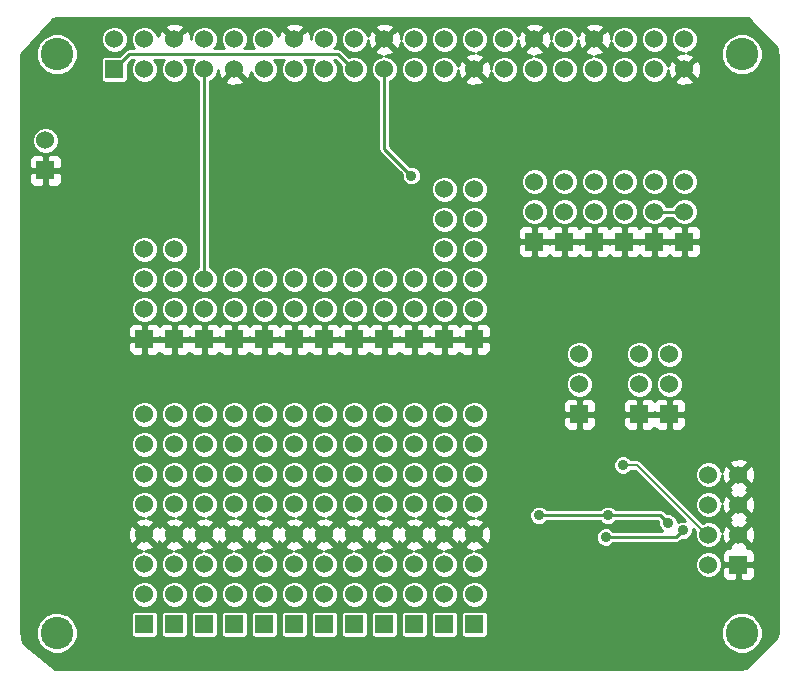
<source format=gbl>
G04 (created by PCBNEW (2013-05-31 BZR 4019)-stable) date 8/17/2014 9:53:35 PM*
%MOIN*%
G04 Gerber Fmt 3.4, Leading zero omitted, Abs format*
%FSLAX34Y34*%
G01*
G70*
G90*
G04 APERTURE LIST*
%ADD10C,0.00590551*%
%ADD11R,0.06X0.06*%
%ADD12C,0.06*%
%ADD13C,0.108268*%
%ADD14C,0.035*%
%ADD15C,0.01*%
%ADD16C,0.008*%
G04 APERTURE END LIST*
G54D10*
G54D11*
X5295Y-10877D03*
G54D12*
X5295Y-9877D03*
X5295Y-8877D03*
X5295Y-7877D03*
G54D11*
X7295Y-10877D03*
G54D12*
X7295Y-9877D03*
X7295Y-8877D03*
G54D11*
X9295Y-10877D03*
G54D12*
X9295Y-9877D03*
X9295Y-8877D03*
G54D11*
X11295Y-10877D03*
G54D12*
X11295Y-9877D03*
X11295Y-8877D03*
G54D11*
X13295Y-10877D03*
G54D12*
X13295Y-9877D03*
X13295Y-8877D03*
G54D11*
X10295Y-10877D03*
G54D12*
X10295Y-9877D03*
X10295Y-8877D03*
G54D11*
X12295Y-10877D03*
G54D12*
X12295Y-9877D03*
X12295Y-8877D03*
G54D11*
X15295Y-10877D03*
G54D12*
X15295Y-9877D03*
X15295Y-8877D03*
X15295Y-7877D03*
X15295Y-6877D03*
X15295Y-5877D03*
G54D11*
X4295Y-10877D03*
G54D12*
X4295Y-9877D03*
X4295Y-8877D03*
X4295Y-7877D03*
G54D11*
X8295Y-10877D03*
G54D12*
X8295Y-9877D03*
X8295Y-8877D03*
G54D11*
X14295Y-10877D03*
G54D12*
X14295Y-9877D03*
X14295Y-8877D03*
X14295Y-7877D03*
X14295Y-6877D03*
X14295Y-5877D03*
G54D11*
X17295Y-7627D03*
G54D12*
X17295Y-6627D03*
X17295Y-5627D03*
G54D11*
X18295Y-7627D03*
G54D12*
X18295Y-6627D03*
X18295Y-5627D03*
G54D11*
X19295Y-7627D03*
G54D12*
X19295Y-6627D03*
X19295Y-5627D03*
G54D11*
X20295Y-7627D03*
G54D12*
X20295Y-6627D03*
X20295Y-5627D03*
G54D11*
X21295Y-7627D03*
G54D12*
X21295Y-6627D03*
X21295Y-5627D03*
G54D11*
X18795Y-13377D03*
G54D12*
X18795Y-12377D03*
X18795Y-11377D03*
G54D11*
X20795Y-13377D03*
G54D12*
X20795Y-12377D03*
X20795Y-11377D03*
G54D11*
X21795Y-13377D03*
G54D12*
X21795Y-12377D03*
X21795Y-11377D03*
G54D11*
X22295Y-7627D03*
G54D12*
X22295Y-6627D03*
X22295Y-5627D03*
G54D11*
X3295Y-1877D03*
G54D12*
X3295Y-877D03*
X8295Y-1877D03*
X4295Y-877D03*
X9295Y-1877D03*
X5295Y-877D03*
X10295Y-1877D03*
X6295Y-877D03*
X11295Y-1877D03*
X7295Y-877D03*
X12295Y-1877D03*
X8295Y-877D03*
X13295Y-1877D03*
X9295Y-877D03*
X14295Y-1877D03*
X10295Y-877D03*
X15295Y-1877D03*
X11295Y-877D03*
X16295Y-1877D03*
X12295Y-877D03*
X17295Y-1877D03*
X13295Y-877D03*
X18295Y-1877D03*
X14295Y-877D03*
X15295Y-877D03*
X19295Y-1877D03*
X16295Y-877D03*
X18295Y-877D03*
X19295Y-877D03*
X20295Y-877D03*
X21295Y-877D03*
X20295Y-1877D03*
X21295Y-1877D03*
X4295Y-1877D03*
X5295Y-1877D03*
X6295Y-1877D03*
X7295Y-1877D03*
X22295Y-1877D03*
X22295Y-877D03*
X17295Y-877D03*
G54D11*
X6295Y-10877D03*
G54D12*
X6295Y-9877D03*
X6295Y-8877D03*
X4295Y-15377D03*
X4295Y-16377D03*
G54D11*
X4295Y-20377D03*
G54D12*
X4295Y-19377D03*
X4295Y-18377D03*
X4295Y-17377D03*
X4295Y-14377D03*
X4295Y-13377D03*
X5295Y-15377D03*
X5295Y-16377D03*
G54D11*
X5295Y-20377D03*
G54D12*
X5295Y-19377D03*
X5295Y-18377D03*
X5295Y-17377D03*
X5295Y-14377D03*
X5295Y-13377D03*
X6295Y-15377D03*
X6295Y-16377D03*
G54D11*
X6295Y-20377D03*
G54D12*
X6295Y-19377D03*
X6295Y-18377D03*
X6295Y-17377D03*
X6295Y-14377D03*
X6295Y-13377D03*
X7295Y-15377D03*
X7295Y-16377D03*
G54D11*
X7295Y-20377D03*
G54D12*
X7295Y-19377D03*
X7295Y-18377D03*
X7295Y-17377D03*
X7295Y-14377D03*
X7295Y-13377D03*
X8295Y-15377D03*
X8295Y-16377D03*
G54D11*
X8295Y-20377D03*
G54D12*
X8295Y-19377D03*
X8295Y-18377D03*
X8295Y-17377D03*
X8295Y-14377D03*
X8295Y-13377D03*
X9295Y-15377D03*
X9295Y-16377D03*
G54D11*
X9295Y-20377D03*
G54D12*
X9295Y-19377D03*
X9295Y-18377D03*
X9295Y-17377D03*
X9295Y-14377D03*
X9295Y-13377D03*
X10295Y-15377D03*
X10295Y-16377D03*
G54D11*
X10295Y-20377D03*
G54D12*
X10295Y-19377D03*
X10295Y-18377D03*
X10295Y-17377D03*
X10295Y-14377D03*
X10295Y-13377D03*
X11295Y-15377D03*
X11295Y-16377D03*
G54D11*
X11295Y-20377D03*
G54D12*
X11295Y-19377D03*
X11295Y-18377D03*
X11295Y-17377D03*
X11295Y-14377D03*
X11295Y-13377D03*
X12295Y-15377D03*
X12295Y-16377D03*
G54D11*
X12295Y-20377D03*
G54D12*
X12295Y-19377D03*
X12295Y-18377D03*
X12295Y-17377D03*
X12295Y-14377D03*
X12295Y-13377D03*
X13295Y-15377D03*
X13295Y-16377D03*
G54D11*
X13295Y-20377D03*
G54D12*
X13295Y-19377D03*
X13295Y-18377D03*
X13295Y-17377D03*
X13295Y-14377D03*
X13295Y-13377D03*
X14295Y-15377D03*
X14295Y-16377D03*
G54D11*
X14295Y-20377D03*
G54D12*
X14295Y-19377D03*
X14295Y-18377D03*
X14295Y-17377D03*
X14295Y-14377D03*
X14295Y-13377D03*
X15295Y-15377D03*
X15295Y-16377D03*
G54D11*
X15295Y-20377D03*
G54D12*
X15295Y-19377D03*
X15295Y-18377D03*
X15295Y-17377D03*
X15295Y-14377D03*
X15295Y-13377D03*
G54D11*
X24100Y-18400D03*
G54D12*
X23100Y-18400D03*
X24100Y-17400D03*
X23100Y-17400D03*
X24100Y-16400D03*
X23100Y-16400D03*
X24100Y-15400D03*
X23100Y-15400D03*
G54D11*
X1000Y-5250D03*
G54D12*
X1000Y-4250D03*
G54D13*
X24212Y-20669D03*
X1377Y-20669D03*
X24212Y-1377D03*
X1377Y-1377D03*
G54D14*
X19675Y-17475D03*
X22250Y-17250D03*
X20250Y-15075D03*
X19000Y-15500D03*
X13195Y-5427D03*
X21750Y-17000D03*
X19750Y-16750D03*
X17450Y-16750D03*
G54D15*
X21295Y-6627D02*
X22295Y-6627D01*
X22025Y-17475D02*
X22250Y-17250D01*
X22025Y-17475D02*
X19675Y-17475D01*
G54D16*
X23100Y-17400D02*
X23050Y-17400D01*
X23050Y-17400D02*
X20725Y-15075D01*
X20725Y-15075D02*
X20250Y-15075D01*
G54D15*
X6295Y-8877D02*
X6295Y-1877D01*
X12295Y-4527D02*
X12295Y-1877D01*
X13195Y-5427D02*
X12295Y-4527D01*
X21500Y-16750D02*
X19750Y-16750D01*
X21750Y-17000D02*
X21500Y-16750D01*
X17450Y-16750D02*
X19750Y-16750D01*
X11295Y-1877D02*
X11245Y-1877D01*
X11245Y-1877D02*
X10745Y-1377D01*
X10745Y-1377D02*
X3795Y-1377D01*
X3795Y-1377D02*
X3295Y-1877D01*
G54D10*
G36*
X25420Y-20654D02*
X25392Y-20796D01*
X24904Y-21285D01*
X24904Y-20532D01*
X24904Y-1241D01*
X24799Y-986D01*
X24604Y-792D01*
X24350Y-686D01*
X24075Y-686D01*
X23821Y-791D01*
X23626Y-985D01*
X23521Y-1239D01*
X23521Y-1514D01*
X23626Y-1769D01*
X23820Y-1963D01*
X24074Y-2069D01*
X24349Y-2069D01*
X24603Y-1964D01*
X24798Y-1770D01*
X24903Y-1516D01*
X24904Y-1241D01*
X24904Y-20532D01*
X24799Y-20278D01*
X24654Y-20133D01*
X24654Y-17481D01*
X24654Y-16481D01*
X24654Y-15481D01*
X24643Y-15263D01*
X24581Y-15112D01*
X24485Y-15084D01*
X24415Y-15155D01*
X24415Y-15014D01*
X24387Y-14918D01*
X24181Y-14845D01*
X23963Y-14856D01*
X23812Y-14918D01*
X23784Y-15014D01*
X24100Y-15329D01*
X24415Y-15014D01*
X24415Y-15155D01*
X24170Y-15400D01*
X24485Y-15715D01*
X24581Y-15687D01*
X24654Y-15481D01*
X24654Y-16481D01*
X24643Y-16263D01*
X24581Y-16112D01*
X24485Y-16084D01*
X24415Y-16155D01*
X24415Y-16014D01*
X24387Y-15918D01*
X24339Y-15901D01*
X24387Y-15881D01*
X24415Y-15785D01*
X24100Y-15470D01*
X24029Y-15541D01*
X24029Y-15400D01*
X23714Y-15084D01*
X23618Y-15112D01*
X23548Y-15307D01*
X23481Y-15145D01*
X23355Y-15018D01*
X23189Y-14950D01*
X23010Y-14949D01*
X22850Y-15016D01*
X22850Y-1959D01*
X22839Y-1741D01*
X22776Y-1590D01*
X22745Y-1581D01*
X22745Y-788D01*
X22676Y-623D01*
X22550Y-496D01*
X22385Y-428D01*
X22206Y-427D01*
X22040Y-496D01*
X21914Y-622D01*
X21845Y-788D01*
X21845Y-967D01*
X21913Y-1132D01*
X22040Y-1259D01*
X22205Y-1327D01*
X22281Y-1327D01*
X22158Y-1334D01*
X22007Y-1396D01*
X21980Y-1492D01*
X22295Y-1807D01*
X22610Y-1492D01*
X22583Y-1396D01*
X22387Y-1326D01*
X22549Y-1259D01*
X22676Y-1133D01*
X22745Y-967D01*
X22745Y-788D01*
X22745Y-1581D01*
X22681Y-1562D01*
X22365Y-1877D01*
X22681Y-2193D01*
X22776Y-2165D01*
X22850Y-1959D01*
X22850Y-15016D01*
X22845Y-15018D01*
X22845Y-15018D01*
X22845Y-7977D01*
X22845Y-7278D01*
X22807Y-7186D01*
X22745Y-7124D01*
X22745Y-6538D01*
X22745Y-5538D01*
X22676Y-5373D01*
X22610Y-5306D01*
X22610Y-2263D01*
X22295Y-1948D01*
X22224Y-2019D01*
X22224Y-1877D01*
X21909Y-1562D01*
X21814Y-1590D01*
X21745Y-1782D01*
X21745Y-788D01*
X21676Y-623D01*
X21550Y-496D01*
X21385Y-428D01*
X21206Y-427D01*
X21040Y-496D01*
X20914Y-622D01*
X20845Y-788D01*
X20845Y-967D01*
X20913Y-1132D01*
X21040Y-1259D01*
X21205Y-1327D01*
X21384Y-1328D01*
X21549Y-1259D01*
X21676Y-1133D01*
X21745Y-967D01*
X21745Y-788D01*
X21745Y-1782D01*
X21744Y-1785D01*
X21676Y-1623D01*
X21550Y-1496D01*
X21385Y-1428D01*
X21206Y-1427D01*
X21040Y-1496D01*
X20914Y-1622D01*
X20845Y-1788D01*
X20845Y-1967D01*
X20913Y-2132D01*
X21040Y-2259D01*
X21205Y-2327D01*
X21384Y-2328D01*
X21549Y-2259D01*
X21676Y-2133D01*
X21745Y-1967D01*
X21745Y-1891D01*
X21751Y-2014D01*
X21814Y-2165D01*
X21909Y-2193D01*
X22224Y-1877D01*
X22224Y-2019D01*
X21980Y-2263D01*
X22007Y-2359D01*
X22213Y-2432D01*
X22432Y-2421D01*
X22583Y-2359D01*
X22610Y-2263D01*
X22610Y-5306D01*
X22550Y-5246D01*
X22385Y-5178D01*
X22206Y-5177D01*
X22040Y-5246D01*
X21914Y-5372D01*
X21845Y-5538D01*
X21845Y-5717D01*
X21913Y-5882D01*
X22040Y-6009D01*
X22205Y-6077D01*
X22384Y-6078D01*
X22549Y-6009D01*
X22676Y-5883D01*
X22745Y-5717D01*
X22745Y-5538D01*
X22745Y-6538D01*
X22676Y-6373D01*
X22550Y-6246D01*
X22385Y-6178D01*
X22206Y-6177D01*
X22040Y-6246D01*
X21914Y-6372D01*
X21891Y-6427D01*
X21745Y-6427D01*
X21745Y-5538D01*
X21676Y-5373D01*
X21550Y-5246D01*
X21385Y-5178D01*
X21206Y-5177D01*
X21040Y-5246D01*
X20914Y-5372D01*
X20845Y-5538D01*
X20845Y-5717D01*
X20913Y-5882D01*
X21040Y-6009D01*
X21205Y-6077D01*
X21384Y-6078D01*
X21549Y-6009D01*
X21676Y-5883D01*
X21745Y-5717D01*
X21745Y-5538D01*
X21745Y-6427D01*
X21699Y-6427D01*
X21676Y-6373D01*
X21550Y-6246D01*
X21385Y-6178D01*
X21206Y-6177D01*
X21040Y-6246D01*
X20914Y-6372D01*
X20845Y-6538D01*
X20845Y-6717D01*
X20913Y-6882D01*
X21040Y-7009D01*
X21205Y-7077D01*
X21384Y-7078D01*
X21549Y-7009D01*
X21676Y-6883D01*
X21699Y-6827D01*
X21891Y-6827D01*
X21913Y-6882D01*
X22040Y-7009D01*
X22205Y-7077D01*
X22384Y-7078D01*
X22549Y-7009D01*
X22676Y-6883D01*
X22745Y-6717D01*
X22745Y-6538D01*
X22745Y-7124D01*
X22737Y-7116D01*
X22645Y-7077D01*
X22545Y-7077D01*
X22407Y-7077D01*
X22345Y-7140D01*
X22345Y-7577D01*
X22782Y-7577D01*
X22845Y-7515D01*
X22845Y-7278D01*
X22845Y-7977D01*
X22845Y-7740D01*
X22782Y-7677D01*
X22345Y-7677D01*
X22345Y-8115D01*
X22407Y-8177D01*
X22545Y-8177D01*
X22645Y-8177D01*
X22737Y-8139D01*
X22807Y-8069D01*
X22845Y-7977D01*
X22845Y-15018D01*
X22718Y-15144D01*
X22650Y-15310D01*
X22649Y-15489D01*
X22718Y-15654D01*
X22844Y-15781D01*
X23010Y-15849D01*
X23189Y-15850D01*
X23354Y-15781D01*
X23481Y-15655D01*
X23549Y-15489D01*
X23549Y-15413D01*
X23556Y-15536D01*
X23618Y-15687D01*
X23714Y-15715D01*
X24029Y-15400D01*
X24029Y-15541D01*
X23784Y-15785D01*
X23812Y-15881D01*
X23860Y-15898D01*
X23812Y-15918D01*
X23784Y-16014D01*
X24100Y-16329D01*
X24415Y-16014D01*
X24415Y-16155D01*
X24170Y-16400D01*
X24485Y-16715D01*
X24581Y-16687D01*
X24654Y-16481D01*
X24654Y-17481D01*
X24643Y-17263D01*
X24581Y-17112D01*
X24485Y-17084D01*
X24415Y-17155D01*
X24415Y-17014D01*
X24387Y-16918D01*
X24339Y-16901D01*
X24387Y-16881D01*
X24415Y-16785D01*
X24100Y-16470D01*
X24029Y-16541D01*
X24029Y-16400D01*
X23714Y-16084D01*
X23618Y-16112D01*
X23548Y-16307D01*
X23481Y-16145D01*
X23355Y-16018D01*
X23189Y-15950D01*
X23010Y-15949D01*
X22845Y-16018D01*
X22718Y-16144D01*
X22650Y-16310D01*
X22649Y-16489D01*
X22718Y-16654D01*
X22844Y-16781D01*
X23010Y-16849D01*
X23189Y-16850D01*
X23354Y-16781D01*
X23481Y-16655D01*
X23549Y-16489D01*
X23549Y-16413D01*
X23556Y-16536D01*
X23618Y-16687D01*
X23714Y-16715D01*
X24029Y-16400D01*
X24029Y-16541D01*
X23784Y-16785D01*
X23812Y-16881D01*
X23860Y-16898D01*
X23812Y-16918D01*
X23784Y-17014D01*
X24100Y-17329D01*
X24415Y-17014D01*
X24415Y-17155D01*
X24170Y-17400D01*
X24485Y-17715D01*
X24581Y-17687D01*
X24654Y-17481D01*
X24654Y-20133D01*
X24650Y-20128D01*
X24650Y-18749D01*
X24650Y-18050D01*
X24612Y-17958D01*
X24541Y-17888D01*
X24449Y-17850D01*
X24396Y-17849D01*
X24415Y-17785D01*
X24100Y-17470D01*
X24029Y-17541D01*
X24029Y-17400D01*
X23714Y-17084D01*
X23618Y-17112D01*
X23548Y-17307D01*
X23481Y-17145D01*
X23355Y-17018D01*
X23189Y-16950D01*
X23010Y-16949D01*
X22910Y-16991D01*
X22345Y-16426D01*
X22345Y-13727D01*
X22345Y-13028D01*
X22307Y-12936D01*
X22245Y-12874D01*
X22245Y-12288D01*
X22245Y-11288D01*
X22245Y-11288D01*
X22245Y-8115D01*
X22245Y-7677D01*
X22245Y-7577D01*
X22245Y-7140D01*
X22182Y-7077D01*
X22044Y-7077D01*
X21945Y-7077D01*
X21853Y-7116D01*
X21795Y-7174D01*
X21737Y-7116D01*
X21645Y-7077D01*
X21545Y-7077D01*
X21407Y-7077D01*
X21345Y-7140D01*
X21345Y-7577D01*
X21782Y-7577D01*
X21795Y-7565D01*
X21807Y-7577D01*
X22245Y-7577D01*
X22245Y-7677D01*
X21807Y-7677D01*
X21795Y-7690D01*
X21782Y-7677D01*
X21345Y-7677D01*
X21345Y-8115D01*
X21407Y-8177D01*
X21545Y-8177D01*
X21645Y-8177D01*
X21737Y-8139D01*
X21795Y-8081D01*
X21853Y-8139D01*
X21945Y-8177D01*
X22044Y-8177D01*
X22182Y-8177D01*
X22245Y-8115D01*
X22245Y-11288D01*
X22176Y-11123D01*
X22050Y-10996D01*
X21885Y-10928D01*
X21706Y-10927D01*
X21540Y-10996D01*
X21414Y-11122D01*
X21345Y-11288D01*
X21345Y-11467D01*
X21413Y-11632D01*
X21540Y-11759D01*
X21705Y-11827D01*
X21884Y-11828D01*
X22049Y-11759D01*
X22176Y-11633D01*
X22245Y-11467D01*
X22245Y-11288D01*
X22245Y-12288D01*
X22176Y-12123D01*
X22050Y-11996D01*
X21885Y-11928D01*
X21706Y-11927D01*
X21540Y-11996D01*
X21414Y-12122D01*
X21345Y-12288D01*
X21345Y-12467D01*
X21413Y-12632D01*
X21540Y-12759D01*
X21705Y-12827D01*
X21884Y-12828D01*
X22049Y-12759D01*
X22176Y-12633D01*
X22245Y-12467D01*
X22245Y-12288D01*
X22245Y-12874D01*
X22237Y-12866D01*
X22145Y-12827D01*
X22045Y-12827D01*
X21907Y-12827D01*
X21845Y-12890D01*
X21845Y-13327D01*
X22282Y-13327D01*
X22345Y-13265D01*
X22345Y-13028D01*
X22345Y-13727D01*
X22345Y-13490D01*
X22282Y-13427D01*
X21845Y-13427D01*
X21845Y-13865D01*
X21907Y-13927D01*
X22045Y-13927D01*
X22145Y-13927D01*
X22237Y-13889D01*
X22307Y-13819D01*
X22345Y-13727D01*
X22345Y-16426D01*
X21745Y-15826D01*
X21745Y-13865D01*
X21745Y-13427D01*
X21745Y-13327D01*
X21745Y-12890D01*
X21682Y-12827D01*
X21544Y-12827D01*
X21445Y-12827D01*
X21353Y-12866D01*
X21295Y-12924D01*
X21245Y-12874D01*
X21245Y-12288D01*
X21245Y-11288D01*
X21245Y-11288D01*
X21245Y-8115D01*
X21245Y-7677D01*
X21245Y-7577D01*
X21245Y-7140D01*
X21182Y-7077D01*
X21044Y-7077D01*
X20945Y-7077D01*
X20853Y-7116D01*
X20795Y-7174D01*
X20745Y-7124D01*
X20745Y-6538D01*
X20745Y-5538D01*
X20745Y-1788D01*
X20745Y-788D01*
X20676Y-623D01*
X20550Y-496D01*
X20385Y-428D01*
X20206Y-427D01*
X20040Y-496D01*
X19914Y-622D01*
X19845Y-788D01*
X19845Y-864D01*
X19839Y-741D01*
X19776Y-590D01*
X19681Y-562D01*
X19610Y-633D01*
X19610Y-492D01*
X19583Y-396D01*
X19377Y-323D01*
X19158Y-334D01*
X19007Y-396D01*
X18980Y-492D01*
X19295Y-807D01*
X19610Y-492D01*
X19610Y-633D01*
X19365Y-877D01*
X19681Y-1193D01*
X19776Y-1165D01*
X19846Y-969D01*
X19913Y-1132D01*
X20040Y-1259D01*
X20205Y-1327D01*
X20384Y-1328D01*
X20549Y-1259D01*
X20676Y-1133D01*
X20745Y-967D01*
X20745Y-788D01*
X20745Y-1788D01*
X20676Y-1623D01*
X20550Y-1496D01*
X20385Y-1428D01*
X20206Y-1427D01*
X20040Y-1496D01*
X19914Y-1622D01*
X19845Y-1788D01*
X19845Y-1967D01*
X19913Y-2132D01*
X20040Y-2259D01*
X20205Y-2327D01*
X20384Y-2328D01*
X20549Y-2259D01*
X20676Y-2133D01*
X20745Y-1967D01*
X20745Y-1788D01*
X20745Y-5538D01*
X20676Y-5373D01*
X20550Y-5246D01*
X20385Y-5178D01*
X20206Y-5177D01*
X20040Y-5246D01*
X19914Y-5372D01*
X19845Y-5538D01*
X19845Y-5717D01*
X19913Y-5882D01*
X20040Y-6009D01*
X20205Y-6077D01*
X20384Y-6078D01*
X20549Y-6009D01*
X20676Y-5883D01*
X20745Y-5717D01*
X20745Y-5538D01*
X20745Y-6538D01*
X20676Y-6373D01*
X20550Y-6246D01*
X20385Y-6178D01*
X20206Y-6177D01*
X20040Y-6246D01*
X19914Y-6372D01*
X19845Y-6538D01*
X19845Y-6717D01*
X19913Y-6882D01*
X20040Y-7009D01*
X20205Y-7077D01*
X20384Y-7078D01*
X20549Y-7009D01*
X20676Y-6883D01*
X20745Y-6717D01*
X20745Y-6538D01*
X20745Y-7124D01*
X20737Y-7116D01*
X20645Y-7077D01*
X20545Y-7077D01*
X20407Y-7077D01*
X20345Y-7140D01*
X20345Y-7577D01*
X20782Y-7577D01*
X20795Y-7565D01*
X20807Y-7577D01*
X21245Y-7577D01*
X21245Y-7677D01*
X20807Y-7677D01*
X20795Y-7690D01*
X20782Y-7677D01*
X20345Y-7677D01*
X20345Y-8115D01*
X20407Y-8177D01*
X20545Y-8177D01*
X20645Y-8177D01*
X20737Y-8139D01*
X20795Y-8081D01*
X20853Y-8139D01*
X20945Y-8177D01*
X21044Y-8177D01*
X21182Y-8177D01*
X21245Y-8115D01*
X21245Y-11288D01*
X21176Y-11123D01*
X21050Y-10996D01*
X20885Y-10928D01*
X20706Y-10927D01*
X20540Y-10996D01*
X20414Y-11122D01*
X20345Y-11288D01*
X20345Y-11467D01*
X20413Y-11632D01*
X20540Y-11759D01*
X20705Y-11827D01*
X20884Y-11828D01*
X21049Y-11759D01*
X21176Y-11633D01*
X21245Y-11467D01*
X21245Y-11288D01*
X21245Y-12288D01*
X21176Y-12123D01*
X21050Y-11996D01*
X20885Y-11928D01*
X20706Y-11927D01*
X20540Y-11996D01*
X20414Y-12122D01*
X20345Y-12288D01*
X20345Y-12467D01*
X20413Y-12632D01*
X20540Y-12759D01*
X20705Y-12827D01*
X20884Y-12828D01*
X21049Y-12759D01*
X21176Y-12633D01*
X21245Y-12467D01*
X21245Y-12288D01*
X21245Y-12874D01*
X21237Y-12866D01*
X21145Y-12827D01*
X21045Y-12827D01*
X20907Y-12827D01*
X20845Y-12890D01*
X20845Y-13327D01*
X21282Y-13327D01*
X21295Y-13315D01*
X21307Y-13327D01*
X21745Y-13327D01*
X21745Y-13427D01*
X21307Y-13427D01*
X21295Y-13440D01*
X21282Y-13427D01*
X20845Y-13427D01*
X20845Y-13865D01*
X20907Y-13927D01*
X21045Y-13927D01*
X21145Y-13927D01*
X21237Y-13889D01*
X21295Y-13831D01*
X21353Y-13889D01*
X21445Y-13927D01*
X21544Y-13927D01*
X21682Y-13927D01*
X21745Y-13865D01*
X21745Y-15826D01*
X20859Y-14940D01*
X20797Y-14899D01*
X20745Y-14889D01*
X20745Y-13865D01*
X20745Y-13427D01*
X20745Y-13327D01*
X20745Y-12890D01*
X20682Y-12827D01*
X20544Y-12827D01*
X20445Y-12827D01*
X20353Y-12866D01*
X20283Y-12936D01*
X20245Y-13028D01*
X20245Y-8115D01*
X20245Y-7677D01*
X20245Y-7577D01*
X20245Y-7140D01*
X20182Y-7077D01*
X20044Y-7077D01*
X19945Y-7077D01*
X19853Y-7116D01*
X19795Y-7174D01*
X19745Y-7124D01*
X19745Y-6538D01*
X19745Y-5538D01*
X19745Y-1788D01*
X19676Y-1623D01*
X19550Y-1496D01*
X19385Y-1428D01*
X19308Y-1427D01*
X19432Y-1421D01*
X19583Y-1359D01*
X19610Y-1263D01*
X19295Y-948D01*
X19224Y-1019D01*
X19224Y-877D01*
X18909Y-562D01*
X18814Y-590D01*
X18744Y-785D01*
X18676Y-623D01*
X18550Y-496D01*
X18385Y-428D01*
X18206Y-427D01*
X18040Y-496D01*
X17914Y-622D01*
X17845Y-788D01*
X17845Y-864D01*
X17839Y-741D01*
X17776Y-590D01*
X17681Y-562D01*
X17610Y-633D01*
X17610Y-492D01*
X17583Y-396D01*
X17377Y-323D01*
X17158Y-334D01*
X17007Y-396D01*
X16980Y-492D01*
X17295Y-807D01*
X17610Y-492D01*
X17610Y-633D01*
X17365Y-877D01*
X17681Y-1193D01*
X17776Y-1165D01*
X17846Y-969D01*
X17913Y-1132D01*
X18040Y-1259D01*
X18205Y-1327D01*
X18384Y-1328D01*
X18549Y-1259D01*
X18676Y-1133D01*
X18745Y-967D01*
X18745Y-891D01*
X18751Y-1014D01*
X18814Y-1165D01*
X18909Y-1193D01*
X19224Y-877D01*
X19224Y-1019D01*
X18980Y-1263D01*
X19007Y-1359D01*
X19203Y-1429D01*
X19040Y-1496D01*
X18914Y-1622D01*
X18845Y-1788D01*
X18845Y-1967D01*
X18913Y-2132D01*
X19040Y-2259D01*
X19205Y-2327D01*
X19384Y-2328D01*
X19549Y-2259D01*
X19676Y-2133D01*
X19745Y-1967D01*
X19745Y-1788D01*
X19745Y-5538D01*
X19676Y-5373D01*
X19550Y-5246D01*
X19385Y-5178D01*
X19206Y-5177D01*
X19040Y-5246D01*
X18914Y-5372D01*
X18845Y-5538D01*
X18845Y-5717D01*
X18913Y-5882D01*
X19040Y-6009D01*
X19205Y-6077D01*
X19384Y-6078D01*
X19549Y-6009D01*
X19676Y-5883D01*
X19745Y-5717D01*
X19745Y-5538D01*
X19745Y-6538D01*
X19676Y-6373D01*
X19550Y-6246D01*
X19385Y-6178D01*
X19206Y-6177D01*
X19040Y-6246D01*
X18914Y-6372D01*
X18845Y-6538D01*
X18845Y-6717D01*
X18913Y-6882D01*
X19040Y-7009D01*
X19205Y-7077D01*
X19384Y-7078D01*
X19549Y-7009D01*
X19676Y-6883D01*
X19745Y-6717D01*
X19745Y-6538D01*
X19745Y-7124D01*
X19737Y-7116D01*
X19645Y-7077D01*
X19545Y-7077D01*
X19407Y-7077D01*
X19345Y-7140D01*
X19345Y-7577D01*
X19782Y-7577D01*
X19795Y-7565D01*
X19807Y-7577D01*
X20245Y-7577D01*
X20245Y-7677D01*
X19807Y-7677D01*
X19795Y-7690D01*
X19782Y-7677D01*
X19345Y-7677D01*
X19345Y-8115D01*
X19407Y-8177D01*
X19545Y-8177D01*
X19645Y-8177D01*
X19737Y-8139D01*
X19795Y-8081D01*
X19853Y-8139D01*
X19945Y-8177D01*
X20044Y-8177D01*
X20182Y-8177D01*
X20245Y-8115D01*
X20245Y-13028D01*
X20245Y-13028D01*
X20245Y-13265D01*
X20307Y-13327D01*
X20745Y-13327D01*
X20745Y-13427D01*
X20307Y-13427D01*
X20245Y-13490D01*
X20245Y-13727D01*
X20283Y-13819D01*
X20353Y-13889D01*
X20445Y-13927D01*
X20544Y-13927D01*
X20682Y-13927D01*
X20745Y-13865D01*
X20745Y-14889D01*
X20725Y-14885D01*
X20519Y-14885D01*
X20434Y-14799D01*
X20314Y-14750D01*
X20185Y-14749D01*
X20066Y-14799D01*
X19974Y-14890D01*
X19925Y-15010D01*
X19924Y-15139D01*
X19974Y-15258D01*
X20065Y-15350D01*
X20185Y-15399D01*
X20314Y-15400D01*
X20433Y-15350D01*
X20519Y-15265D01*
X20646Y-15265D01*
X22306Y-16925D01*
X22185Y-16924D01*
X22075Y-16970D01*
X22075Y-16935D01*
X22025Y-16816D01*
X21934Y-16724D01*
X21814Y-16675D01*
X21707Y-16674D01*
X21641Y-16608D01*
X21576Y-16565D01*
X21500Y-16550D01*
X20009Y-16550D01*
X19934Y-16474D01*
X19814Y-16425D01*
X19685Y-16424D01*
X19566Y-16474D01*
X19490Y-16550D01*
X19345Y-16550D01*
X19345Y-13727D01*
X19345Y-13028D01*
X19307Y-12936D01*
X19245Y-12874D01*
X19245Y-12288D01*
X19245Y-11288D01*
X19245Y-11288D01*
X19245Y-8115D01*
X19245Y-7677D01*
X19245Y-7577D01*
X19245Y-7140D01*
X19182Y-7077D01*
X19044Y-7077D01*
X18945Y-7077D01*
X18853Y-7116D01*
X18795Y-7174D01*
X18745Y-7124D01*
X18745Y-6538D01*
X18745Y-5538D01*
X18745Y-1788D01*
X18676Y-1623D01*
X18550Y-1496D01*
X18385Y-1428D01*
X18206Y-1427D01*
X18040Y-1496D01*
X17914Y-1622D01*
X17845Y-1788D01*
X17845Y-1967D01*
X17913Y-2132D01*
X18040Y-2259D01*
X18205Y-2327D01*
X18384Y-2328D01*
X18549Y-2259D01*
X18676Y-2133D01*
X18745Y-1967D01*
X18745Y-1788D01*
X18745Y-5538D01*
X18676Y-5373D01*
X18550Y-5246D01*
X18385Y-5178D01*
X18206Y-5177D01*
X18040Y-5246D01*
X17914Y-5372D01*
X17845Y-5538D01*
X17845Y-5717D01*
X17913Y-5882D01*
X18040Y-6009D01*
X18205Y-6077D01*
X18384Y-6078D01*
X18549Y-6009D01*
X18676Y-5883D01*
X18745Y-5717D01*
X18745Y-5538D01*
X18745Y-6538D01*
X18676Y-6373D01*
X18550Y-6246D01*
X18385Y-6178D01*
X18206Y-6177D01*
X18040Y-6246D01*
X17914Y-6372D01*
X17845Y-6538D01*
X17845Y-6717D01*
X17913Y-6882D01*
X18040Y-7009D01*
X18205Y-7077D01*
X18384Y-7078D01*
X18549Y-7009D01*
X18676Y-6883D01*
X18745Y-6717D01*
X18745Y-6538D01*
X18745Y-7124D01*
X18737Y-7116D01*
X18645Y-7077D01*
X18545Y-7077D01*
X18407Y-7077D01*
X18345Y-7140D01*
X18345Y-7577D01*
X18782Y-7577D01*
X18795Y-7565D01*
X18807Y-7577D01*
X19245Y-7577D01*
X19245Y-7677D01*
X18807Y-7677D01*
X18795Y-7690D01*
X18782Y-7677D01*
X18345Y-7677D01*
X18345Y-8115D01*
X18407Y-8177D01*
X18545Y-8177D01*
X18645Y-8177D01*
X18737Y-8139D01*
X18795Y-8081D01*
X18853Y-8139D01*
X18945Y-8177D01*
X19044Y-8177D01*
X19182Y-8177D01*
X19245Y-8115D01*
X19245Y-11288D01*
X19176Y-11123D01*
X19050Y-10996D01*
X18885Y-10928D01*
X18706Y-10927D01*
X18540Y-10996D01*
X18414Y-11122D01*
X18345Y-11288D01*
X18345Y-11467D01*
X18413Y-11632D01*
X18540Y-11759D01*
X18705Y-11827D01*
X18884Y-11828D01*
X19049Y-11759D01*
X19176Y-11633D01*
X19245Y-11467D01*
X19245Y-11288D01*
X19245Y-12288D01*
X19176Y-12123D01*
X19050Y-11996D01*
X18885Y-11928D01*
X18706Y-11927D01*
X18540Y-11996D01*
X18414Y-12122D01*
X18345Y-12288D01*
X18345Y-12467D01*
X18413Y-12632D01*
X18540Y-12759D01*
X18705Y-12827D01*
X18884Y-12828D01*
X19049Y-12759D01*
X19176Y-12633D01*
X19245Y-12467D01*
X19245Y-12288D01*
X19245Y-12874D01*
X19237Y-12866D01*
X19145Y-12827D01*
X19045Y-12827D01*
X18907Y-12827D01*
X18845Y-12890D01*
X18845Y-13327D01*
X19282Y-13327D01*
X19345Y-13265D01*
X19345Y-13028D01*
X19345Y-13727D01*
X19345Y-13490D01*
X19282Y-13427D01*
X18845Y-13427D01*
X18845Y-13865D01*
X18907Y-13927D01*
X19045Y-13927D01*
X19145Y-13927D01*
X19237Y-13889D01*
X19307Y-13819D01*
X19345Y-13727D01*
X19345Y-16550D01*
X18745Y-16550D01*
X18745Y-13865D01*
X18745Y-13427D01*
X18745Y-13327D01*
X18745Y-12890D01*
X18682Y-12827D01*
X18544Y-12827D01*
X18445Y-12827D01*
X18353Y-12866D01*
X18283Y-12936D01*
X18245Y-13028D01*
X18245Y-8115D01*
X18245Y-7677D01*
X18245Y-7577D01*
X18245Y-7140D01*
X18182Y-7077D01*
X18044Y-7077D01*
X17945Y-7077D01*
X17853Y-7116D01*
X17795Y-7174D01*
X17745Y-7124D01*
X17745Y-6538D01*
X17745Y-5538D01*
X17745Y-1788D01*
X17676Y-1623D01*
X17550Y-1496D01*
X17385Y-1428D01*
X17308Y-1427D01*
X17432Y-1421D01*
X17583Y-1359D01*
X17610Y-1263D01*
X17295Y-948D01*
X17224Y-1019D01*
X17224Y-877D01*
X16909Y-562D01*
X16814Y-590D01*
X16744Y-785D01*
X16676Y-623D01*
X16550Y-496D01*
X16385Y-428D01*
X16206Y-427D01*
X16040Y-496D01*
X15914Y-622D01*
X15845Y-788D01*
X15845Y-967D01*
X15913Y-1132D01*
X16040Y-1259D01*
X16205Y-1327D01*
X16384Y-1328D01*
X16549Y-1259D01*
X16676Y-1133D01*
X16745Y-967D01*
X16745Y-891D01*
X16751Y-1014D01*
X16814Y-1165D01*
X16909Y-1193D01*
X17224Y-877D01*
X17224Y-1019D01*
X16980Y-1263D01*
X17007Y-1359D01*
X17203Y-1429D01*
X17040Y-1496D01*
X16914Y-1622D01*
X16845Y-1788D01*
X16845Y-1967D01*
X16913Y-2132D01*
X17040Y-2259D01*
X17205Y-2327D01*
X17384Y-2328D01*
X17549Y-2259D01*
X17676Y-2133D01*
X17745Y-1967D01*
X17745Y-1788D01*
X17745Y-5538D01*
X17676Y-5373D01*
X17550Y-5246D01*
X17385Y-5178D01*
X17206Y-5177D01*
X17040Y-5246D01*
X16914Y-5372D01*
X16845Y-5538D01*
X16845Y-5717D01*
X16913Y-5882D01*
X17040Y-6009D01*
X17205Y-6077D01*
X17384Y-6078D01*
X17549Y-6009D01*
X17676Y-5883D01*
X17745Y-5717D01*
X17745Y-5538D01*
X17745Y-6538D01*
X17676Y-6373D01*
X17550Y-6246D01*
X17385Y-6178D01*
X17206Y-6177D01*
X17040Y-6246D01*
X16914Y-6372D01*
X16845Y-6538D01*
X16845Y-6717D01*
X16913Y-6882D01*
X17040Y-7009D01*
X17205Y-7077D01*
X17384Y-7078D01*
X17549Y-7009D01*
X17676Y-6883D01*
X17745Y-6717D01*
X17745Y-6538D01*
X17745Y-7124D01*
X17737Y-7116D01*
X17645Y-7077D01*
X17545Y-7077D01*
X17407Y-7077D01*
X17345Y-7140D01*
X17345Y-7577D01*
X17782Y-7577D01*
X17795Y-7565D01*
X17807Y-7577D01*
X18245Y-7577D01*
X18245Y-7677D01*
X17807Y-7677D01*
X17795Y-7690D01*
X17782Y-7677D01*
X17345Y-7677D01*
X17345Y-8115D01*
X17407Y-8177D01*
X17545Y-8177D01*
X17645Y-8177D01*
X17737Y-8139D01*
X17795Y-8081D01*
X17853Y-8139D01*
X17945Y-8177D01*
X18044Y-8177D01*
X18182Y-8177D01*
X18245Y-8115D01*
X18245Y-13028D01*
X18245Y-13028D01*
X18245Y-13265D01*
X18307Y-13327D01*
X18745Y-13327D01*
X18745Y-13427D01*
X18307Y-13427D01*
X18245Y-13490D01*
X18245Y-13727D01*
X18283Y-13819D01*
X18353Y-13889D01*
X18445Y-13927D01*
X18544Y-13927D01*
X18682Y-13927D01*
X18745Y-13865D01*
X18745Y-16550D01*
X17709Y-16550D01*
X17634Y-16474D01*
X17514Y-16425D01*
X17385Y-16424D01*
X17266Y-16474D01*
X17245Y-16495D01*
X17245Y-8115D01*
X17245Y-7677D01*
X17245Y-7577D01*
X17245Y-7140D01*
X17182Y-7077D01*
X17044Y-7077D01*
X16945Y-7077D01*
X16853Y-7116D01*
X16783Y-7186D01*
X16745Y-7278D01*
X16745Y-1788D01*
X16676Y-1623D01*
X16550Y-1496D01*
X16385Y-1428D01*
X16206Y-1427D01*
X16040Y-1496D01*
X15914Y-1622D01*
X15845Y-1788D01*
X15845Y-1864D01*
X15839Y-1741D01*
X15776Y-1590D01*
X15745Y-1581D01*
X15745Y-788D01*
X15676Y-623D01*
X15550Y-496D01*
X15385Y-428D01*
X15206Y-427D01*
X15040Y-496D01*
X14914Y-622D01*
X14845Y-788D01*
X14845Y-967D01*
X14913Y-1132D01*
X15040Y-1259D01*
X15205Y-1327D01*
X15281Y-1327D01*
X15158Y-1334D01*
X15007Y-1396D01*
X14980Y-1492D01*
X15295Y-1807D01*
X15610Y-1492D01*
X15583Y-1396D01*
X15387Y-1326D01*
X15549Y-1259D01*
X15676Y-1133D01*
X15745Y-967D01*
X15745Y-788D01*
X15745Y-1581D01*
X15681Y-1562D01*
X15365Y-1877D01*
X15681Y-2193D01*
X15776Y-2165D01*
X15846Y-1969D01*
X15913Y-2132D01*
X16040Y-2259D01*
X16205Y-2327D01*
X16384Y-2328D01*
X16549Y-2259D01*
X16676Y-2133D01*
X16745Y-1967D01*
X16745Y-1788D01*
X16745Y-7278D01*
X16745Y-7278D01*
X16745Y-7515D01*
X16807Y-7577D01*
X17245Y-7577D01*
X17245Y-7677D01*
X16807Y-7677D01*
X16745Y-7740D01*
X16745Y-7977D01*
X16783Y-8069D01*
X16853Y-8139D01*
X16945Y-8177D01*
X17044Y-8177D01*
X17182Y-8177D01*
X17245Y-8115D01*
X17245Y-16495D01*
X17174Y-16565D01*
X17125Y-16685D01*
X17124Y-16814D01*
X17174Y-16933D01*
X17265Y-17025D01*
X17385Y-17074D01*
X17514Y-17075D01*
X17633Y-17025D01*
X17709Y-16950D01*
X19490Y-16950D01*
X19565Y-17025D01*
X19685Y-17074D01*
X19814Y-17075D01*
X19933Y-17025D01*
X20009Y-16950D01*
X21417Y-16950D01*
X21425Y-16957D01*
X21424Y-17064D01*
X21474Y-17183D01*
X21565Y-17275D01*
X19934Y-17275D01*
X19859Y-17199D01*
X19739Y-17150D01*
X19610Y-17149D01*
X19491Y-17199D01*
X19399Y-17290D01*
X19350Y-17410D01*
X19349Y-17539D01*
X19399Y-17658D01*
X19490Y-17750D01*
X19610Y-17799D01*
X19739Y-17800D01*
X19858Y-17750D01*
X19934Y-17675D01*
X22025Y-17675D01*
X22101Y-17659D01*
X22166Y-17616D01*
X22207Y-17574D01*
X22314Y-17575D01*
X22433Y-17525D01*
X22525Y-17434D01*
X22574Y-17314D01*
X22575Y-17193D01*
X22662Y-17280D01*
X22650Y-17310D01*
X22649Y-17489D01*
X22718Y-17654D01*
X22844Y-17781D01*
X23010Y-17849D01*
X23189Y-17850D01*
X23354Y-17781D01*
X23481Y-17655D01*
X23549Y-17489D01*
X23549Y-17413D01*
X23556Y-17536D01*
X23618Y-17687D01*
X23714Y-17715D01*
X24029Y-17400D01*
X24029Y-17541D01*
X23784Y-17785D01*
X23803Y-17849D01*
X23750Y-17850D01*
X23658Y-17888D01*
X23587Y-17958D01*
X23549Y-18050D01*
X23550Y-18287D01*
X23612Y-18350D01*
X24050Y-18350D01*
X24050Y-18342D01*
X24150Y-18342D01*
X24150Y-18350D01*
X24587Y-18350D01*
X24650Y-18287D01*
X24650Y-18050D01*
X24650Y-18749D01*
X24650Y-18512D01*
X24587Y-18450D01*
X24150Y-18450D01*
X24150Y-18887D01*
X24212Y-18950D01*
X24350Y-18950D01*
X24449Y-18949D01*
X24541Y-18911D01*
X24612Y-18841D01*
X24650Y-18749D01*
X24650Y-20128D01*
X24604Y-20083D01*
X24350Y-19978D01*
X24075Y-19977D01*
X24050Y-19988D01*
X24050Y-18887D01*
X24050Y-18450D01*
X23612Y-18450D01*
X23550Y-18512D01*
X23550Y-18310D01*
X23481Y-18145D01*
X23355Y-18018D01*
X23189Y-17950D01*
X23010Y-17949D01*
X22845Y-18018D01*
X22718Y-18144D01*
X22650Y-18310D01*
X22649Y-18489D01*
X22718Y-18654D01*
X22844Y-18781D01*
X23010Y-18849D01*
X23189Y-18850D01*
X23354Y-18781D01*
X23481Y-18655D01*
X23549Y-18489D01*
X23550Y-18310D01*
X23550Y-18512D01*
X23550Y-18512D01*
X23549Y-18749D01*
X23587Y-18841D01*
X23658Y-18911D01*
X23750Y-18949D01*
X23849Y-18950D01*
X23987Y-18950D01*
X24050Y-18887D01*
X24050Y-19988D01*
X23821Y-20082D01*
X23626Y-20277D01*
X23521Y-20531D01*
X23521Y-20806D01*
X23626Y-21060D01*
X23820Y-21255D01*
X24074Y-21360D01*
X24349Y-21360D01*
X24603Y-21255D01*
X24798Y-21061D01*
X24903Y-20807D01*
X24904Y-20532D01*
X24904Y-21285D01*
X24340Y-21848D01*
X24195Y-21877D01*
X15850Y-21877D01*
X15850Y-17459D01*
X15845Y-17365D01*
X15845Y-11227D01*
X15845Y-10528D01*
X15807Y-10436D01*
X15745Y-10374D01*
X15745Y-9788D01*
X15745Y-8788D01*
X15745Y-7788D01*
X15745Y-6788D01*
X15745Y-5788D01*
X15676Y-5623D01*
X15610Y-5556D01*
X15610Y-2263D01*
X15295Y-1948D01*
X15224Y-2019D01*
X15224Y-1877D01*
X14909Y-1562D01*
X14814Y-1590D01*
X14745Y-1782D01*
X14745Y-788D01*
X14676Y-623D01*
X14550Y-496D01*
X14385Y-428D01*
X14206Y-427D01*
X14040Y-496D01*
X13914Y-622D01*
X13845Y-788D01*
X13845Y-967D01*
X13913Y-1132D01*
X14040Y-1259D01*
X14205Y-1327D01*
X14384Y-1328D01*
X14549Y-1259D01*
X14676Y-1133D01*
X14745Y-967D01*
X14745Y-788D01*
X14745Y-1782D01*
X14744Y-1785D01*
X14676Y-1623D01*
X14550Y-1496D01*
X14385Y-1428D01*
X14206Y-1427D01*
X14040Y-1496D01*
X13914Y-1622D01*
X13845Y-1788D01*
X13845Y-1967D01*
X13913Y-2132D01*
X14040Y-2259D01*
X14205Y-2327D01*
X14384Y-2328D01*
X14549Y-2259D01*
X14676Y-2133D01*
X14745Y-1967D01*
X14745Y-1891D01*
X14751Y-2014D01*
X14814Y-2165D01*
X14909Y-2193D01*
X15224Y-1877D01*
X15224Y-2019D01*
X14980Y-2263D01*
X15007Y-2359D01*
X15213Y-2432D01*
X15432Y-2421D01*
X15583Y-2359D01*
X15610Y-2263D01*
X15610Y-5556D01*
X15550Y-5496D01*
X15385Y-5428D01*
X15206Y-5427D01*
X15040Y-5496D01*
X14914Y-5622D01*
X14845Y-5788D01*
X14845Y-5967D01*
X14913Y-6132D01*
X15040Y-6259D01*
X15205Y-6327D01*
X15384Y-6328D01*
X15549Y-6259D01*
X15676Y-6133D01*
X15745Y-5967D01*
X15745Y-5788D01*
X15745Y-6788D01*
X15676Y-6623D01*
X15550Y-6496D01*
X15385Y-6428D01*
X15206Y-6427D01*
X15040Y-6496D01*
X14914Y-6622D01*
X14845Y-6788D01*
X14845Y-6967D01*
X14913Y-7132D01*
X15040Y-7259D01*
X15205Y-7327D01*
X15384Y-7328D01*
X15549Y-7259D01*
X15676Y-7133D01*
X15745Y-6967D01*
X15745Y-6788D01*
X15745Y-7788D01*
X15676Y-7623D01*
X15550Y-7496D01*
X15385Y-7428D01*
X15206Y-7427D01*
X15040Y-7496D01*
X14914Y-7622D01*
X14845Y-7788D01*
X14845Y-7967D01*
X14913Y-8132D01*
X15040Y-8259D01*
X15205Y-8327D01*
X15384Y-8328D01*
X15549Y-8259D01*
X15676Y-8133D01*
X15745Y-7967D01*
X15745Y-7788D01*
X15745Y-8788D01*
X15676Y-8623D01*
X15550Y-8496D01*
X15385Y-8428D01*
X15206Y-8427D01*
X15040Y-8496D01*
X14914Y-8622D01*
X14845Y-8788D01*
X14845Y-8967D01*
X14913Y-9132D01*
X15040Y-9259D01*
X15205Y-9327D01*
X15384Y-9328D01*
X15549Y-9259D01*
X15676Y-9133D01*
X15745Y-8967D01*
X15745Y-8788D01*
X15745Y-9788D01*
X15676Y-9623D01*
X15550Y-9496D01*
X15385Y-9428D01*
X15206Y-9427D01*
X15040Y-9496D01*
X14914Y-9622D01*
X14845Y-9788D01*
X14845Y-9967D01*
X14913Y-10132D01*
X15040Y-10259D01*
X15205Y-10327D01*
X15384Y-10328D01*
X15549Y-10259D01*
X15676Y-10133D01*
X15745Y-9967D01*
X15745Y-9788D01*
X15745Y-10374D01*
X15737Y-10366D01*
X15645Y-10327D01*
X15545Y-10327D01*
X15407Y-10327D01*
X15345Y-10390D01*
X15345Y-10827D01*
X15782Y-10827D01*
X15845Y-10765D01*
X15845Y-10528D01*
X15845Y-11227D01*
X15845Y-10990D01*
X15782Y-10927D01*
X15345Y-10927D01*
X15345Y-11365D01*
X15407Y-11427D01*
X15545Y-11427D01*
X15645Y-11427D01*
X15737Y-11389D01*
X15807Y-11319D01*
X15845Y-11227D01*
X15845Y-17365D01*
X15839Y-17241D01*
X15776Y-17090D01*
X15745Y-17081D01*
X15745Y-16288D01*
X15745Y-15288D01*
X15745Y-14288D01*
X15745Y-13288D01*
X15676Y-13123D01*
X15550Y-12996D01*
X15385Y-12928D01*
X15245Y-12927D01*
X15245Y-11365D01*
X15245Y-10927D01*
X15245Y-10827D01*
X15245Y-10390D01*
X15182Y-10327D01*
X15044Y-10327D01*
X14945Y-10327D01*
X14853Y-10366D01*
X14795Y-10424D01*
X14745Y-10374D01*
X14745Y-9788D01*
X14745Y-8788D01*
X14745Y-7788D01*
X14745Y-6788D01*
X14745Y-5788D01*
X14676Y-5623D01*
X14550Y-5496D01*
X14385Y-5428D01*
X14206Y-5427D01*
X14040Y-5496D01*
X13914Y-5622D01*
X13845Y-5788D01*
X13845Y-5967D01*
X13913Y-6132D01*
X14040Y-6259D01*
X14205Y-6327D01*
X14384Y-6328D01*
X14549Y-6259D01*
X14676Y-6133D01*
X14745Y-5967D01*
X14745Y-5788D01*
X14745Y-6788D01*
X14676Y-6623D01*
X14550Y-6496D01*
X14385Y-6428D01*
X14206Y-6427D01*
X14040Y-6496D01*
X13914Y-6622D01*
X13845Y-6788D01*
X13845Y-6967D01*
X13913Y-7132D01*
X14040Y-7259D01*
X14205Y-7327D01*
X14384Y-7328D01*
X14549Y-7259D01*
X14676Y-7133D01*
X14745Y-6967D01*
X14745Y-6788D01*
X14745Y-7788D01*
X14676Y-7623D01*
X14550Y-7496D01*
X14385Y-7428D01*
X14206Y-7427D01*
X14040Y-7496D01*
X13914Y-7622D01*
X13845Y-7788D01*
X13845Y-7967D01*
X13913Y-8132D01*
X14040Y-8259D01*
X14205Y-8327D01*
X14384Y-8328D01*
X14549Y-8259D01*
X14676Y-8133D01*
X14745Y-7967D01*
X14745Y-7788D01*
X14745Y-8788D01*
X14676Y-8623D01*
X14550Y-8496D01*
X14385Y-8428D01*
X14206Y-8427D01*
X14040Y-8496D01*
X13914Y-8622D01*
X13845Y-8788D01*
X13845Y-8967D01*
X13913Y-9132D01*
X14040Y-9259D01*
X14205Y-9327D01*
X14384Y-9328D01*
X14549Y-9259D01*
X14676Y-9133D01*
X14745Y-8967D01*
X14745Y-8788D01*
X14745Y-9788D01*
X14676Y-9623D01*
X14550Y-9496D01*
X14385Y-9428D01*
X14206Y-9427D01*
X14040Y-9496D01*
X13914Y-9622D01*
X13845Y-9788D01*
X13845Y-9967D01*
X13913Y-10132D01*
X14040Y-10259D01*
X14205Y-10327D01*
X14384Y-10328D01*
X14549Y-10259D01*
X14676Y-10133D01*
X14745Y-9967D01*
X14745Y-9788D01*
X14745Y-10374D01*
X14737Y-10366D01*
X14645Y-10327D01*
X14545Y-10327D01*
X14407Y-10327D01*
X14345Y-10390D01*
X14345Y-10827D01*
X14782Y-10827D01*
X14795Y-10815D01*
X14807Y-10827D01*
X15245Y-10827D01*
X15245Y-10927D01*
X14807Y-10927D01*
X14795Y-10940D01*
X14782Y-10927D01*
X14345Y-10927D01*
X14345Y-11365D01*
X14407Y-11427D01*
X14545Y-11427D01*
X14645Y-11427D01*
X14737Y-11389D01*
X14795Y-11331D01*
X14853Y-11389D01*
X14945Y-11427D01*
X15044Y-11427D01*
X15182Y-11427D01*
X15245Y-11365D01*
X15245Y-12927D01*
X15206Y-12927D01*
X15040Y-12996D01*
X14914Y-13122D01*
X14845Y-13288D01*
X14845Y-13467D01*
X14913Y-13632D01*
X15040Y-13759D01*
X15205Y-13827D01*
X15384Y-13828D01*
X15549Y-13759D01*
X15676Y-13633D01*
X15745Y-13467D01*
X15745Y-13288D01*
X15745Y-14288D01*
X15676Y-14123D01*
X15550Y-13996D01*
X15385Y-13928D01*
X15206Y-13927D01*
X15040Y-13996D01*
X14914Y-14122D01*
X14845Y-14288D01*
X14845Y-14467D01*
X14913Y-14632D01*
X15040Y-14759D01*
X15205Y-14827D01*
X15384Y-14828D01*
X15549Y-14759D01*
X15676Y-14633D01*
X15745Y-14467D01*
X15745Y-14288D01*
X15745Y-15288D01*
X15676Y-15123D01*
X15550Y-14996D01*
X15385Y-14928D01*
X15206Y-14927D01*
X15040Y-14996D01*
X14914Y-15122D01*
X14845Y-15288D01*
X14845Y-15467D01*
X14913Y-15632D01*
X15040Y-15759D01*
X15205Y-15827D01*
X15384Y-15828D01*
X15549Y-15759D01*
X15676Y-15633D01*
X15745Y-15467D01*
X15745Y-15288D01*
X15745Y-16288D01*
X15676Y-16123D01*
X15550Y-15996D01*
X15385Y-15928D01*
X15206Y-15927D01*
X15040Y-15996D01*
X14914Y-16122D01*
X14845Y-16288D01*
X14845Y-16467D01*
X14913Y-16632D01*
X15040Y-16759D01*
X15205Y-16827D01*
X15281Y-16827D01*
X15158Y-16834D01*
X15007Y-16896D01*
X14980Y-16992D01*
X15295Y-17307D01*
X15610Y-16992D01*
X15583Y-16896D01*
X15387Y-16826D01*
X15549Y-16759D01*
X15676Y-16633D01*
X15745Y-16467D01*
X15745Y-16288D01*
X15745Y-17081D01*
X15681Y-17062D01*
X15365Y-17377D01*
X15681Y-17693D01*
X15776Y-17665D01*
X15850Y-17459D01*
X15850Y-21877D01*
X15745Y-21877D01*
X15745Y-19288D01*
X15745Y-18288D01*
X15676Y-18123D01*
X15550Y-17996D01*
X15385Y-17928D01*
X15308Y-17927D01*
X15432Y-17921D01*
X15583Y-17859D01*
X15610Y-17763D01*
X15295Y-17448D01*
X15224Y-17519D01*
X15224Y-17377D01*
X14909Y-17062D01*
X14814Y-17090D01*
X14796Y-17138D01*
X14776Y-17090D01*
X14745Y-17081D01*
X14745Y-16288D01*
X14745Y-15288D01*
X14745Y-14288D01*
X14745Y-13288D01*
X14676Y-13123D01*
X14550Y-12996D01*
X14385Y-12928D01*
X14245Y-12927D01*
X14245Y-11365D01*
X14245Y-10927D01*
X14245Y-10827D01*
X14245Y-10390D01*
X14182Y-10327D01*
X14044Y-10327D01*
X13945Y-10327D01*
X13853Y-10366D01*
X13795Y-10424D01*
X13745Y-10374D01*
X13745Y-9788D01*
X13745Y-8788D01*
X13745Y-1788D01*
X13745Y-788D01*
X13676Y-623D01*
X13550Y-496D01*
X13385Y-428D01*
X13206Y-427D01*
X13040Y-496D01*
X12914Y-622D01*
X12845Y-788D01*
X12845Y-864D01*
X12839Y-741D01*
X12776Y-590D01*
X12681Y-562D01*
X12610Y-633D01*
X12610Y-492D01*
X12583Y-396D01*
X12377Y-323D01*
X12158Y-334D01*
X12007Y-396D01*
X11980Y-492D01*
X12295Y-807D01*
X12610Y-492D01*
X12610Y-633D01*
X12365Y-877D01*
X12681Y-1193D01*
X12776Y-1165D01*
X12846Y-969D01*
X12913Y-1132D01*
X13040Y-1259D01*
X13205Y-1327D01*
X13384Y-1328D01*
X13549Y-1259D01*
X13676Y-1133D01*
X13745Y-967D01*
X13745Y-788D01*
X13745Y-1788D01*
X13676Y-1623D01*
X13550Y-1496D01*
X13385Y-1428D01*
X13206Y-1427D01*
X13040Y-1496D01*
X12914Y-1622D01*
X12845Y-1788D01*
X12845Y-1967D01*
X12913Y-2132D01*
X13040Y-2259D01*
X13205Y-2327D01*
X13384Y-2328D01*
X13549Y-2259D01*
X13676Y-2133D01*
X13745Y-1967D01*
X13745Y-1788D01*
X13745Y-8788D01*
X13676Y-8623D01*
X13550Y-8496D01*
X13520Y-8484D01*
X13520Y-5363D01*
X13470Y-5244D01*
X13379Y-5152D01*
X13260Y-5103D01*
X13153Y-5102D01*
X12495Y-4445D01*
X12495Y-2282D01*
X12549Y-2259D01*
X12676Y-2133D01*
X12745Y-1967D01*
X12745Y-1788D01*
X12676Y-1623D01*
X12550Y-1496D01*
X12385Y-1428D01*
X12308Y-1427D01*
X12432Y-1421D01*
X12583Y-1359D01*
X12610Y-1263D01*
X12295Y-948D01*
X12224Y-1019D01*
X12224Y-877D01*
X11909Y-562D01*
X11814Y-590D01*
X11744Y-785D01*
X11676Y-623D01*
X11550Y-496D01*
X11385Y-428D01*
X11206Y-427D01*
X11040Y-496D01*
X10914Y-622D01*
X10845Y-788D01*
X10845Y-967D01*
X10913Y-1132D01*
X11040Y-1259D01*
X11205Y-1327D01*
X11384Y-1328D01*
X11549Y-1259D01*
X11676Y-1133D01*
X11745Y-967D01*
X11745Y-891D01*
X11751Y-1014D01*
X11814Y-1165D01*
X11909Y-1193D01*
X12224Y-877D01*
X12224Y-1019D01*
X11980Y-1263D01*
X12007Y-1359D01*
X12203Y-1429D01*
X12040Y-1496D01*
X11914Y-1622D01*
X11845Y-1788D01*
X11845Y-1967D01*
X11913Y-2132D01*
X12040Y-2259D01*
X12095Y-2282D01*
X12095Y-4527D01*
X12110Y-4604D01*
X12153Y-4669D01*
X12870Y-5385D01*
X12870Y-5492D01*
X12919Y-5611D01*
X13010Y-5703D01*
X13130Y-5752D01*
X13259Y-5753D01*
X13379Y-5703D01*
X13470Y-5612D01*
X13520Y-5492D01*
X13520Y-5363D01*
X13520Y-8484D01*
X13385Y-8428D01*
X13206Y-8427D01*
X13040Y-8496D01*
X12914Y-8622D01*
X12845Y-8788D01*
X12845Y-8967D01*
X12913Y-9132D01*
X13040Y-9259D01*
X13205Y-9327D01*
X13384Y-9328D01*
X13549Y-9259D01*
X13676Y-9133D01*
X13745Y-8967D01*
X13745Y-8788D01*
X13745Y-9788D01*
X13676Y-9623D01*
X13550Y-9496D01*
X13385Y-9428D01*
X13206Y-9427D01*
X13040Y-9496D01*
X12914Y-9622D01*
X12845Y-9788D01*
X12845Y-9967D01*
X12913Y-10132D01*
X13040Y-10259D01*
X13205Y-10327D01*
X13384Y-10328D01*
X13549Y-10259D01*
X13676Y-10133D01*
X13745Y-9967D01*
X13745Y-9788D01*
X13745Y-10374D01*
X13737Y-10366D01*
X13645Y-10327D01*
X13545Y-10327D01*
X13407Y-10327D01*
X13345Y-10390D01*
X13345Y-10827D01*
X13782Y-10827D01*
X13795Y-10815D01*
X13807Y-10827D01*
X14245Y-10827D01*
X14245Y-10927D01*
X13807Y-10927D01*
X13795Y-10940D01*
X13782Y-10927D01*
X13345Y-10927D01*
X13345Y-11365D01*
X13407Y-11427D01*
X13545Y-11427D01*
X13645Y-11427D01*
X13737Y-11389D01*
X13795Y-11331D01*
X13853Y-11389D01*
X13945Y-11427D01*
X14044Y-11427D01*
X14182Y-11427D01*
X14245Y-11365D01*
X14245Y-12927D01*
X14206Y-12927D01*
X14040Y-12996D01*
X13914Y-13122D01*
X13845Y-13288D01*
X13845Y-13467D01*
X13913Y-13632D01*
X14040Y-13759D01*
X14205Y-13827D01*
X14384Y-13828D01*
X14549Y-13759D01*
X14676Y-13633D01*
X14745Y-13467D01*
X14745Y-13288D01*
X14745Y-14288D01*
X14676Y-14123D01*
X14550Y-13996D01*
X14385Y-13928D01*
X14206Y-13927D01*
X14040Y-13996D01*
X13914Y-14122D01*
X13845Y-14288D01*
X13845Y-14467D01*
X13913Y-14632D01*
X14040Y-14759D01*
X14205Y-14827D01*
X14384Y-14828D01*
X14549Y-14759D01*
X14676Y-14633D01*
X14745Y-14467D01*
X14745Y-14288D01*
X14745Y-15288D01*
X14676Y-15123D01*
X14550Y-14996D01*
X14385Y-14928D01*
X14206Y-14927D01*
X14040Y-14996D01*
X13914Y-15122D01*
X13845Y-15288D01*
X13845Y-15467D01*
X13913Y-15632D01*
X14040Y-15759D01*
X14205Y-15827D01*
X14384Y-15828D01*
X14549Y-15759D01*
X14676Y-15633D01*
X14745Y-15467D01*
X14745Y-15288D01*
X14745Y-16288D01*
X14676Y-16123D01*
X14550Y-15996D01*
X14385Y-15928D01*
X14206Y-15927D01*
X14040Y-15996D01*
X13914Y-16122D01*
X13845Y-16288D01*
X13845Y-16467D01*
X13913Y-16632D01*
X14040Y-16759D01*
X14205Y-16827D01*
X14281Y-16827D01*
X14158Y-16834D01*
X14007Y-16896D01*
X13980Y-16992D01*
X14295Y-17307D01*
X14610Y-16992D01*
X14583Y-16896D01*
X14387Y-16826D01*
X14549Y-16759D01*
X14676Y-16633D01*
X14745Y-16467D01*
X14745Y-16288D01*
X14745Y-17081D01*
X14681Y-17062D01*
X14365Y-17377D01*
X14681Y-17693D01*
X14776Y-17665D01*
X14793Y-17617D01*
X14814Y-17665D01*
X14909Y-17693D01*
X15224Y-17377D01*
X15224Y-17519D01*
X14980Y-17763D01*
X15007Y-17859D01*
X15203Y-17929D01*
X15040Y-17996D01*
X14914Y-18122D01*
X14845Y-18288D01*
X14845Y-18467D01*
X14913Y-18632D01*
X15040Y-18759D01*
X15205Y-18827D01*
X15384Y-18828D01*
X15549Y-18759D01*
X15676Y-18633D01*
X15745Y-18467D01*
X15745Y-18288D01*
X15745Y-19288D01*
X15676Y-19123D01*
X15550Y-18996D01*
X15385Y-18928D01*
X15206Y-18927D01*
X15040Y-18996D01*
X14914Y-19122D01*
X14845Y-19288D01*
X14845Y-19467D01*
X14913Y-19632D01*
X15040Y-19759D01*
X15205Y-19827D01*
X15384Y-19828D01*
X15549Y-19759D01*
X15676Y-19633D01*
X15745Y-19467D01*
X15745Y-19288D01*
X15745Y-21877D01*
X15745Y-21877D01*
X15745Y-20648D01*
X15745Y-20048D01*
X15722Y-19993D01*
X15680Y-19950D01*
X15625Y-19927D01*
X15565Y-19927D01*
X14965Y-19927D01*
X14910Y-19950D01*
X14868Y-19992D01*
X14845Y-20047D01*
X14845Y-20107D01*
X14845Y-20707D01*
X14868Y-20762D01*
X14910Y-20805D01*
X14965Y-20827D01*
X15024Y-20827D01*
X15624Y-20827D01*
X15680Y-20805D01*
X15722Y-20763D01*
X15745Y-20707D01*
X15745Y-20648D01*
X15745Y-21877D01*
X14745Y-21877D01*
X14745Y-19288D01*
X14745Y-18288D01*
X14676Y-18123D01*
X14550Y-17996D01*
X14385Y-17928D01*
X14308Y-17927D01*
X14432Y-17921D01*
X14583Y-17859D01*
X14610Y-17763D01*
X14295Y-17448D01*
X14224Y-17519D01*
X14224Y-17377D01*
X13909Y-17062D01*
X13814Y-17090D01*
X13796Y-17138D01*
X13776Y-17090D01*
X13745Y-17081D01*
X13745Y-16288D01*
X13745Y-15288D01*
X13745Y-14288D01*
X13745Y-13288D01*
X13676Y-13123D01*
X13550Y-12996D01*
X13385Y-12928D01*
X13245Y-12927D01*
X13245Y-11365D01*
X13245Y-10927D01*
X13245Y-10827D01*
X13245Y-10390D01*
X13182Y-10327D01*
X13044Y-10327D01*
X12945Y-10327D01*
X12853Y-10366D01*
X12795Y-10424D01*
X12745Y-10374D01*
X12745Y-9788D01*
X12745Y-8788D01*
X12676Y-8623D01*
X12550Y-8496D01*
X12385Y-8428D01*
X12206Y-8427D01*
X12040Y-8496D01*
X11914Y-8622D01*
X11845Y-8788D01*
X11845Y-8967D01*
X11913Y-9132D01*
X12040Y-9259D01*
X12205Y-9327D01*
X12384Y-9328D01*
X12549Y-9259D01*
X12676Y-9133D01*
X12745Y-8967D01*
X12745Y-8788D01*
X12745Y-9788D01*
X12676Y-9623D01*
X12550Y-9496D01*
X12385Y-9428D01*
X12206Y-9427D01*
X12040Y-9496D01*
X11914Y-9622D01*
X11845Y-9788D01*
X11845Y-9967D01*
X11913Y-10132D01*
X12040Y-10259D01*
X12205Y-10327D01*
X12384Y-10328D01*
X12549Y-10259D01*
X12676Y-10133D01*
X12745Y-9967D01*
X12745Y-9788D01*
X12745Y-10374D01*
X12737Y-10366D01*
X12645Y-10327D01*
X12545Y-10327D01*
X12407Y-10327D01*
X12345Y-10390D01*
X12345Y-10827D01*
X12782Y-10827D01*
X12795Y-10815D01*
X12807Y-10827D01*
X13245Y-10827D01*
X13245Y-10927D01*
X12807Y-10927D01*
X12795Y-10940D01*
X12782Y-10927D01*
X12345Y-10927D01*
X12345Y-11365D01*
X12407Y-11427D01*
X12545Y-11427D01*
X12645Y-11427D01*
X12737Y-11389D01*
X12795Y-11331D01*
X12853Y-11389D01*
X12945Y-11427D01*
X13044Y-11427D01*
X13182Y-11427D01*
X13245Y-11365D01*
X13245Y-12927D01*
X13206Y-12927D01*
X13040Y-12996D01*
X12914Y-13122D01*
X12845Y-13288D01*
X12845Y-13467D01*
X12913Y-13632D01*
X13040Y-13759D01*
X13205Y-13827D01*
X13384Y-13828D01*
X13549Y-13759D01*
X13676Y-13633D01*
X13745Y-13467D01*
X13745Y-13288D01*
X13745Y-14288D01*
X13676Y-14123D01*
X13550Y-13996D01*
X13385Y-13928D01*
X13206Y-13927D01*
X13040Y-13996D01*
X12914Y-14122D01*
X12845Y-14288D01*
X12845Y-14467D01*
X12913Y-14632D01*
X13040Y-14759D01*
X13205Y-14827D01*
X13384Y-14828D01*
X13549Y-14759D01*
X13676Y-14633D01*
X13745Y-14467D01*
X13745Y-14288D01*
X13745Y-15288D01*
X13676Y-15123D01*
X13550Y-14996D01*
X13385Y-14928D01*
X13206Y-14927D01*
X13040Y-14996D01*
X12914Y-15122D01*
X12845Y-15288D01*
X12845Y-15467D01*
X12913Y-15632D01*
X13040Y-15759D01*
X13205Y-15827D01*
X13384Y-15828D01*
X13549Y-15759D01*
X13676Y-15633D01*
X13745Y-15467D01*
X13745Y-15288D01*
X13745Y-16288D01*
X13676Y-16123D01*
X13550Y-15996D01*
X13385Y-15928D01*
X13206Y-15927D01*
X13040Y-15996D01*
X12914Y-16122D01*
X12845Y-16288D01*
X12845Y-16467D01*
X12913Y-16632D01*
X13040Y-16759D01*
X13205Y-16827D01*
X13281Y-16827D01*
X13158Y-16834D01*
X13007Y-16896D01*
X12980Y-16992D01*
X13295Y-17307D01*
X13610Y-16992D01*
X13583Y-16896D01*
X13387Y-16826D01*
X13549Y-16759D01*
X13676Y-16633D01*
X13745Y-16467D01*
X13745Y-16288D01*
X13745Y-17081D01*
X13681Y-17062D01*
X13365Y-17377D01*
X13681Y-17693D01*
X13776Y-17665D01*
X13793Y-17617D01*
X13814Y-17665D01*
X13909Y-17693D01*
X14224Y-17377D01*
X14224Y-17519D01*
X13980Y-17763D01*
X14007Y-17859D01*
X14203Y-17929D01*
X14040Y-17996D01*
X13914Y-18122D01*
X13845Y-18288D01*
X13845Y-18467D01*
X13913Y-18632D01*
X14040Y-18759D01*
X14205Y-18827D01*
X14384Y-18828D01*
X14549Y-18759D01*
X14676Y-18633D01*
X14745Y-18467D01*
X14745Y-18288D01*
X14745Y-19288D01*
X14676Y-19123D01*
X14550Y-18996D01*
X14385Y-18928D01*
X14206Y-18927D01*
X14040Y-18996D01*
X13914Y-19122D01*
X13845Y-19288D01*
X13845Y-19467D01*
X13913Y-19632D01*
X14040Y-19759D01*
X14205Y-19827D01*
X14384Y-19828D01*
X14549Y-19759D01*
X14676Y-19633D01*
X14745Y-19467D01*
X14745Y-19288D01*
X14745Y-21877D01*
X14745Y-21877D01*
X14745Y-20648D01*
X14745Y-20048D01*
X14722Y-19993D01*
X14680Y-19950D01*
X14625Y-19927D01*
X14565Y-19927D01*
X13965Y-19927D01*
X13910Y-19950D01*
X13868Y-19992D01*
X13845Y-20047D01*
X13845Y-20107D01*
X13845Y-20707D01*
X13868Y-20762D01*
X13910Y-20805D01*
X13965Y-20827D01*
X14024Y-20827D01*
X14624Y-20827D01*
X14680Y-20805D01*
X14722Y-20763D01*
X14745Y-20707D01*
X14745Y-20648D01*
X14745Y-21877D01*
X13745Y-21877D01*
X13745Y-19288D01*
X13745Y-18288D01*
X13676Y-18123D01*
X13550Y-17996D01*
X13385Y-17928D01*
X13308Y-17927D01*
X13432Y-17921D01*
X13583Y-17859D01*
X13610Y-17763D01*
X13295Y-17448D01*
X13224Y-17519D01*
X13224Y-17377D01*
X12909Y-17062D01*
X12814Y-17090D01*
X12796Y-17138D01*
X12776Y-17090D01*
X12745Y-17081D01*
X12745Y-16288D01*
X12745Y-15288D01*
X12745Y-14288D01*
X12745Y-13288D01*
X12676Y-13123D01*
X12550Y-12996D01*
X12385Y-12928D01*
X12245Y-12927D01*
X12245Y-11365D01*
X12245Y-10927D01*
X12245Y-10827D01*
X12245Y-10390D01*
X12182Y-10327D01*
X12044Y-10327D01*
X11945Y-10327D01*
X11853Y-10366D01*
X11795Y-10424D01*
X11745Y-10374D01*
X11745Y-9788D01*
X11745Y-8788D01*
X11745Y-1788D01*
X11676Y-1623D01*
X11550Y-1496D01*
X11385Y-1428D01*
X11206Y-1427D01*
X11115Y-1465D01*
X10886Y-1236D01*
X10821Y-1193D01*
X10745Y-1177D01*
X10631Y-1177D01*
X10676Y-1133D01*
X10745Y-967D01*
X10745Y-788D01*
X10676Y-623D01*
X10550Y-496D01*
X10385Y-428D01*
X10206Y-427D01*
X10040Y-496D01*
X9914Y-622D01*
X9845Y-788D01*
X9845Y-864D01*
X9839Y-741D01*
X9776Y-590D01*
X9681Y-562D01*
X9610Y-633D01*
X9610Y-492D01*
X9583Y-396D01*
X9377Y-323D01*
X9158Y-334D01*
X9007Y-396D01*
X8980Y-492D01*
X9295Y-807D01*
X9610Y-492D01*
X9610Y-633D01*
X9365Y-877D01*
X9371Y-883D01*
X9300Y-954D01*
X9295Y-948D01*
X9289Y-954D01*
X9218Y-883D01*
X9224Y-877D01*
X8909Y-562D01*
X8814Y-590D01*
X8744Y-785D01*
X8676Y-623D01*
X8550Y-496D01*
X8385Y-428D01*
X8206Y-427D01*
X8040Y-496D01*
X7914Y-622D01*
X7845Y-788D01*
X7845Y-967D01*
X7913Y-1132D01*
X7958Y-1177D01*
X7631Y-1177D01*
X7676Y-1133D01*
X7745Y-967D01*
X7745Y-788D01*
X7676Y-623D01*
X7550Y-496D01*
X7385Y-428D01*
X7206Y-427D01*
X7040Y-496D01*
X6914Y-622D01*
X6845Y-788D01*
X6845Y-967D01*
X6913Y-1132D01*
X6958Y-1177D01*
X6631Y-1177D01*
X6676Y-1133D01*
X6745Y-967D01*
X6745Y-788D01*
X6676Y-623D01*
X6550Y-496D01*
X6385Y-428D01*
X6206Y-427D01*
X6040Y-496D01*
X5914Y-622D01*
X5845Y-788D01*
X5845Y-864D01*
X5839Y-741D01*
X5776Y-590D01*
X5681Y-562D01*
X5610Y-633D01*
X5610Y-492D01*
X5583Y-396D01*
X5377Y-323D01*
X5158Y-334D01*
X5007Y-396D01*
X4980Y-492D01*
X5295Y-807D01*
X5610Y-492D01*
X5610Y-633D01*
X5365Y-877D01*
X5371Y-883D01*
X5300Y-954D01*
X5295Y-948D01*
X5289Y-954D01*
X5218Y-883D01*
X5224Y-877D01*
X4909Y-562D01*
X4814Y-590D01*
X4744Y-785D01*
X4676Y-623D01*
X4550Y-496D01*
X4385Y-428D01*
X4206Y-427D01*
X4040Y-496D01*
X3914Y-622D01*
X3845Y-788D01*
X3845Y-967D01*
X3913Y-1132D01*
X3958Y-1177D01*
X3795Y-1177D01*
X3745Y-1187D01*
X3745Y-788D01*
X3676Y-623D01*
X3550Y-496D01*
X3385Y-428D01*
X3206Y-427D01*
X3040Y-496D01*
X2914Y-622D01*
X2845Y-788D01*
X2845Y-967D01*
X2913Y-1132D01*
X3040Y-1259D01*
X3205Y-1327D01*
X3384Y-1328D01*
X3549Y-1259D01*
X3676Y-1133D01*
X3745Y-967D01*
X3745Y-788D01*
X3745Y-1187D01*
X3731Y-1190D01*
X3718Y-1193D01*
X3653Y-1236D01*
X3462Y-1427D01*
X2965Y-1427D01*
X2910Y-1450D01*
X2868Y-1492D01*
X2845Y-1547D01*
X2845Y-1607D01*
X2845Y-2207D01*
X2868Y-2262D01*
X2910Y-2305D01*
X2965Y-2327D01*
X3024Y-2327D01*
X3624Y-2327D01*
X3680Y-2305D01*
X3722Y-2263D01*
X3745Y-2207D01*
X3745Y-2148D01*
X3745Y-1710D01*
X3878Y-1577D01*
X3958Y-1577D01*
X3914Y-1622D01*
X3845Y-1788D01*
X3845Y-1967D01*
X3913Y-2132D01*
X4040Y-2259D01*
X4205Y-2327D01*
X4384Y-2328D01*
X4549Y-2259D01*
X4676Y-2133D01*
X4745Y-1967D01*
X4745Y-1788D01*
X4676Y-1623D01*
X4631Y-1577D01*
X4958Y-1577D01*
X4914Y-1622D01*
X4845Y-1788D01*
X4845Y-1967D01*
X4913Y-2132D01*
X5040Y-2259D01*
X5205Y-2327D01*
X5384Y-2328D01*
X5549Y-2259D01*
X5676Y-2133D01*
X5745Y-1967D01*
X5745Y-1788D01*
X5676Y-1623D01*
X5631Y-1577D01*
X5958Y-1577D01*
X5914Y-1622D01*
X5845Y-1788D01*
X5845Y-1967D01*
X5913Y-2132D01*
X6040Y-2259D01*
X6095Y-2282D01*
X6095Y-8473D01*
X6040Y-8496D01*
X5914Y-8622D01*
X5845Y-8788D01*
X5845Y-8967D01*
X5913Y-9132D01*
X6040Y-9259D01*
X6205Y-9327D01*
X6384Y-9328D01*
X6549Y-9259D01*
X6676Y-9133D01*
X6745Y-8967D01*
X6745Y-8788D01*
X6676Y-8623D01*
X6550Y-8496D01*
X6495Y-8473D01*
X6495Y-2282D01*
X6549Y-2259D01*
X6676Y-2133D01*
X6745Y-1967D01*
X6745Y-1891D01*
X6751Y-2014D01*
X6814Y-2165D01*
X6909Y-2193D01*
X7224Y-1877D01*
X7218Y-1872D01*
X7289Y-1801D01*
X7295Y-1807D01*
X7300Y-1801D01*
X7371Y-1872D01*
X7365Y-1877D01*
X7681Y-2193D01*
X7776Y-2165D01*
X7846Y-1969D01*
X7913Y-2132D01*
X8040Y-2259D01*
X8205Y-2327D01*
X8384Y-2328D01*
X8549Y-2259D01*
X8676Y-2133D01*
X8745Y-1967D01*
X8745Y-1788D01*
X8676Y-1623D01*
X8631Y-1577D01*
X8958Y-1577D01*
X8914Y-1622D01*
X8845Y-1788D01*
X8845Y-1967D01*
X8913Y-2132D01*
X9040Y-2259D01*
X9205Y-2327D01*
X9384Y-2328D01*
X9549Y-2259D01*
X9676Y-2133D01*
X9745Y-1967D01*
X9745Y-1788D01*
X9676Y-1623D01*
X9631Y-1577D01*
X9958Y-1577D01*
X9914Y-1622D01*
X9845Y-1788D01*
X9845Y-1967D01*
X9913Y-2132D01*
X10040Y-2259D01*
X10205Y-2327D01*
X10384Y-2328D01*
X10549Y-2259D01*
X10676Y-2133D01*
X10745Y-1967D01*
X10745Y-1788D01*
X10676Y-1623D01*
X10631Y-1577D01*
X10662Y-1577D01*
X10853Y-1768D01*
X10845Y-1788D01*
X10845Y-1967D01*
X10913Y-2132D01*
X11040Y-2259D01*
X11205Y-2327D01*
X11384Y-2328D01*
X11549Y-2259D01*
X11676Y-2133D01*
X11745Y-1967D01*
X11745Y-1788D01*
X11745Y-8788D01*
X11676Y-8623D01*
X11550Y-8496D01*
X11385Y-8428D01*
X11206Y-8427D01*
X11040Y-8496D01*
X10914Y-8622D01*
X10845Y-8788D01*
X10845Y-8967D01*
X10913Y-9132D01*
X11040Y-9259D01*
X11205Y-9327D01*
X11384Y-9328D01*
X11549Y-9259D01*
X11676Y-9133D01*
X11745Y-8967D01*
X11745Y-8788D01*
X11745Y-9788D01*
X11676Y-9623D01*
X11550Y-9496D01*
X11385Y-9428D01*
X11206Y-9427D01*
X11040Y-9496D01*
X10914Y-9622D01*
X10845Y-9788D01*
X10845Y-9967D01*
X10913Y-10132D01*
X11040Y-10259D01*
X11205Y-10327D01*
X11384Y-10328D01*
X11549Y-10259D01*
X11676Y-10133D01*
X11745Y-9967D01*
X11745Y-9788D01*
X11745Y-10374D01*
X11737Y-10366D01*
X11645Y-10327D01*
X11545Y-10327D01*
X11407Y-10327D01*
X11345Y-10390D01*
X11345Y-10827D01*
X11782Y-10827D01*
X11795Y-10815D01*
X11807Y-10827D01*
X12245Y-10827D01*
X12245Y-10927D01*
X11807Y-10927D01*
X11795Y-10940D01*
X11782Y-10927D01*
X11345Y-10927D01*
X11345Y-11365D01*
X11407Y-11427D01*
X11545Y-11427D01*
X11645Y-11427D01*
X11737Y-11389D01*
X11795Y-11331D01*
X11853Y-11389D01*
X11945Y-11427D01*
X12044Y-11427D01*
X12182Y-11427D01*
X12245Y-11365D01*
X12245Y-12927D01*
X12206Y-12927D01*
X12040Y-12996D01*
X11914Y-13122D01*
X11845Y-13288D01*
X11845Y-13467D01*
X11913Y-13632D01*
X12040Y-13759D01*
X12205Y-13827D01*
X12384Y-13828D01*
X12549Y-13759D01*
X12676Y-13633D01*
X12745Y-13467D01*
X12745Y-13288D01*
X12745Y-14288D01*
X12676Y-14123D01*
X12550Y-13996D01*
X12385Y-13928D01*
X12206Y-13927D01*
X12040Y-13996D01*
X11914Y-14122D01*
X11845Y-14288D01*
X11845Y-14467D01*
X11913Y-14632D01*
X12040Y-14759D01*
X12205Y-14827D01*
X12384Y-14828D01*
X12549Y-14759D01*
X12676Y-14633D01*
X12745Y-14467D01*
X12745Y-14288D01*
X12745Y-15288D01*
X12676Y-15123D01*
X12550Y-14996D01*
X12385Y-14928D01*
X12206Y-14927D01*
X12040Y-14996D01*
X11914Y-15122D01*
X11845Y-15288D01*
X11845Y-15467D01*
X11913Y-15632D01*
X12040Y-15759D01*
X12205Y-15827D01*
X12384Y-15828D01*
X12549Y-15759D01*
X12676Y-15633D01*
X12745Y-15467D01*
X12745Y-15288D01*
X12745Y-16288D01*
X12676Y-16123D01*
X12550Y-15996D01*
X12385Y-15928D01*
X12206Y-15927D01*
X12040Y-15996D01*
X11914Y-16122D01*
X11845Y-16288D01*
X11845Y-16467D01*
X11913Y-16632D01*
X12040Y-16759D01*
X12205Y-16827D01*
X12281Y-16827D01*
X12158Y-16834D01*
X12007Y-16896D01*
X11980Y-16992D01*
X12295Y-17307D01*
X12610Y-16992D01*
X12583Y-16896D01*
X12387Y-16826D01*
X12549Y-16759D01*
X12676Y-16633D01*
X12745Y-16467D01*
X12745Y-16288D01*
X12745Y-17081D01*
X12681Y-17062D01*
X12365Y-17377D01*
X12681Y-17693D01*
X12776Y-17665D01*
X12793Y-17617D01*
X12814Y-17665D01*
X12909Y-17693D01*
X13224Y-17377D01*
X13224Y-17519D01*
X12980Y-17763D01*
X13007Y-17859D01*
X13203Y-17929D01*
X13040Y-17996D01*
X12914Y-18122D01*
X12845Y-18288D01*
X12845Y-18467D01*
X12913Y-18632D01*
X13040Y-18759D01*
X13205Y-18827D01*
X13384Y-18828D01*
X13549Y-18759D01*
X13676Y-18633D01*
X13745Y-18467D01*
X13745Y-18288D01*
X13745Y-19288D01*
X13676Y-19123D01*
X13550Y-18996D01*
X13385Y-18928D01*
X13206Y-18927D01*
X13040Y-18996D01*
X12914Y-19122D01*
X12845Y-19288D01*
X12845Y-19467D01*
X12913Y-19632D01*
X13040Y-19759D01*
X13205Y-19827D01*
X13384Y-19828D01*
X13549Y-19759D01*
X13676Y-19633D01*
X13745Y-19467D01*
X13745Y-19288D01*
X13745Y-21877D01*
X13745Y-21877D01*
X13745Y-20648D01*
X13745Y-20048D01*
X13722Y-19993D01*
X13680Y-19950D01*
X13625Y-19927D01*
X13565Y-19927D01*
X12965Y-19927D01*
X12910Y-19950D01*
X12868Y-19992D01*
X12845Y-20047D01*
X12845Y-20107D01*
X12845Y-20707D01*
X12868Y-20762D01*
X12910Y-20805D01*
X12965Y-20827D01*
X13024Y-20827D01*
X13624Y-20827D01*
X13680Y-20805D01*
X13722Y-20763D01*
X13745Y-20707D01*
X13745Y-20648D01*
X13745Y-21877D01*
X12745Y-21877D01*
X12745Y-19288D01*
X12745Y-18288D01*
X12676Y-18123D01*
X12550Y-17996D01*
X12385Y-17928D01*
X12308Y-17927D01*
X12432Y-17921D01*
X12583Y-17859D01*
X12610Y-17763D01*
X12295Y-17448D01*
X12224Y-17519D01*
X12224Y-17377D01*
X11909Y-17062D01*
X11814Y-17090D01*
X11796Y-17138D01*
X11776Y-17090D01*
X11745Y-17081D01*
X11745Y-16288D01*
X11745Y-15288D01*
X11745Y-14288D01*
X11745Y-13288D01*
X11676Y-13123D01*
X11550Y-12996D01*
X11385Y-12928D01*
X11245Y-12927D01*
X11245Y-11365D01*
X11245Y-10927D01*
X11245Y-10827D01*
X11245Y-10390D01*
X11182Y-10327D01*
X11044Y-10327D01*
X10945Y-10327D01*
X10853Y-10366D01*
X10795Y-10424D01*
X10745Y-10374D01*
X10745Y-9788D01*
X10745Y-8788D01*
X10676Y-8623D01*
X10550Y-8496D01*
X10385Y-8428D01*
X10206Y-8427D01*
X10040Y-8496D01*
X9914Y-8622D01*
X9845Y-8788D01*
X9845Y-8967D01*
X9913Y-9132D01*
X10040Y-9259D01*
X10205Y-9327D01*
X10384Y-9328D01*
X10549Y-9259D01*
X10676Y-9133D01*
X10745Y-8967D01*
X10745Y-8788D01*
X10745Y-9788D01*
X10676Y-9623D01*
X10550Y-9496D01*
X10385Y-9428D01*
X10206Y-9427D01*
X10040Y-9496D01*
X9914Y-9622D01*
X9845Y-9788D01*
X9845Y-9967D01*
X9913Y-10132D01*
X10040Y-10259D01*
X10205Y-10327D01*
X10384Y-10328D01*
X10549Y-10259D01*
X10676Y-10133D01*
X10745Y-9967D01*
X10745Y-9788D01*
X10745Y-10374D01*
X10737Y-10366D01*
X10645Y-10327D01*
X10545Y-10327D01*
X10407Y-10327D01*
X10345Y-10390D01*
X10345Y-10827D01*
X10782Y-10827D01*
X10795Y-10815D01*
X10807Y-10827D01*
X11245Y-10827D01*
X11245Y-10927D01*
X10807Y-10927D01*
X10795Y-10940D01*
X10782Y-10927D01*
X10345Y-10927D01*
X10345Y-11365D01*
X10407Y-11427D01*
X10545Y-11427D01*
X10645Y-11427D01*
X10737Y-11389D01*
X10795Y-11331D01*
X10853Y-11389D01*
X10945Y-11427D01*
X11044Y-11427D01*
X11182Y-11427D01*
X11245Y-11365D01*
X11245Y-12927D01*
X11206Y-12927D01*
X11040Y-12996D01*
X10914Y-13122D01*
X10845Y-13288D01*
X10845Y-13467D01*
X10913Y-13632D01*
X11040Y-13759D01*
X11205Y-13827D01*
X11384Y-13828D01*
X11549Y-13759D01*
X11676Y-13633D01*
X11745Y-13467D01*
X11745Y-13288D01*
X11745Y-14288D01*
X11676Y-14123D01*
X11550Y-13996D01*
X11385Y-13928D01*
X11206Y-13927D01*
X11040Y-13996D01*
X10914Y-14122D01*
X10845Y-14288D01*
X10845Y-14467D01*
X10913Y-14632D01*
X11040Y-14759D01*
X11205Y-14827D01*
X11384Y-14828D01*
X11549Y-14759D01*
X11676Y-14633D01*
X11745Y-14467D01*
X11745Y-14288D01*
X11745Y-15288D01*
X11676Y-15123D01*
X11550Y-14996D01*
X11385Y-14928D01*
X11206Y-14927D01*
X11040Y-14996D01*
X10914Y-15122D01*
X10845Y-15288D01*
X10845Y-15467D01*
X10913Y-15632D01*
X11040Y-15759D01*
X11205Y-15827D01*
X11384Y-15828D01*
X11549Y-15759D01*
X11676Y-15633D01*
X11745Y-15467D01*
X11745Y-15288D01*
X11745Y-16288D01*
X11676Y-16123D01*
X11550Y-15996D01*
X11385Y-15928D01*
X11206Y-15927D01*
X11040Y-15996D01*
X10914Y-16122D01*
X10845Y-16288D01*
X10845Y-16467D01*
X10913Y-16632D01*
X11040Y-16759D01*
X11205Y-16827D01*
X11281Y-16827D01*
X11158Y-16834D01*
X11007Y-16896D01*
X10980Y-16992D01*
X11295Y-17307D01*
X11610Y-16992D01*
X11583Y-16896D01*
X11387Y-16826D01*
X11549Y-16759D01*
X11676Y-16633D01*
X11745Y-16467D01*
X11745Y-16288D01*
X11745Y-17081D01*
X11681Y-17062D01*
X11365Y-17377D01*
X11681Y-17693D01*
X11776Y-17665D01*
X11793Y-17617D01*
X11814Y-17665D01*
X11909Y-17693D01*
X12224Y-17377D01*
X12224Y-17519D01*
X11980Y-17763D01*
X12007Y-17859D01*
X12203Y-17929D01*
X12040Y-17996D01*
X11914Y-18122D01*
X11845Y-18288D01*
X11845Y-18467D01*
X11913Y-18632D01*
X12040Y-18759D01*
X12205Y-18827D01*
X12384Y-18828D01*
X12549Y-18759D01*
X12676Y-18633D01*
X12745Y-18467D01*
X12745Y-18288D01*
X12745Y-19288D01*
X12676Y-19123D01*
X12550Y-18996D01*
X12385Y-18928D01*
X12206Y-18927D01*
X12040Y-18996D01*
X11914Y-19122D01*
X11845Y-19288D01*
X11845Y-19467D01*
X11913Y-19632D01*
X12040Y-19759D01*
X12205Y-19827D01*
X12384Y-19828D01*
X12549Y-19759D01*
X12676Y-19633D01*
X12745Y-19467D01*
X12745Y-19288D01*
X12745Y-21877D01*
X12745Y-21877D01*
X12745Y-20648D01*
X12745Y-20048D01*
X12722Y-19993D01*
X12680Y-19950D01*
X12625Y-19927D01*
X12565Y-19927D01*
X11965Y-19927D01*
X11910Y-19950D01*
X11868Y-19992D01*
X11845Y-20047D01*
X11845Y-20107D01*
X11845Y-20707D01*
X11868Y-20762D01*
X11910Y-20805D01*
X11965Y-20827D01*
X12024Y-20827D01*
X12624Y-20827D01*
X12680Y-20805D01*
X12722Y-20763D01*
X12745Y-20707D01*
X12745Y-20648D01*
X12745Y-21877D01*
X11745Y-21877D01*
X11745Y-19288D01*
X11745Y-18288D01*
X11676Y-18123D01*
X11550Y-17996D01*
X11385Y-17928D01*
X11308Y-17927D01*
X11432Y-17921D01*
X11583Y-17859D01*
X11610Y-17763D01*
X11295Y-17448D01*
X11224Y-17519D01*
X11224Y-17377D01*
X10909Y-17062D01*
X10814Y-17090D01*
X10796Y-17138D01*
X10776Y-17090D01*
X10745Y-17081D01*
X10745Y-16288D01*
X10745Y-15288D01*
X10745Y-14288D01*
X10745Y-13288D01*
X10676Y-13123D01*
X10550Y-12996D01*
X10385Y-12928D01*
X10245Y-12927D01*
X10245Y-11365D01*
X10245Y-10927D01*
X10245Y-10827D01*
X10245Y-10390D01*
X10182Y-10327D01*
X10044Y-10327D01*
X9945Y-10327D01*
X9853Y-10366D01*
X9795Y-10424D01*
X9745Y-10374D01*
X9745Y-9788D01*
X9745Y-8788D01*
X9676Y-8623D01*
X9550Y-8496D01*
X9385Y-8428D01*
X9206Y-8427D01*
X9040Y-8496D01*
X8914Y-8622D01*
X8845Y-8788D01*
X8845Y-8967D01*
X8913Y-9132D01*
X9040Y-9259D01*
X9205Y-9327D01*
X9384Y-9328D01*
X9549Y-9259D01*
X9676Y-9133D01*
X9745Y-8967D01*
X9745Y-8788D01*
X9745Y-9788D01*
X9676Y-9623D01*
X9550Y-9496D01*
X9385Y-9428D01*
X9206Y-9427D01*
X9040Y-9496D01*
X8914Y-9622D01*
X8845Y-9788D01*
X8845Y-9967D01*
X8913Y-10132D01*
X9040Y-10259D01*
X9205Y-10327D01*
X9384Y-10328D01*
X9549Y-10259D01*
X9676Y-10133D01*
X9745Y-9967D01*
X9745Y-9788D01*
X9745Y-10374D01*
X9737Y-10366D01*
X9645Y-10327D01*
X9545Y-10327D01*
X9407Y-10327D01*
X9345Y-10390D01*
X9345Y-10827D01*
X9782Y-10827D01*
X9795Y-10815D01*
X9807Y-10827D01*
X10245Y-10827D01*
X10245Y-10927D01*
X9807Y-10927D01*
X9795Y-10940D01*
X9782Y-10927D01*
X9345Y-10927D01*
X9345Y-11365D01*
X9407Y-11427D01*
X9545Y-11427D01*
X9645Y-11427D01*
X9737Y-11389D01*
X9795Y-11331D01*
X9853Y-11389D01*
X9945Y-11427D01*
X10044Y-11427D01*
X10182Y-11427D01*
X10245Y-11365D01*
X10245Y-12927D01*
X10206Y-12927D01*
X10040Y-12996D01*
X9914Y-13122D01*
X9845Y-13288D01*
X9845Y-13467D01*
X9913Y-13632D01*
X10040Y-13759D01*
X10205Y-13827D01*
X10384Y-13828D01*
X10549Y-13759D01*
X10676Y-13633D01*
X10745Y-13467D01*
X10745Y-13288D01*
X10745Y-14288D01*
X10676Y-14123D01*
X10550Y-13996D01*
X10385Y-13928D01*
X10206Y-13927D01*
X10040Y-13996D01*
X9914Y-14122D01*
X9845Y-14288D01*
X9845Y-14467D01*
X9913Y-14632D01*
X10040Y-14759D01*
X10205Y-14827D01*
X10384Y-14828D01*
X10549Y-14759D01*
X10676Y-14633D01*
X10745Y-14467D01*
X10745Y-14288D01*
X10745Y-15288D01*
X10676Y-15123D01*
X10550Y-14996D01*
X10385Y-14928D01*
X10206Y-14927D01*
X10040Y-14996D01*
X9914Y-15122D01*
X9845Y-15288D01*
X9845Y-15467D01*
X9913Y-15632D01*
X10040Y-15759D01*
X10205Y-15827D01*
X10384Y-15828D01*
X10549Y-15759D01*
X10676Y-15633D01*
X10745Y-15467D01*
X10745Y-15288D01*
X10745Y-16288D01*
X10676Y-16123D01*
X10550Y-15996D01*
X10385Y-15928D01*
X10206Y-15927D01*
X10040Y-15996D01*
X9914Y-16122D01*
X9845Y-16288D01*
X9845Y-16467D01*
X9913Y-16632D01*
X10040Y-16759D01*
X10205Y-16827D01*
X10281Y-16827D01*
X10158Y-16834D01*
X10007Y-16896D01*
X9980Y-16992D01*
X10295Y-17307D01*
X10610Y-16992D01*
X10583Y-16896D01*
X10387Y-16826D01*
X10549Y-16759D01*
X10676Y-16633D01*
X10745Y-16467D01*
X10745Y-16288D01*
X10745Y-17081D01*
X10681Y-17062D01*
X10365Y-17377D01*
X10681Y-17693D01*
X10776Y-17665D01*
X10793Y-17617D01*
X10814Y-17665D01*
X10909Y-17693D01*
X11224Y-17377D01*
X11224Y-17519D01*
X10980Y-17763D01*
X11007Y-17859D01*
X11203Y-17929D01*
X11040Y-17996D01*
X10914Y-18122D01*
X10845Y-18288D01*
X10845Y-18467D01*
X10913Y-18632D01*
X11040Y-18759D01*
X11205Y-18827D01*
X11384Y-18828D01*
X11549Y-18759D01*
X11676Y-18633D01*
X11745Y-18467D01*
X11745Y-18288D01*
X11745Y-19288D01*
X11676Y-19123D01*
X11550Y-18996D01*
X11385Y-18928D01*
X11206Y-18927D01*
X11040Y-18996D01*
X10914Y-19122D01*
X10845Y-19288D01*
X10845Y-19467D01*
X10913Y-19632D01*
X11040Y-19759D01*
X11205Y-19827D01*
X11384Y-19828D01*
X11549Y-19759D01*
X11676Y-19633D01*
X11745Y-19467D01*
X11745Y-19288D01*
X11745Y-21877D01*
X11745Y-21877D01*
X11745Y-20648D01*
X11745Y-20048D01*
X11722Y-19993D01*
X11680Y-19950D01*
X11625Y-19927D01*
X11565Y-19927D01*
X10965Y-19927D01*
X10910Y-19950D01*
X10868Y-19992D01*
X10845Y-20047D01*
X10845Y-20107D01*
X10845Y-20707D01*
X10868Y-20762D01*
X10910Y-20805D01*
X10965Y-20827D01*
X11024Y-20827D01*
X11624Y-20827D01*
X11680Y-20805D01*
X11722Y-20763D01*
X11745Y-20707D01*
X11745Y-20648D01*
X11745Y-21877D01*
X10745Y-21877D01*
X10745Y-19288D01*
X10745Y-18288D01*
X10676Y-18123D01*
X10550Y-17996D01*
X10385Y-17928D01*
X10308Y-17927D01*
X10432Y-17921D01*
X10583Y-17859D01*
X10610Y-17763D01*
X10295Y-17448D01*
X10224Y-17519D01*
X10224Y-17377D01*
X9909Y-17062D01*
X9814Y-17090D01*
X9796Y-17138D01*
X9776Y-17090D01*
X9745Y-17081D01*
X9745Y-16288D01*
X9745Y-15288D01*
X9745Y-14288D01*
X9745Y-13288D01*
X9676Y-13123D01*
X9550Y-12996D01*
X9385Y-12928D01*
X9245Y-12927D01*
X9245Y-11365D01*
X9245Y-10927D01*
X9245Y-10827D01*
X9245Y-10390D01*
X9182Y-10327D01*
X9044Y-10327D01*
X8945Y-10327D01*
X8853Y-10366D01*
X8795Y-10424D01*
X8745Y-10374D01*
X8745Y-9788D01*
X8745Y-8788D01*
X8676Y-8623D01*
X8550Y-8496D01*
X8385Y-8428D01*
X8206Y-8427D01*
X8040Y-8496D01*
X7914Y-8622D01*
X7845Y-8788D01*
X7845Y-8967D01*
X7913Y-9132D01*
X8040Y-9259D01*
X8205Y-9327D01*
X8384Y-9328D01*
X8549Y-9259D01*
X8676Y-9133D01*
X8745Y-8967D01*
X8745Y-8788D01*
X8745Y-9788D01*
X8676Y-9623D01*
X8550Y-9496D01*
X8385Y-9428D01*
X8206Y-9427D01*
X8040Y-9496D01*
X7914Y-9622D01*
X7845Y-9788D01*
X7845Y-9967D01*
X7913Y-10132D01*
X8040Y-10259D01*
X8205Y-10327D01*
X8384Y-10328D01*
X8549Y-10259D01*
X8676Y-10133D01*
X8745Y-9967D01*
X8745Y-9788D01*
X8745Y-10374D01*
X8737Y-10366D01*
X8645Y-10327D01*
X8545Y-10327D01*
X8407Y-10327D01*
X8345Y-10390D01*
X8345Y-10827D01*
X8782Y-10827D01*
X8795Y-10815D01*
X8807Y-10827D01*
X9245Y-10827D01*
X9245Y-10927D01*
X8807Y-10927D01*
X8795Y-10940D01*
X8782Y-10927D01*
X8345Y-10927D01*
X8345Y-11365D01*
X8407Y-11427D01*
X8545Y-11427D01*
X8645Y-11427D01*
X8737Y-11389D01*
X8795Y-11331D01*
X8853Y-11389D01*
X8945Y-11427D01*
X9044Y-11427D01*
X9182Y-11427D01*
X9245Y-11365D01*
X9245Y-12927D01*
X9206Y-12927D01*
X9040Y-12996D01*
X8914Y-13122D01*
X8845Y-13288D01*
X8845Y-13467D01*
X8913Y-13632D01*
X9040Y-13759D01*
X9205Y-13827D01*
X9384Y-13828D01*
X9549Y-13759D01*
X9676Y-13633D01*
X9745Y-13467D01*
X9745Y-13288D01*
X9745Y-14288D01*
X9676Y-14123D01*
X9550Y-13996D01*
X9385Y-13928D01*
X9206Y-13927D01*
X9040Y-13996D01*
X8914Y-14122D01*
X8845Y-14288D01*
X8845Y-14467D01*
X8913Y-14632D01*
X9040Y-14759D01*
X9205Y-14827D01*
X9384Y-14828D01*
X9549Y-14759D01*
X9676Y-14633D01*
X9745Y-14467D01*
X9745Y-14288D01*
X9745Y-15288D01*
X9676Y-15123D01*
X9550Y-14996D01*
X9385Y-14928D01*
X9206Y-14927D01*
X9040Y-14996D01*
X8914Y-15122D01*
X8845Y-15288D01*
X8845Y-15467D01*
X8913Y-15632D01*
X9040Y-15759D01*
X9205Y-15827D01*
X9384Y-15828D01*
X9549Y-15759D01*
X9676Y-15633D01*
X9745Y-15467D01*
X9745Y-15288D01*
X9745Y-16288D01*
X9676Y-16123D01*
X9550Y-15996D01*
X9385Y-15928D01*
X9206Y-15927D01*
X9040Y-15996D01*
X8914Y-16122D01*
X8845Y-16288D01*
X8845Y-16467D01*
X8913Y-16632D01*
X9040Y-16759D01*
X9205Y-16827D01*
X9281Y-16827D01*
X9158Y-16834D01*
X9007Y-16896D01*
X8980Y-16992D01*
X9295Y-17307D01*
X9610Y-16992D01*
X9583Y-16896D01*
X9387Y-16826D01*
X9549Y-16759D01*
X9676Y-16633D01*
X9745Y-16467D01*
X9745Y-16288D01*
X9745Y-17081D01*
X9681Y-17062D01*
X9365Y-17377D01*
X9681Y-17693D01*
X9776Y-17665D01*
X9793Y-17617D01*
X9814Y-17665D01*
X9909Y-17693D01*
X10224Y-17377D01*
X10224Y-17519D01*
X9980Y-17763D01*
X10007Y-17859D01*
X10203Y-17929D01*
X10040Y-17996D01*
X9914Y-18122D01*
X9845Y-18288D01*
X9845Y-18467D01*
X9913Y-18632D01*
X10040Y-18759D01*
X10205Y-18827D01*
X10384Y-18828D01*
X10549Y-18759D01*
X10676Y-18633D01*
X10745Y-18467D01*
X10745Y-18288D01*
X10745Y-19288D01*
X10676Y-19123D01*
X10550Y-18996D01*
X10385Y-18928D01*
X10206Y-18927D01*
X10040Y-18996D01*
X9914Y-19122D01*
X9845Y-19288D01*
X9845Y-19467D01*
X9913Y-19632D01*
X10040Y-19759D01*
X10205Y-19827D01*
X10384Y-19828D01*
X10549Y-19759D01*
X10676Y-19633D01*
X10745Y-19467D01*
X10745Y-19288D01*
X10745Y-21877D01*
X10745Y-21877D01*
X10745Y-20648D01*
X10745Y-20048D01*
X10722Y-19993D01*
X10680Y-19950D01*
X10625Y-19927D01*
X10565Y-19927D01*
X9965Y-19927D01*
X9910Y-19950D01*
X9868Y-19992D01*
X9845Y-20047D01*
X9845Y-20107D01*
X9845Y-20707D01*
X9868Y-20762D01*
X9910Y-20805D01*
X9965Y-20827D01*
X10024Y-20827D01*
X10624Y-20827D01*
X10680Y-20805D01*
X10722Y-20763D01*
X10745Y-20707D01*
X10745Y-20648D01*
X10745Y-21877D01*
X9745Y-21877D01*
X9745Y-19288D01*
X9745Y-18288D01*
X9676Y-18123D01*
X9550Y-17996D01*
X9385Y-17928D01*
X9308Y-17927D01*
X9432Y-17921D01*
X9583Y-17859D01*
X9610Y-17763D01*
X9295Y-17448D01*
X9224Y-17519D01*
X9224Y-17377D01*
X8909Y-17062D01*
X8814Y-17090D01*
X8796Y-17138D01*
X8776Y-17090D01*
X8745Y-17081D01*
X8745Y-16288D01*
X8745Y-15288D01*
X8745Y-14288D01*
X8745Y-13288D01*
X8676Y-13123D01*
X8550Y-12996D01*
X8385Y-12928D01*
X8245Y-12927D01*
X8245Y-11365D01*
X8245Y-10927D01*
X8245Y-10827D01*
X8245Y-10390D01*
X8182Y-10327D01*
X8044Y-10327D01*
X7945Y-10327D01*
X7853Y-10366D01*
X7795Y-10424D01*
X7745Y-10374D01*
X7745Y-9788D01*
X7745Y-8788D01*
X7676Y-8623D01*
X7610Y-8556D01*
X7610Y-2263D01*
X7295Y-1948D01*
X6980Y-2263D01*
X7007Y-2359D01*
X7213Y-2432D01*
X7432Y-2421D01*
X7583Y-2359D01*
X7610Y-2263D01*
X7610Y-8556D01*
X7550Y-8496D01*
X7385Y-8428D01*
X7206Y-8427D01*
X7040Y-8496D01*
X6914Y-8622D01*
X6845Y-8788D01*
X6845Y-8967D01*
X6913Y-9132D01*
X7040Y-9259D01*
X7205Y-9327D01*
X7384Y-9328D01*
X7549Y-9259D01*
X7676Y-9133D01*
X7745Y-8967D01*
X7745Y-8788D01*
X7745Y-9788D01*
X7676Y-9623D01*
X7550Y-9496D01*
X7385Y-9428D01*
X7206Y-9427D01*
X7040Y-9496D01*
X6914Y-9622D01*
X6845Y-9788D01*
X6845Y-9967D01*
X6913Y-10132D01*
X7040Y-10259D01*
X7205Y-10327D01*
X7384Y-10328D01*
X7549Y-10259D01*
X7676Y-10133D01*
X7745Y-9967D01*
X7745Y-9788D01*
X7745Y-10374D01*
X7737Y-10366D01*
X7645Y-10327D01*
X7545Y-10327D01*
X7407Y-10327D01*
X7345Y-10390D01*
X7345Y-10827D01*
X7782Y-10827D01*
X7795Y-10815D01*
X7807Y-10827D01*
X8245Y-10827D01*
X8245Y-10927D01*
X7807Y-10927D01*
X7795Y-10940D01*
X7782Y-10927D01*
X7345Y-10927D01*
X7345Y-11365D01*
X7407Y-11427D01*
X7545Y-11427D01*
X7645Y-11427D01*
X7737Y-11389D01*
X7795Y-11331D01*
X7853Y-11389D01*
X7945Y-11427D01*
X8044Y-11427D01*
X8182Y-11427D01*
X8245Y-11365D01*
X8245Y-12927D01*
X8206Y-12927D01*
X8040Y-12996D01*
X7914Y-13122D01*
X7845Y-13288D01*
X7845Y-13467D01*
X7913Y-13632D01*
X8040Y-13759D01*
X8205Y-13827D01*
X8384Y-13828D01*
X8549Y-13759D01*
X8676Y-13633D01*
X8745Y-13467D01*
X8745Y-13288D01*
X8745Y-14288D01*
X8676Y-14123D01*
X8550Y-13996D01*
X8385Y-13928D01*
X8206Y-13927D01*
X8040Y-13996D01*
X7914Y-14122D01*
X7845Y-14288D01*
X7845Y-14467D01*
X7913Y-14632D01*
X8040Y-14759D01*
X8205Y-14827D01*
X8384Y-14828D01*
X8549Y-14759D01*
X8676Y-14633D01*
X8745Y-14467D01*
X8745Y-14288D01*
X8745Y-15288D01*
X8676Y-15123D01*
X8550Y-14996D01*
X8385Y-14928D01*
X8206Y-14927D01*
X8040Y-14996D01*
X7914Y-15122D01*
X7845Y-15288D01*
X7845Y-15467D01*
X7913Y-15632D01*
X8040Y-15759D01*
X8205Y-15827D01*
X8384Y-15828D01*
X8549Y-15759D01*
X8676Y-15633D01*
X8745Y-15467D01*
X8745Y-15288D01*
X8745Y-16288D01*
X8676Y-16123D01*
X8550Y-15996D01*
X8385Y-15928D01*
X8206Y-15927D01*
X8040Y-15996D01*
X7914Y-16122D01*
X7845Y-16288D01*
X7845Y-16467D01*
X7913Y-16632D01*
X8040Y-16759D01*
X8205Y-16827D01*
X8281Y-16827D01*
X8158Y-16834D01*
X8007Y-16896D01*
X7980Y-16992D01*
X8295Y-17307D01*
X8610Y-16992D01*
X8583Y-16896D01*
X8387Y-16826D01*
X8549Y-16759D01*
X8676Y-16633D01*
X8745Y-16467D01*
X8745Y-16288D01*
X8745Y-17081D01*
X8681Y-17062D01*
X8365Y-17377D01*
X8681Y-17693D01*
X8776Y-17665D01*
X8793Y-17617D01*
X8814Y-17665D01*
X8909Y-17693D01*
X9224Y-17377D01*
X9224Y-17519D01*
X8980Y-17763D01*
X9007Y-17859D01*
X9203Y-17929D01*
X9040Y-17996D01*
X8914Y-18122D01*
X8845Y-18288D01*
X8845Y-18467D01*
X8913Y-18632D01*
X9040Y-18759D01*
X9205Y-18827D01*
X9384Y-18828D01*
X9549Y-18759D01*
X9676Y-18633D01*
X9745Y-18467D01*
X9745Y-18288D01*
X9745Y-19288D01*
X9676Y-19123D01*
X9550Y-18996D01*
X9385Y-18928D01*
X9206Y-18927D01*
X9040Y-18996D01*
X8914Y-19122D01*
X8845Y-19288D01*
X8845Y-19467D01*
X8913Y-19632D01*
X9040Y-19759D01*
X9205Y-19827D01*
X9384Y-19828D01*
X9549Y-19759D01*
X9676Y-19633D01*
X9745Y-19467D01*
X9745Y-19288D01*
X9745Y-21877D01*
X9745Y-21877D01*
X9745Y-20648D01*
X9745Y-20048D01*
X9722Y-19993D01*
X9680Y-19950D01*
X9625Y-19927D01*
X9565Y-19927D01*
X8965Y-19927D01*
X8910Y-19950D01*
X8868Y-19992D01*
X8845Y-20047D01*
X8845Y-20107D01*
X8845Y-20707D01*
X8868Y-20762D01*
X8910Y-20805D01*
X8965Y-20827D01*
X9024Y-20827D01*
X9624Y-20827D01*
X9680Y-20805D01*
X9722Y-20763D01*
X9745Y-20707D01*
X9745Y-20648D01*
X9745Y-21877D01*
X8745Y-21877D01*
X8745Y-19288D01*
X8745Y-18288D01*
X8676Y-18123D01*
X8550Y-17996D01*
X8385Y-17928D01*
X8308Y-17927D01*
X8432Y-17921D01*
X8583Y-17859D01*
X8610Y-17763D01*
X8295Y-17448D01*
X8224Y-17519D01*
X8224Y-17377D01*
X7909Y-17062D01*
X7814Y-17090D01*
X7796Y-17138D01*
X7776Y-17090D01*
X7745Y-17081D01*
X7745Y-16288D01*
X7745Y-15288D01*
X7745Y-14288D01*
X7745Y-13288D01*
X7676Y-13123D01*
X7550Y-12996D01*
X7385Y-12928D01*
X7245Y-12927D01*
X7245Y-11365D01*
X7245Y-10927D01*
X7245Y-10827D01*
X7245Y-10390D01*
X7182Y-10327D01*
X7044Y-10327D01*
X6945Y-10327D01*
X6853Y-10366D01*
X6795Y-10424D01*
X6745Y-10374D01*
X6745Y-9788D01*
X6676Y-9623D01*
X6550Y-9496D01*
X6385Y-9428D01*
X6206Y-9427D01*
X6040Y-9496D01*
X5914Y-9622D01*
X5845Y-9788D01*
X5845Y-9967D01*
X5913Y-10132D01*
X6040Y-10259D01*
X6205Y-10327D01*
X6384Y-10328D01*
X6549Y-10259D01*
X6676Y-10133D01*
X6745Y-9967D01*
X6745Y-9788D01*
X6745Y-10374D01*
X6737Y-10366D01*
X6645Y-10327D01*
X6545Y-10327D01*
X6407Y-10327D01*
X6345Y-10390D01*
X6345Y-10827D01*
X6782Y-10827D01*
X6795Y-10815D01*
X6807Y-10827D01*
X7245Y-10827D01*
X7245Y-10927D01*
X6807Y-10927D01*
X6795Y-10940D01*
X6782Y-10927D01*
X6345Y-10927D01*
X6345Y-11365D01*
X6407Y-11427D01*
X6545Y-11427D01*
X6645Y-11427D01*
X6737Y-11389D01*
X6795Y-11331D01*
X6853Y-11389D01*
X6945Y-11427D01*
X7044Y-11427D01*
X7182Y-11427D01*
X7245Y-11365D01*
X7245Y-12927D01*
X7206Y-12927D01*
X7040Y-12996D01*
X6914Y-13122D01*
X6845Y-13288D01*
X6845Y-13467D01*
X6913Y-13632D01*
X7040Y-13759D01*
X7205Y-13827D01*
X7384Y-13828D01*
X7549Y-13759D01*
X7676Y-13633D01*
X7745Y-13467D01*
X7745Y-13288D01*
X7745Y-14288D01*
X7676Y-14123D01*
X7550Y-13996D01*
X7385Y-13928D01*
X7206Y-13927D01*
X7040Y-13996D01*
X6914Y-14122D01*
X6845Y-14288D01*
X6845Y-14467D01*
X6913Y-14632D01*
X7040Y-14759D01*
X7205Y-14827D01*
X7384Y-14828D01*
X7549Y-14759D01*
X7676Y-14633D01*
X7745Y-14467D01*
X7745Y-14288D01*
X7745Y-15288D01*
X7676Y-15123D01*
X7550Y-14996D01*
X7385Y-14928D01*
X7206Y-14927D01*
X7040Y-14996D01*
X6914Y-15122D01*
X6845Y-15288D01*
X6845Y-15467D01*
X6913Y-15632D01*
X7040Y-15759D01*
X7205Y-15827D01*
X7384Y-15828D01*
X7549Y-15759D01*
X7676Y-15633D01*
X7745Y-15467D01*
X7745Y-15288D01*
X7745Y-16288D01*
X7676Y-16123D01*
X7550Y-15996D01*
X7385Y-15928D01*
X7206Y-15927D01*
X7040Y-15996D01*
X6914Y-16122D01*
X6845Y-16288D01*
X6845Y-16467D01*
X6913Y-16632D01*
X7040Y-16759D01*
X7205Y-16827D01*
X7281Y-16827D01*
X7158Y-16834D01*
X7007Y-16896D01*
X6980Y-16992D01*
X7295Y-17307D01*
X7610Y-16992D01*
X7583Y-16896D01*
X7387Y-16826D01*
X7549Y-16759D01*
X7676Y-16633D01*
X7745Y-16467D01*
X7745Y-16288D01*
X7745Y-17081D01*
X7681Y-17062D01*
X7365Y-17377D01*
X7681Y-17693D01*
X7776Y-17665D01*
X7793Y-17617D01*
X7814Y-17665D01*
X7909Y-17693D01*
X8224Y-17377D01*
X8224Y-17519D01*
X7980Y-17763D01*
X8007Y-17859D01*
X8203Y-17929D01*
X8040Y-17996D01*
X7914Y-18122D01*
X7845Y-18288D01*
X7845Y-18467D01*
X7913Y-18632D01*
X8040Y-18759D01*
X8205Y-18827D01*
X8384Y-18828D01*
X8549Y-18759D01*
X8676Y-18633D01*
X8745Y-18467D01*
X8745Y-18288D01*
X8745Y-19288D01*
X8676Y-19123D01*
X8550Y-18996D01*
X8385Y-18928D01*
X8206Y-18927D01*
X8040Y-18996D01*
X7914Y-19122D01*
X7845Y-19288D01*
X7845Y-19467D01*
X7913Y-19632D01*
X8040Y-19759D01*
X8205Y-19827D01*
X8384Y-19828D01*
X8549Y-19759D01*
X8676Y-19633D01*
X8745Y-19467D01*
X8745Y-19288D01*
X8745Y-21877D01*
X8745Y-21877D01*
X8745Y-20648D01*
X8745Y-20048D01*
X8722Y-19993D01*
X8680Y-19950D01*
X8625Y-19927D01*
X8565Y-19927D01*
X7965Y-19927D01*
X7910Y-19950D01*
X7868Y-19992D01*
X7845Y-20047D01*
X7845Y-20107D01*
X7845Y-20707D01*
X7868Y-20762D01*
X7910Y-20805D01*
X7965Y-20827D01*
X8024Y-20827D01*
X8624Y-20827D01*
X8680Y-20805D01*
X8722Y-20763D01*
X8745Y-20707D01*
X8745Y-20648D01*
X8745Y-21877D01*
X7745Y-21877D01*
X7745Y-19288D01*
X7745Y-18288D01*
X7676Y-18123D01*
X7550Y-17996D01*
X7385Y-17928D01*
X7308Y-17927D01*
X7432Y-17921D01*
X7583Y-17859D01*
X7610Y-17763D01*
X7295Y-17448D01*
X7224Y-17519D01*
X7224Y-17377D01*
X6909Y-17062D01*
X6814Y-17090D01*
X6796Y-17138D01*
X6776Y-17090D01*
X6745Y-17081D01*
X6745Y-16288D01*
X6745Y-15288D01*
X6745Y-14288D01*
X6745Y-13288D01*
X6676Y-13123D01*
X6550Y-12996D01*
X6385Y-12928D01*
X6245Y-12927D01*
X6245Y-11365D01*
X6245Y-10927D01*
X6245Y-10827D01*
X6245Y-10390D01*
X6182Y-10327D01*
X6044Y-10327D01*
X5945Y-10327D01*
X5853Y-10366D01*
X5795Y-10424D01*
X5745Y-10374D01*
X5745Y-9788D01*
X5745Y-8788D01*
X5745Y-7788D01*
X5676Y-7623D01*
X5550Y-7496D01*
X5385Y-7428D01*
X5206Y-7427D01*
X5040Y-7496D01*
X4914Y-7622D01*
X4845Y-7788D01*
X4845Y-7967D01*
X4913Y-8132D01*
X5040Y-8259D01*
X5205Y-8327D01*
X5384Y-8328D01*
X5549Y-8259D01*
X5676Y-8133D01*
X5745Y-7967D01*
X5745Y-7788D01*
X5745Y-8788D01*
X5676Y-8623D01*
X5550Y-8496D01*
X5385Y-8428D01*
X5206Y-8427D01*
X5040Y-8496D01*
X4914Y-8622D01*
X4845Y-8788D01*
X4845Y-8967D01*
X4913Y-9132D01*
X5040Y-9259D01*
X5205Y-9327D01*
X5384Y-9328D01*
X5549Y-9259D01*
X5676Y-9133D01*
X5745Y-8967D01*
X5745Y-8788D01*
X5745Y-9788D01*
X5676Y-9623D01*
X5550Y-9496D01*
X5385Y-9428D01*
X5206Y-9427D01*
X5040Y-9496D01*
X4914Y-9622D01*
X4845Y-9788D01*
X4845Y-9967D01*
X4913Y-10132D01*
X5040Y-10259D01*
X5205Y-10327D01*
X5384Y-10328D01*
X5549Y-10259D01*
X5676Y-10133D01*
X5745Y-9967D01*
X5745Y-9788D01*
X5745Y-10374D01*
X5737Y-10366D01*
X5645Y-10327D01*
X5545Y-10327D01*
X5407Y-10327D01*
X5345Y-10390D01*
X5345Y-10827D01*
X5782Y-10827D01*
X5795Y-10815D01*
X5807Y-10827D01*
X6245Y-10827D01*
X6245Y-10927D01*
X5807Y-10927D01*
X5795Y-10940D01*
X5782Y-10927D01*
X5345Y-10927D01*
X5345Y-11365D01*
X5407Y-11427D01*
X5545Y-11427D01*
X5645Y-11427D01*
X5737Y-11389D01*
X5795Y-11331D01*
X5853Y-11389D01*
X5945Y-11427D01*
X6044Y-11427D01*
X6182Y-11427D01*
X6245Y-11365D01*
X6245Y-12927D01*
X6206Y-12927D01*
X6040Y-12996D01*
X5914Y-13122D01*
X5845Y-13288D01*
X5845Y-13467D01*
X5913Y-13632D01*
X6040Y-13759D01*
X6205Y-13827D01*
X6384Y-13828D01*
X6549Y-13759D01*
X6676Y-13633D01*
X6745Y-13467D01*
X6745Y-13288D01*
X6745Y-14288D01*
X6676Y-14123D01*
X6550Y-13996D01*
X6385Y-13928D01*
X6206Y-13927D01*
X6040Y-13996D01*
X5914Y-14122D01*
X5845Y-14288D01*
X5845Y-14467D01*
X5913Y-14632D01*
X6040Y-14759D01*
X6205Y-14827D01*
X6384Y-14828D01*
X6549Y-14759D01*
X6676Y-14633D01*
X6745Y-14467D01*
X6745Y-14288D01*
X6745Y-15288D01*
X6676Y-15123D01*
X6550Y-14996D01*
X6385Y-14928D01*
X6206Y-14927D01*
X6040Y-14996D01*
X5914Y-15122D01*
X5845Y-15288D01*
X5845Y-15467D01*
X5913Y-15632D01*
X6040Y-15759D01*
X6205Y-15827D01*
X6384Y-15828D01*
X6549Y-15759D01*
X6676Y-15633D01*
X6745Y-15467D01*
X6745Y-15288D01*
X6745Y-16288D01*
X6676Y-16123D01*
X6550Y-15996D01*
X6385Y-15928D01*
X6206Y-15927D01*
X6040Y-15996D01*
X5914Y-16122D01*
X5845Y-16288D01*
X5845Y-16467D01*
X5913Y-16632D01*
X6040Y-16759D01*
X6205Y-16827D01*
X6281Y-16827D01*
X6158Y-16834D01*
X6007Y-16896D01*
X5980Y-16992D01*
X6295Y-17307D01*
X6610Y-16992D01*
X6583Y-16896D01*
X6387Y-16826D01*
X6549Y-16759D01*
X6676Y-16633D01*
X6745Y-16467D01*
X6745Y-16288D01*
X6745Y-17081D01*
X6681Y-17062D01*
X6365Y-17377D01*
X6681Y-17693D01*
X6776Y-17665D01*
X6793Y-17617D01*
X6814Y-17665D01*
X6909Y-17693D01*
X7224Y-17377D01*
X7224Y-17519D01*
X6980Y-17763D01*
X7007Y-17859D01*
X7203Y-17929D01*
X7040Y-17996D01*
X6914Y-18122D01*
X6845Y-18288D01*
X6845Y-18467D01*
X6913Y-18632D01*
X7040Y-18759D01*
X7205Y-18827D01*
X7384Y-18828D01*
X7549Y-18759D01*
X7676Y-18633D01*
X7745Y-18467D01*
X7745Y-18288D01*
X7745Y-19288D01*
X7676Y-19123D01*
X7550Y-18996D01*
X7385Y-18928D01*
X7206Y-18927D01*
X7040Y-18996D01*
X6914Y-19122D01*
X6845Y-19288D01*
X6845Y-19467D01*
X6913Y-19632D01*
X7040Y-19759D01*
X7205Y-19827D01*
X7384Y-19828D01*
X7549Y-19759D01*
X7676Y-19633D01*
X7745Y-19467D01*
X7745Y-19288D01*
X7745Y-21877D01*
X7745Y-21877D01*
X7745Y-20648D01*
X7745Y-20048D01*
X7722Y-19993D01*
X7680Y-19950D01*
X7625Y-19927D01*
X7565Y-19927D01*
X6965Y-19927D01*
X6910Y-19950D01*
X6868Y-19992D01*
X6845Y-20047D01*
X6845Y-20107D01*
X6845Y-20707D01*
X6868Y-20762D01*
X6910Y-20805D01*
X6965Y-20827D01*
X7024Y-20827D01*
X7624Y-20827D01*
X7680Y-20805D01*
X7722Y-20763D01*
X7745Y-20707D01*
X7745Y-20648D01*
X7745Y-21877D01*
X6745Y-21877D01*
X6745Y-19288D01*
X6745Y-18288D01*
X6676Y-18123D01*
X6550Y-17996D01*
X6385Y-17928D01*
X6308Y-17927D01*
X6432Y-17921D01*
X6583Y-17859D01*
X6610Y-17763D01*
X6295Y-17448D01*
X6224Y-17519D01*
X6224Y-17377D01*
X5909Y-17062D01*
X5814Y-17090D01*
X5796Y-17138D01*
X5776Y-17090D01*
X5745Y-17081D01*
X5745Y-16288D01*
X5745Y-15288D01*
X5745Y-14288D01*
X5745Y-13288D01*
X5676Y-13123D01*
X5550Y-12996D01*
X5385Y-12928D01*
X5245Y-12927D01*
X5245Y-11365D01*
X5245Y-10927D01*
X5245Y-10827D01*
X5245Y-10390D01*
X5182Y-10327D01*
X5044Y-10327D01*
X4945Y-10327D01*
X4853Y-10366D01*
X4795Y-10424D01*
X4745Y-10374D01*
X4745Y-9788D01*
X4745Y-8788D01*
X4745Y-7788D01*
X4676Y-7623D01*
X4550Y-7496D01*
X4385Y-7428D01*
X4206Y-7427D01*
X4040Y-7496D01*
X3914Y-7622D01*
X3845Y-7788D01*
X3845Y-7967D01*
X3913Y-8132D01*
X4040Y-8259D01*
X4205Y-8327D01*
X4384Y-8328D01*
X4549Y-8259D01*
X4676Y-8133D01*
X4745Y-7967D01*
X4745Y-7788D01*
X4745Y-8788D01*
X4676Y-8623D01*
X4550Y-8496D01*
X4385Y-8428D01*
X4206Y-8427D01*
X4040Y-8496D01*
X3914Y-8622D01*
X3845Y-8788D01*
X3845Y-8967D01*
X3913Y-9132D01*
X4040Y-9259D01*
X4205Y-9327D01*
X4384Y-9328D01*
X4549Y-9259D01*
X4676Y-9133D01*
X4745Y-8967D01*
X4745Y-8788D01*
X4745Y-9788D01*
X4676Y-9623D01*
X4550Y-9496D01*
X4385Y-9428D01*
X4206Y-9427D01*
X4040Y-9496D01*
X3914Y-9622D01*
X3845Y-9788D01*
X3845Y-9967D01*
X3913Y-10132D01*
X4040Y-10259D01*
X4205Y-10327D01*
X4384Y-10328D01*
X4549Y-10259D01*
X4676Y-10133D01*
X4745Y-9967D01*
X4745Y-9788D01*
X4745Y-10374D01*
X4737Y-10366D01*
X4645Y-10327D01*
X4545Y-10327D01*
X4407Y-10327D01*
X4345Y-10390D01*
X4345Y-10827D01*
X4782Y-10827D01*
X4795Y-10815D01*
X4807Y-10827D01*
X5245Y-10827D01*
X5245Y-10927D01*
X4807Y-10927D01*
X4795Y-10940D01*
X4782Y-10927D01*
X4345Y-10927D01*
X4345Y-11365D01*
X4407Y-11427D01*
X4545Y-11427D01*
X4645Y-11427D01*
X4737Y-11389D01*
X4795Y-11331D01*
X4853Y-11389D01*
X4945Y-11427D01*
X5044Y-11427D01*
X5182Y-11427D01*
X5245Y-11365D01*
X5245Y-12927D01*
X5206Y-12927D01*
X5040Y-12996D01*
X4914Y-13122D01*
X4845Y-13288D01*
X4845Y-13467D01*
X4913Y-13632D01*
X5040Y-13759D01*
X5205Y-13827D01*
X5384Y-13828D01*
X5549Y-13759D01*
X5676Y-13633D01*
X5745Y-13467D01*
X5745Y-13288D01*
X5745Y-14288D01*
X5676Y-14123D01*
X5550Y-13996D01*
X5385Y-13928D01*
X5206Y-13927D01*
X5040Y-13996D01*
X4914Y-14122D01*
X4845Y-14288D01*
X4845Y-14467D01*
X4913Y-14632D01*
X5040Y-14759D01*
X5205Y-14827D01*
X5384Y-14828D01*
X5549Y-14759D01*
X5676Y-14633D01*
X5745Y-14467D01*
X5745Y-14288D01*
X5745Y-15288D01*
X5676Y-15123D01*
X5550Y-14996D01*
X5385Y-14928D01*
X5206Y-14927D01*
X5040Y-14996D01*
X4914Y-15122D01*
X4845Y-15288D01*
X4845Y-15467D01*
X4913Y-15632D01*
X5040Y-15759D01*
X5205Y-15827D01*
X5384Y-15828D01*
X5549Y-15759D01*
X5676Y-15633D01*
X5745Y-15467D01*
X5745Y-15288D01*
X5745Y-16288D01*
X5676Y-16123D01*
X5550Y-15996D01*
X5385Y-15928D01*
X5206Y-15927D01*
X5040Y-15996D01*
X4914Y-16122D01*
X4845Y-16288D01*
X4845Y-16467D01*
X4913Y-16632D01*
X5040Y-16759D01*
X5205Y-16827D01*
X5281Y-16827D01*
X5158Y-16834D01*
X5007Y-16896D01*
X4980Y-16992D01*
X5295Y-17307D01*
X5610Y-16992D01*
X5583Y-16896D01*
X5387Y-16826D01*
X5549Y-16759D01*
X5676Y-16633D01*
X5745Y-16467D01*
X5745Y-16288D01*
X5745Y-17081D01*
X5681Y-17062D01*
X5365Y-17377D01*
X5681Y-17693D01*
X5776Y-17665D01*
X5793Y-17617D01*
X5814Y-17665D01*
X5909Y-17693D01*
X6224Y-17377D01*
X6224Y-17519D01*
X5980Y-17763D01*
X6007Y-17859D01*
X6203Y-17929D01*
X6040Y-17996D01*
X5914Y-18122D01*
X5845Y-18288D01*
X5845Y-18467D01*
X5913Y-18632D01*
X6040Y-18759D01*
X6205Y-18827D01*
X6384Y-18828D01*
X6549Y-18759D01*
X6676Y-18633D01*
X6745Y-18467D01*
X6745Y-18288D01*
X6745Y-19288D01*
X6676Y-19123D01*
X6550Y-18996D01*
X6385Y-18928D01*
X6206Y-18927D01*
X6040Y-18996D01*
X5914Y-19122D01*
X5845Y-19288D01*
X5845Y-19467D01*
X5913Y-19632D01*
X6040Y-19759D01*
X6205Y-19827D01*
X6384Y-19828D01*
X6549Y-19759D01*
X6676Y-19633D01*
X6745Y-19467D01*
X6745Y-19288D01*
X6745Y-21877D01*
X6745Y-21877D01*
X6745Y-20648D01*
X6745Y-20048D01*
X6722Y-19993D01*
X6680Y-19950D01*
X6625Y-19927D01*
X6565Y-19927D01*
X5965Y-19927D01*
X5910Y-19950D01*
X5868Y-19992D01*
X5845Y-20047D01*
X5845Y-20107D01*
X5845Y-20707D01*
X5868Y-20762D01*
X5910Y-20805D01*
X5965Y-20827D01*
X6024Y-20827D01*
X6624Y-20827D01*
X6680Y-20805D01*
X6722Y-20763D01*
X6745Y-20707D01*
X6745Y-20648D01*
X6745Y-21877D01*
X5745Y-21877D01*
X5745Y-19288D01*
X5745Y-18288D01*
X5676Y-18123D01*
X5550Y-17996D01*
X5385Y-17928D01*
X5308Y-17927D01*
X5432Y-17921D01*
X5583Y-17859D01*
X5610Y-17763D01*
X5295Y-17448D01*
X5224Y-17519D01*
X5224Y-17377D01*
X4909Y-17062D01*
X4814Y-17090D01*
X4796Y-17138D01*
X4776Y-17090D01*
X4745Y-17081D01*
X4745Y-16288D01*
X4745Y-15288D01*
X4745Y-14288D01*
X4745Y-13288D01*
X4676Y-13123D01*
X4550Y-12996D01*
X4385Y-12928D01*
X4245Y-12927D01*
X4245Y-11365D01*
X4245Y-10927D01*
X4245Y-10827D01*
X4245Y-10390D01*
X4182Y-10327D01*
X4044Y-10327D01*
X3945Y-10327D01*
X3853Y-10366D01*
X3783Y-10436D01*
X3745Y-10528D01*
X3745Y-10765D01*
X3807Y-10827D01*
X4245Y-10827D01*
X4245Y-10927D01*
X3807Y-10927D01*
X3745Y-10990D01*
X3745Y-11227D01*
X3783Y-11319D01*
X3853Y-11389D01*
X3945Y-11427D01*
X4044Y-11427D01*
X4182Y-11427D01*
X4245Y-11365D01*
X4245Y-12927D01*
X4206Y-12927D01*
X4040Y-12996D01*
X3914Y-13122D01*
X3845Y-13288D01*
X3845Y-13467D01*
X3913Y-13632D01*
X4040Y-13759D01*
X4205Y-13827D01*
X4384Y-13828D01*
X4549Y-13759D01*
X4676Y-13633D01*
X4745Y-13467D01*
X4745Y-13288D01*
X4745Y-14288D01*
X4676Y-14123D01*
X4550Y-13996D01*
X4385Y-13928D01*
X4206Y-13927D01*
X4040Y-13996D01*
X3914Y-14122D01*
X3845Y-14288D01*
X3845Y-14467D01*
X3913Y-14632D01*
X4040Y-14759D01*
X4205Y-14827D01*
X4384Y-14828D01*
X4549Y-14759D01*
X4676Y-14633D01*
X4745Y-14467D01*
X4745Y-14288D01*
X4745Y-15288D01*
X4676Y-15123D01*
X4550Y-14996D01*
X4385Y-14928D01*
X4206Y-14927D01*
X4040Y-14996D01*
X3914Y-15122D01*
X3845Y-15288D01*
X3845Y-15467D01*
X3913Y-15632D01*
X4040Y-15759D01*
X4205Y-15827D01*
X4384Y-15828D01*
X4549Y-15759D01*
X4676Y-15633D01*
X4745Y-15467D01*
X4745Y-15288D01*
X4745Y-16288D01*
X4676Y-16123D01*
X4550Y-15996D01*
X4385Y-15928D01*
X4206Y-15927D01*
X4040Y-15996D01*
X3914Y-16122D01*
X3845Y-16288D01*
X3845Y-16467D01*
X3913Y-16632D01*
X4040Y-16759D01*
X4205Y-16827D01*
X4281Y-16827D01*
X4158Y-16834D01*
X4007Y-16896D01*
X3980Y-16992D01*
X4295Y-17307D01*
X4610Y-16992D01*
X4583Y-16896D01*
X4387Y-16826D01*
X4549Y-16759D01*
X4676Y-16633D01*
X4745Y-16467D01*
X4745Y-16288D01*
X4745Y-17081D01*
X4681Y-17062D01*
X4365Y-17377D01*
X4681Y-17693D01*
X4776Y-17665D01*
X4793Y-17617D01*
X4814Y-17665D01*
X4909Y-17693D01*
X5224Y-17377D01*
X5224Y-17519D01*
X4980Y-17763D01*
X5007Y-17859D01*
X5203Y-17929D01*
X5040Y-17996D01*
X4914Y-18122D01*
X4845Y-18288D01*
X4845Y-18467D01*
X4913Y-18632D01*
X5040Y-18759D01*
X5205Y-18827D01*
X5384Y-18828D01*
X5549Y-18759D01*
X5676Y-18633D01*
X5745Y-18467D01*
X5745Y-18288D01*
X5745Y-19288D01*
X5676Y-19123D01*
X5550Y-18996D01*
X5385Y-18928D01*
X5206Y-18927D01*
X5040Y-18996D01*
X4914Y-19122D01*
X4845Y-19288D01*
X4845Y-19467D01*
X4913Y-19632D01*
X5040Y-19759D01*
X5205Y-19827D01*
X5384Y-19828D01*
X5549Y-19759D01*
X5676Y-19633D01*
X5745Y-19467D01*
X5745Y-19288D01*
X5745Y-21877D01*
X5745Y-21877D01*
X5745Y-20648D01*
X5745Y-20048D01*
X5722Y-19993D01*
X5680Y-19950D01*
X5625Y-19927D01*
X5565Y-19927D01*
X4965Y-19927D01*
X4910Y-19950D01*
X4868Y-19992D01*
X4845Y-20047D01*
X4845Y-20107D01*
X4845Y-20707D01*
X4868Y-20762D01*
X4910Y-20805D01*
X4965Y-20827D01*
X5024Y-20827D01*
X5624Y-20827D01*
X5680Y-20805D01*
X5722Y-20763D01*
X5745Y-20707D01*
X5745Y-20648D01*
X5745Y-21877D01*
X4745Y-21877D01*
X4745Y-19288D01*
X4745Y-18288D01*
X4676Y-18123D01*
X4550Y-17996D01*
X4385Y-17928D01*
X4308Y-17927D01*
X4432Y-17921D01*
X4583Y-17859D01*
X4610Y-17763D01*
X4295Y-17448D01*
X4224Y-17519D01*
X4224Y-17377D01*
X3909Y-17062D01*
X3814Y-17090D01*
X3740Y-17296D01*
X3751Y-17514D01*
X3814Y-17665D01*
X3909Y-17693D01*
X4224Y-17377D01*
X4224Y-17519D01*
X3980Y-17763D01*
X4007Y-17859D01*
X4203Y-17929D01*
X4040Y-17996D01*
X3914Y-18122D01*
X3845Y-18288D01*
X3845Y-18467D01*
X3913Y-18632D01*
X4040Y-18759D01*
X4205Y-18827D01*
X4384Y-18828D01*
X4549Y-18759D01*
X4676Y-18633D01*
X4745Y-18467D01*
X4745Y-18288D01*
X4745Y-19288D01*
X4676Y-19123D01*
X4550Y-18996D01*
X4385Y-18928D01*
X4206Y-18927D01*
X4040Y-18996D01*
X3914Y-19122D01*
X3845Y-19288D01*
X3845Y-19467D01*
X3913Y-19632D01*
X4040Y-19759D01*
X4205Y-19827D01*
X4384Y-19828D01*
X4549Y-19759D01*
X4676Y-19633D01*
X4745Y-19467D01*
X4745Y-19288D01*
X4745Y-21877D01*
X4745Y-21877D01*
X4745Y-20648D01*
X4745Y-20048D01*
X4722Y-19993D01*
X4680Y-19950D01*
X4625Y-19927D01*
X4565Y-19927D01*
X3965Y-19927D01*
X3910Y-19950D01*
X3868Y-19992D01*
X3845Y-20047D01*
X3845Y-20107D01*
X3845Y-20707D01*
X3868Y-20762D01*
X3910Y-20805D01*
X3965Y-20827D01*
X4024Y-20827D01*
X4624Y-20827D01*
X4680Y-20805D01*
X4722Y-20763D01*
X4745Y-20707D01*
X4745Y-20648D01*
X4745Y-21877D01*
X2069Y-21877D01*
X2069Y-20532D01*
X2069Y-1241D01*
X1964Y-986D01*
X1770Y-792D01*
X1516Y-686D01*
X1241Y-686D01*
X986Y-791D01*
X792Y-985D01*
X686Y-1239D01*
X686Y-1514D01*
X791Y-1769D01*
X985Y-1963D01*
X1239Y-2069D01*
X1514Y-2069D01*
X1769Y-1964D01*
X1963Y-1770D01*
X2069Y-1516D01*
X2069Y-1241D01*
X2069Y-20532D01*
X1964Y-20278D01*
X1770Y-20083D01*
X1550Y-19992D01*
X1550Y-5599D01*
X1550Y-4900D01*
X1512Y-4808D01*
X1450Y-4746D01*
X1450Y-4160D01*
X1381Y-3995D01*
X1255Y-3868D01*
X1089Y-3800D01*
X910Y-3799D01*
X745Y-3868D01*
X618Y-3994D01*
X550Y-4160D01*
X549Y-4339D01*
X618Y-4504D01*
X744Y-4631D01*
X910Y-4699D01*
X1089Y-4700D01*
X1254Y-4631D01*
X1381Y-4505D01*
X1449Y-4339D01*
X1450Y-4160D01*
X1450Y-4746D01*
X1441Y-4738D01*
X1349Y-4700D01*
X1250Y-4699D01*
X1112Y-4700D01*
X1050Y-4762D01*
X1050Y-5200D01*
X1487Y-5200D01*
X1550Y-5137D01*
X1550Y-4900D01*
X1550Y-5599D01*
X1550Y-5362D01*
X1487Y-5300D01*
X1050Y-5300D01*
X1050Y-5737D01*
X1112Y-5800D01*
X1250Y-5800D01*
X1349Y-5799D01*
X1441Y-5761D01*
X1512Y-5691D01*
X1550Y-5599D01*
X1550Y-19992D01*
X1516Y-19978D01*
X1241Y-19977D01*
X986Y-20082D01*
X950Y-20119D01*
X950Y-5737D01*
X950Y-5300D01*
X950Y-5200D01*
X950Y-4762D01*
X887Y-4700D01*
X749Y-4699D01*
X650Y-4700D01*
X558Y-4738D01*
X487Y-4808D01*
X449Y-4900D01*
X450Y-5137D01*
X512Y-5200D01*
X950Y-5200D01*
X950Y-5300D01*
X512Y-5300D01*
X450Y-5362D01*
X449Y-5599D01*
X487Y-5691D01*
X558Y-5761D01*
X650Y-5799D01*
X749Y-5800D01*
X887Y-5800D01*
X950Y-5737D01*
X950Y-20119D01*
X792Y-20277D01*
X686Y-20531D01*
X686Y-20806D01*
X791Y-21060D01*
X985Y-21255D01*
X1239Y-21360D01*
X1514Y-21360D01*
X1769Y-21255D01*
X1963Y-21061D01*
X2069Y-20807D01*
X2069Y-20532D01*
X2069Y-21877D01*
X1392Y-21877D01*
X1328Y-21864D01*
X237Y-20992D01*
X169Y-20652D01*
X169Y-1394D01*
X176Y-1360D01*
X1264Y-195D01*
X1392Y-169D01*
X24380Y-169D01*
X24426Y-185D01*
X25397Y-1157D01*
X25420Y-1582D01*
X25420Y-20654D01*
X25420Y-20654D01*
G37*
G54D15*
X25420Y-20654D02*
X25392Y-20796D01*
X24904Y-21285D01*
X24904Y-20532D01*
X24904Y-1241D01*
X24799Y-986D01*
X24604Y-792D01*
X24350Y-686D01*
X24075Y-686D01*
X23821Y-791D01*
X23626Y-985D01*
X23521Y-1239D01*
X23521Y-1514D01*
X23626Y-1769D01*
X23820Y-1963D01*
X24074Y-2069D01*
X24349Y-2069D01*
X24603Y-1964D01*
X24798Y-1770D01*
X24903Y-1516D01*
X24904Y-1241D01*
X24904Y-20532D01*
X24799Y-20278D01*
X24654Y-20133D01*
X24654Y-17481D01*
X24654Y-16481D01*
X24654Y-15481D01*
X24643Y-15263D01*
X24581Y-15112D01*
X24485Y-15084D01*
X24415Y-15155D01*
X24415Y-15014D01*
X24387Y-14918D01*
X24181Y-14845D01*
X23963Y-14856D01*
X23812Y-14918D01*
X23784Y-15014D01*
X24100Y-15329D01*
X24415Y-15014D01*
X24415Y-15155D01*
X24170Y-15400D01*
X24485Y-15715D01*
X24581Y-15687D01*
X24654Y-15481D01*
X24654Y-16481D01*
X24643Y-16263D01*
X24581Y-16112D01*
X24485Y-16084D01*
X24415Y-16155D01*
X24415Y-16014D01*
X24387Y-15918D01*
X24339Y-15901D01*
X24387Y-15881D01*
X24415Y-15785D01*
X24100Y-15470D01*
X24029Y-15541D01*
X24029Y-15400D01*
X23714Y-15084D01*
X23618Y-15112D01*
X23548Y-15307D01*
X23481Y-15145D01*
X23355Y-15018D01*
X23189Y-14950D01*
X23010Y-14949D01*
X22850Y-15016D01*
X22850Y-1959D01*
X22839Y-1741D01*
X22776Y-1590D01*
X22745Y-1581D01*
X22745Y-788D01*
X22676Y-623D01*
X22550Y-496D01*
X22385Y-428D01*
X22206Y-427D01*
X22040Y-496D01*
X21914Y-622D01*
X21845Y-788D01*
X21845Y-967D01*
X21913Y-1132D01*
X22040Y-1259D01*
X22205Y-1327D01*
X22281Y-1327D01*
X22158Y-1334D01*
X22007Y-1396D01*
X21980Y-1492D01*
X22295Y-1807D01*
X22610Y-1492D01*
X22583Y-1396D01*
X22387Y-1326D01*
X22549Y-1259D01*
X22676Y-1133D01*
X22745Y-967D01*
X22745Y-788D01*
X22745Y-1581D01*
X22681Y-1562D01*
X22365Y-1877D01*
X22681Y-2193D01*
X22776Y-2165D01*
X22850Y-1959D01*
X22850Y-15016D01*
X22845Y-15018D01*
X22845Y-15018D01*
X22845Y-7977D01*
X22845Y-7278D01*
X22807Y-7186D01*
X22745Y-7124D01*
X22745Y-6538D01*
X22745Y-5538D01*
X22676Y-5373D01*
X22610Y-5306D01*
X22610Y-2263D01*
X22295Y-1948D01*
X22224Y-2019D01*
X22224Y-1877D01*
X21909Y-1562D01*
X21814Y-1590D01*
X21745Y-1782D01*
X21745Y-788D01*
X21676Y-623D01*
X21550Y-496D01*
X21385Y-428D01*
X21206Y-427D01*
X21040Y-496D01*
X20914Y-622D01*
X20845Y-788D01*
X20845Y-967D01*
X20913Y-1132D01*
X21040Y-1259D01*
X21205Y-1327D01*
X21384Y-1328D01*
X21549Y-1259D01*
X21676Y-1133D01*
X21745Y-967D01*
X21745Y-788D01*
X21745Y-1782D01*
X21744Y-1785D01*
X21676Y-1623D01*
X21550Y-1496D01*
X21385Y-1428D01*
X21206Y-1427D01*
X21040Y-1496D01*
X20914Y-1622D01*
X20845Y-1788D01*
X20845Y-1967D01*
X20913Y-2132D01*
X21040Y-2259D01*
X21205Y-2327D01*
X21384Y-2328D01*
X21549Y-2259D01*
X21676Y-2133D01*
X21745Y-1967D01*
X21745Y-1891D01*
X21751Y-2014D01*
X21814Y-2165D01*
X21909Y-2193D01*
X22224Y-1877D01*
X22224Y-2019D01*
X21980Y-2263D01*
X22007Y-2359D01*
X22213Y-2432D01*
X22432Y-2421D01*
X22583Y-2359D01*
X22610Y-2263D01*
X22610Y-5306D01*
X22550Y-5246D01*
X22385Y-5178D01*
X22206Y-5177D01*
X22040Y-5246D01*
X21914Y-5372D01*
X21845Y-5538D01*
X21845Y-5717D01*
X21913Y-5882D01*
X22040Y-6009D01*
X22205Y-6077D01*
X22384Y-6078D01*
X22549Y-6009D01*
X22676Y-5883D01*
X22745Y-5717D01*
X22745Y-5538D01*
X22745Y-6538D01*
X22676Y-6373D01*
X22550Y-6246D01*
X22385Y-6178D01*
X22206Y-6177D01*
X22040Y-6246D01*
X21914Y-6372D01*
X21891Y-6427D01*
X21745Y-6427D01*
X21745Y-5538D01*
X21676Y-5373D01*
X21550Y-5246D01*
X21385Y-5178D01*
X21206Y-5177D01*
X21040Y-5246D01*
X20914Y-5372D01*
X20845Y-5538D01*
X20845Y-5717D01*
X20913Y-5882D01*
X21040Y-6009D01*
X21205Y-6077D01*
X21384Y-6078D01*
X21549Y-6009D01*
X21676Y-5883D01*
X21745Y-5717D01*
X21745Y-5538D01*
X21745Y-6427D01*
X21699Y-6427D01*
X21676Y-6373D01*
X21550Y-6246D01*
X21385Y-6178D01*
X21206Y-6177D01*
X21040Y-6246D01*
X20914Y-6372D01*
X20845Y-6538D01*
X20845Y-6717D01*
X20913Y-6882D01*
X21040Y-7009D01*
X21205Y-7077D01*
X21384Y-7078D01*
X21549Y-7009D01*
X21676Y-6883D01*
X21699Y-6827D01*
X21891Y-6827D01*
X21913Y-6882D01*
X22040Y-7009D01*
X22205Y-7077D01*
X22384Y-7078D01*
X22549Y-7009D01*
X22676Y-6883D01*
X22745Y-6717D01*
X22745Y-6538D01*
X22745Y-7124D01*
X22737Y-7116D01*
X22645Y-7077D01*
X22545Y-7077D01*
X22407Y-7077D01*
X22345Y-7140D01*
X22345Y-7577D01*
X22782Y-7577D01*
X22845Y-7515D01*
X22845Y-7278D01*
X22845Y-7977D01*
X22845Y-7740D01*
X22782Y-7677D01*
X22345Y-7677D01*
X22345Y-8115D01*
X22407Y-8177D01*
X22545Y-8177D01*
X22645Y-8177D01*
X22737Y-8139D01*
X22807Y-8069D01*
X22845Y-7977D01*
X22845Y-15018D01*
X22718Y-15144D01*
X22650Y-15310D01*
X22649Y-15489D01*
X22718Y-15654D01*
X22844Y-15781D01*
X23010Y-15849D01*
X23189Y-15850D01*
X23354Y-15781D01*
X23481Y-15655D01*
X23549Y-15489D01*
X23549Y-15413D01*
X23556Y-15536D01*
X23618Y-15687D01*
X23714Y-15715D01*
X24029Y-15400D01*
X24029Y-15541D01*
X23784Y-15785D01*
X23812Y-15881D01*
X23860Y-15898D01*
X23812Y-15918D01*
X23784Y-16014D01*
X24100Y-16329D01*
X24415Y-16014D01*
X24415Y-16155D01*
X24170Y-16400D01*
X24485Y-16715D01*
X24581Y-16687D01*
X24654Y-16481D01*
X24654Y-17481D01*
X24643Y-17263D01*
X24581Y-17112D01*
X24485Y-17084D01*
X24415Y-17155D01*
X24415Y-17014D01*
X24387Y-16918D01*
X24339Y-16901D01*
X24387Y-16881D01*
X24415Y-16785D01*
X24100Y-16470D01*
X24029Y-16541D01*
X24029Y-16400D01*
X23714Y-16084D01*
X23618Y-16112D01*
X23548Y-16307D01*
X23481Y-16145D01*
X23355Y-16018D01*
X23189Y-15950D01*
X23010Y-15949D01*
X22845Y-16018D01*
X22718Y-16144D01*
X22650Y-16310D01*
X22649Y-16489D01*
X22718Y-16654D01*
X22844Y-16781D01*
X23010Y-16849D01*
X23189Y-16850D01*
X23354Y-16781D01*
X23481Y-16655D01*
X23549Y-16489D01*
X23549Y-16413D01*
X23556Y-16536D01*
X23618Y-16687D01*
X23714Y-16715D01*
X24029Y-16400D01*
X24029Y-16541D01*
X23784Y-16785D01*
X23812Y-16881D01*
X23860Y-16898D01*
X23812Y-16918D01*
X23784Y-17014D01*
X24100Y-17329D01*
X24415Y-17014D01*
X24415Y-17155D01*
X24170Y-17400D01*
X24485Y-17715D01*
X24581Y-17687D01*
X24654Y-17481D01*
X24654Y-20133D01*
X24650Y-20128D01*
X24650Y-18749D01*
X24650Y-18050D01*
X24612Y-17958D01*
X24541Y-17888D01*
X24449Y-17850D01*
X24396Y-17849D01*
X24415Y-17785D01*
X24100Y-17470D01*
X24029Y-17541D01*
X24029Y-17400D01*
X23714Y-17084D01*
X23618Y-17112D01*
X23548Y-17307D01*
X23481Y-17145D01*
X23355Y-17018D01*
X23189Y-16950D01*
X23010Y-16949D01*
X22910Y-16991D01*
X22345Y-16426D01*
X22345Y-13727D01*
X22345Y-13028D01*
X22307Y-12936D01*
X22245Y-12874D01*
X22245Y-12288D01*
X22245Y-11288D01*
X22245Y-11288D01*
X22245Y-8115D01*
X22245Y-7677D01*
X22245Y-7577D01*
X22245Y-7140D01*
X22182Y-7077D01*
X22044Y-7077D01*
X21945Y-7077D01*
X21853Y-7116D01*
X21795Y-7174D01*
X21737Y-7116D01*
X21645Y-7077D01*
X21545Y-7077D01*
X21407Y-7077D01*
X21345Y-7140D01*
X21345Y-7577D01*
X21782Y-7577D01*
X21795Y-7565D01*
X21807Y-7577D01*
X22245Y-7577D01*
X22245Y-7677D01*
X21807Y-7677D01*
X21795Y-7690D01*
X21782Y-7677D01*
X21345Y-7677D01*
X21345Y-8115D01*
X21407Y-8177D01*
X21545Y-8177D01*
X21645Y-8177D01*
X21737Y-8139D01*
X21795Y-8081D01*
X21853Y-8139D01*
X21945Y-8177D01*
X22044Y-8177D01*
X22182Y-8177D01*
X22245Y-8115D01*
X22245Y-11288D01*
X22176Y-11123D01*
X22050Y-10996D01*
X21885Y-10928D01*
X21706Y-10927D01*
X21540Y-10996D01*
X21414Y-11122D01*
X21345Y-11288D01*
X21345Y-11467D01*
X21413Y-11632D01*
X21540Y-11759D01*
X21705Y-11827D01*
X21884Y-11828D01*
X22049Y-11759D01*
X22176Y-11633D01*
X22245Y-11467D01*
X22245Y-11288D01*
X22245Y-12288D01*
X22176Y-12123D01*
X22050Y-11996D01*
X21885Y-11928D01*
X21706Y-11927D01*
X21540Y-11996D01*
X21414Y-12122D01*
X21345Y-12288D01*
X21345Y-12467D01*
X21413Y-12632D01*
X21540Y-12759D01*
X21705Y-12827D01*
X21884Y-12828D01*
X22049Y-12759D01*
X22176Y-12633D01*
X22245Y-12467D01*
X22245Y-12288D01*
X22245Y-12874D01*
X22237Y-12866D01*
X22145Y-12827D01*
X22045Y-12827D01*
X21907Y-12827D01*
X21845Y-12890D01*
X21845Y-13327D01*
X22282Y-13327D01*
X22345Y-13265D01*
X22345Y-13028D01*
X22345Y-13727D01*
X22345Y-13490D01*
X22282Y-13427D01*
X21845Y-13427D01*
X21845Y-13865D01*
X21907Y-13927D01*
X22045Y-13927D01*
X22145Y-13927D01*
X22237Y-13889D01*
X22307Y-13819D01*
X22345Y-13727D01*
X22345Y-16426D01*
X21745Y-15826D01*
X21745Y-13865D01*
X21745Y-13427D01*
X21745Y-13327D01*
X21745Y-12890D01*
X21682Y-12827D01*
X21544Y-12827D01*
X21445Y-12827D01*
X21353Y-12866D01*
X21295Y-12924D01*
X21245Y-12874D01*
X21245Y-12288D01*
X21245Y-11288D01*
X21245Y-11288D01*
X21245Y-8115D01*
X21245Y-7677D01*
X21245Y-7577D01*
X21245Y-7140D01*
X21182Y-7077D01*
X21044Y-7077D01*
X20945Y-7077D01*
X20853Y-7116D01*
X20795Y-7174D01*
X20745Y-7124D01*
X20745Y-6538D01*
X20745Y-5538D01*
X20745Y-1788D01*
X20745Y-788D01*
X20676Y-623D01*
X20550Y-496D01*
X20385Y-428D01*
X20206Y-427D01*
X20040Y-496D01*
X19914Y-622D01*
X19845Y-788D01*
X19845Y-864D01*
X19839Y-741D01*
X19776Y-590D01*
X19681Y-562D01*
X19610Y-633D01*
X19610Y-492D01*
X19583Y-396D01*
X19377Y-323D01*
X19158Y-334D01*
X19007Y-396D01*
X18980Y-492D01*
X19295Y-807D01*
X19610Y-492D01*
X19610Y-633D01*
X19365Y-877D01*
X19681Y-1193D01*
X19776Y-1165D01*
X19846Y-969D01*
X19913Y-1132D01*
X20040Y-1259D01*
X20205Y-1327D01*
X20384Y-1328D01*
X20549Y-1259D01*
X20676Y-1133D01*
X20745Y-967D01*
X20745Y-788D01*
X20745Y-1788D01*
X20676Y-1623D01*
X20550Y-1496D01*
X20385Y-1428D01*
X20206Y-1427D01*
X20040Y-1496D01*
X19914Y-1622D01*
X19845Y-1788D01*
X19845Y-1967D01*
X19913Y-2132D01*
X20040Y-2259D01*
X20205Y-2327D01*
X20384Y-2328D01*
X20549Y-2259D01*
X20676Y-2133D01*
X20745Y-1967D01*
X20745Y-1788D01*
X20745Y-5538D01*
X20676Y-5373D01*
X20550Y-5246D01*
X20385Y-5178D01*
X20206Y-5177D01*
X20040Y-5246D01*
X19914Y-5372D01*
X19845Y-5538D01*
X19845Y-5717D01*
X19913Y-5882D01*
X20040Y-6009D01*
X20205Y-6077D01*
X20384Y-6078D01*
X20549Y-6009D01*
X20676Y-5883D01*
X20745Y-5717D01*
X20745Y-5538D01*
X20745Y-6538D01*
X20676Y-6373D01*
X20550Y-6246D01*
X20385Y-6178D01*
X20206Y-6177D01*
X20040Y-6246D01*
X19914Y-6372D01*
X19845Y-6538D01*
X19845Y-6717D01*
X19913Y-6882D01*
X20040Y-7009D01*
X20205Y-7077D01*
X20384Y-7078D01*
X20549Y-7009D01*
X20676Y-6883D01*
X20745Y-6717D01*
X20745Y-6538D01*
X20745Y-7124D01*
X20737Y-7116D01*
X20645Y-7077D01*
X20545Y-7077D01*
X20407Y-7077D01*
X20345Y-7140D01*
X20345Y-7577D01*
X20782Y-7577D01*
X20795Y-7565D01*
X20807Y-7577D01*
X21245Y-7577D01*
X21245Y-7677D01*
X20807Y-7677D01*
X20795Y-7690D01*
X20782Y-7677D01*
X20345Y-7677D01*
X20345Y-8115D01*
X20407Y-8177D01*
X20545Y-8177D01*
X20645Y-8177D01*
X20737Y-8139D01*
X20795Y-8081D01*
X20853Y-8139D01*
X20945Y-8177D01*
X21044Y-8177D01*
X21182Y-8177D01*
X21245Y-8115D01*
X21245Y-11288D01*
X21176Y-11123D01*
X21050Y-10996D01*
X20885Y-10928D01*
X20706Y-10927D01*
X20540Y-10996D01*
X20414Y-11122D01*
X20345Y-11288D01*
X20345Y-11467D01*
X20413Y-11632D01*
X20540Y-11759D01*
X20705Y-11827D01*
X20884Y-11828D01*
X21049Y-11759D01*
X21176Y-11633D01*
X21245Y-11467D01*
X21245Y-11288D01*
X21245Y-12288D01*
X21176Y-12123D01*
X21050Y-11996D01*
X20885Y-11928D01*
X20706Y-11927D01*
X20540Y-11996D01*
X20414Y-12122D01*
X20345Y-12288D01*
X20345Y-12467D01*
X20413Y-12632D01*
X20540Y-12759D01*
X20705Y-12827D01*
X20884Y-12828D01*
X21049Y-12759D01*
X21176Y-12633D01*
X21245Y-12467D01*
X21245Y-12288D01*
X21245Y-12874D01*
X21237Y-12866D01*
X21145Y-12827D01*
X21045Y-12827D01*
X20907Y-12827D01*
X20845Y-12890D01*
X20845Y-13327D01*
X21282Y-13327D01*
X21295Y-13315D01*
X21307Y-13327D01*
X21745Y-13327D01*
X21745Y-13427D01*
X21307Y-13427D01*
X21295Y-13440D01*
X21282Y-13427D01*
X20845Y-13427D01*
X20845Y-13865D01*
X20907Y-13927D01*
X21045Y-13927D01*
X21145Y-13927D01*
X21237Y-13889D01*
X21295Y-13831D01*
X21353Y-13889D01*
X21445Y-13927D01*
X21544Y-13927D01*
X21682Y-13927D01*
X21745Y-13865D01*
X21745Y-15826D01*
X20859Y-14940D01*
X20797Y-14899D01*
X20745Y-14889D01*
X20745Y-13865D01*
X20745Y-13427D01*
X20745Y-13327D01*
X20745Y-12890D01*
X20682Y-12827D01*
X20544Y-12827D01*
X20445Y-12827D01*
X20353Y-12866D01*
X20283Y-12936D01*
X20245Y-13028D01*
X20245Y-8115D01*
X20245Y-7677D01*
X20245Y-7577D01*
X20245Y-7140D01*
X20182Y-7077D01*
X20044Y-7077D01*
X19945Y-7077D01*
X19853Y-7116D01*
X19795Y-7174D01*
X19745Y-7124D01*
X19745Y-6538D01*
X19745Y-5538D01*
X19745Y-1788D01*
X19676Y-1623D01*
X19550Y-1496D01*
X19385Y-1428D01*
X19308Y-1427D01*
X19432Y-1421D01*
X19583Y-1359D01*
X19610Y-1263D01*
X19295Y-948D01*
X19224Y-1019D01*
X19224Y-877D01*
X18909Y-562D01*
X18814Y-590D01*
X18744Y-785D01*
X18676Y-623D01*
X18550Y-496D01*
X18385Y-428D01*
X18206Y-427D01*
X18040Y-496D01*
X17914Y-622D01*
X17845Y-788D01*
X17845Y-864D01*
X17839Y-741D01*
X17776Y-590D01*
X17681Y-562D01*
X17610Y-633D01*
X17610Y-492D01*
X17583Y-396D01*
X17377Y-323D01*
X17158Y-334D01*
X17007Y-396D01*
X16980Y-492D01*
X17295Y-807D01*
X17610Y-492D01*
X17610Y-633D01*
X17365Y-877D01*
X17681Y-1193D01*
X17776Y-1165D01*
X17846Y-969D01*
X17913Y-1132D01*
X18040Y-1259D01*
X18205Y-1327D01*
X18384Y-1328D01*
X18549Y-1259D01*
X18676Y-1133D01*
X18745Y-967D01*
X18745Y-891D01*
X18751Y-1014D01*
X18814Y-1165D01*
X18909Y-1193D01*
X19224Y-877D01*
X19224Y-1019D01*
X18980Y-1263D01*
X19007Y-1359D01*
X19203Y-1429D01*
X19040Y-1496D01*
X18914Y-1622D01*
X18845Y-1788D01*
X18845Y-1967D01*
X18913Y-2132D01*
X19040Y-2259D01*
X19205Y-2327D01*
X19384Y-2328D01*
X19549Y-2259D01*
X19676Y-2133D01*
X19745Y-1967D01*
X19745Y-1788D01*
X19745Y-5538D01*
X19676Y-5373D01*
X19550Y-5246D01*
X19385Y-5178D01*
X19206Y-5177D01*
X19040Y-5246D01*
X18914Y-5372D01*
X18845Y-5538D01*
X18845Y-5717D01*
X18913Y-5882D01*
X19040Y-6009D01*
X19205Y-6077D01*
X19384Y-6078D01*
X19549Y-6009D01*
X19676Y-5883D01*
X19745Y-5717D01*
X19745Y-5538D01*
X19745Y-6538D01*
X19676Y-6373D01*
X19550Y-6246D01*
X19385Y-6178D01*
X19206Y-6177D01*
X19040Y-6246D01*
X18914Y-6372D01*
X18845Y-6538D01*
X18845Y-6717D01*
X18913Y-6882D01*
X19040Y-7009D01*
X19205Y-7077D01*
X19384Y-7078D01*
X19549Y-7009D01*
X19676Y-6883D01*
X19745Y-6717D01*
X19745Y-6538D01*
X19745Y-7124D01*
X19737Y-7116D01*
X19645Y-7077D01*
X19545Y-7077D01*
X19407Y-7077D01*
X19345Y-7140D01*
X19345Y-7577D01*
X19782Y-7577D01*
X19795Y-7565D01*
X19807Y-7577D01*
X20245Y-7577D01*
X20245Y-7677D01*
X19807Y-7677D01*
X19795Y-7690D01*
X19782Y-7677D01*
X19345Y-7677D01*
X19345Y-8115D01*
X19407Y-8177D01*
X19545Y-8177D01*
X19645Y-8177D01*
X19737Y-8139D01*
X19795Y-8081D01*
X19853Y-8139D01*
X19945Y-8177D01*
X20044Y-8177D01*
X20182Y-8177D01*
X20245Y-8115D01*
X20245Y-13028D01*
X20245Y-13028D01*
X20245Y-13265D01*
X20307Y-13327D01*
X20745Y-13327D01*
X20745Y-13427D01*
X20307Y-13427D01*
X20245Y-13490D01*
X20245Y-13727D01*
X20283Y-13819D01*
X20353Y-13889D01*
X20445Y-13927D01*
X20544Y-13927D01*
X20682Y-13927D01*
X20745Y-13865D01*
X20745Y-14889D01*
X20725Y-14885D01*
X20519Y-14885D01*
X20434Y-14799D01*
X20314Y-14750D01*
X20185Y-14749D01*
X20066Y-14799D01*
X19974Y-14890D01*
X19925Y-15010D01*
X19924Y-15139D01*
X19974Y-15258D01*
X20065Y-15350D01*
X20185Y-15399D01*
X20314Y-15400D01*
X20433Y-15350D01*
X20519Y-15265D01*
X20646Y-15265D01*
X22306Y-16925D01*
X22185Y-16924D01*
X22075Y-16970D01*
X22075Y-16935D01*
X22025Y-16816D01*
X21934Y-16724D01*
X21814Y-16675D01*
X21707Y-16674D01*
X21641Y-16608D01*
X21576Y-16565D01*
X21500Y-16550D01*
X20009Y-16550D01*
X19934Y-16474D01*
X19814Y-16425D01*
X19685Y-16424D01*
X19566Y-16474D01*
X19490Y-16550D01*
X19345Y-16550D01*
X19345Y-13727D01*
X19345Y-13028D01*
X19307Y-12936D01*
X19245Y-12874D01*
X19245Y-12288D01*
X19245Y-11288D01*
X19245Y-11288D01*
X19245Y-8115D01*
X19245Y-7677D01*
X19245Y-7577D01*
X19245Y-7140D01*
X19182Y-7077D01*
X19044Y-7077D01*
X18945Y-7077D01*
X18853Y-7116D01*
X18795Y-7174D01*
X18745Y-7124D01*
X18745Y-6538D01*
X18745Y-5538D01*
X18745Y-1788D01*
X18676Y-1623D01*
X18550Y-1496D01*
X18385Y-1428D01*
X18206Y-1427D01*
X18040Y-1496D01*
X17914Y-1622D01*
X17845Y-1788D01*
X17845Y-1967D01*
X17913Y-2132D01*
X18040Y-2259D01*
X18205Y-2327D01*
X18384Y-2328D01*
X18549Y-2259D01*
X18676Y-2133D01*
X18745Y-1967D01*
X18745Y-1788D01*
X18745Y-5538D01*
X18676Y-5373D01*
X18550Y-5246D01*
X18385Y-5178D01*
X18206Y-5177D01*
X18040Y-5246D01*
X17914Y-5372D01*
X17845Y-5538D01*
X17845Y-5717D01*
X17913Y-5882D01*
X18040Y-6009D01*
X18205Y-6077D01*
X18384Y-6078D01*
X18549Y-6009D01*
X18676Y-5883D01*
X18745Y-5717D01*
X18745Y-5538D01*
X18745Y-6538D01*
X18676Y-6373D01*
X18550Y-6246D01*
X18385Y-6178D01*
X18206Y-6177D01*
X18040Y-6246D01*
X17914Y-6372D01*
X17845Y-6538D01*
X17845Y-6717D01*
X17913Y-6882D01*
X18040Y-7009D01*
X18205Y-7077D01*
X18384Y-7078D01*
X18549Y-7009D01*
X18676Y-6883D01*
X18745Y-6717D01*
X18745Y-6538D01*
X18745Y-7124D01*
X18737Y-7116D01*
X18645Y-7077D01*
X18545Y-7077D01*
X18407Y-7077D01*
X18345Y-7140D01*
X18345Y-7577D01*
X18782Y-7577D01*
X18795Y-7565D01*
X18807Y-7577D01*
X19245Y-7577D01*
X19245Y-7677D01*
X18807Y-7677D01*
X18795Y-7690D01*
X18782Y-7677D01*
X18345Y-7677D01*
X18345Y-8115D01*
X18407Y-8177D01*
X18545Y-8177D01*
X18645Y-8177D01*
X18737Y-8139D01*
X18795Y-8081D01*
X18853Y-8139D01*
X18945Y-8177D01*
X19044Y-8177D01*
X19182Y-8177D01*
X19245Y-8115D01*
X19245Y-11288D01*
X19176Y-11123D01*
X19050Y-10996D01*
X18885Y-10928D01*
X18706Y-10927D01*
X18540Y-10996D01*
X18414Y-11122D01*
X18345Y-11288D01*
X18345Y-11467D01*
X18413Y-11632D01*
X18540Y-11759D01*
X18705Y-11827D01*
X18884Y-11828D01*
X19049Y-11759D01*
X19176Y-11633D01*
X19245Y-11467D01*
X19245Y-11288D01*
X19245Y-12288D01*
X19176Y-12123D01*
X19050Y-11996D01*
X18885Y-11928D01*
X18706Y-11927D01*
X18540Y-11996D01*
X18414Y-12122D01*
X18345Y-12288D01*
X18345Y-12467D01*
X18413Y-12632D01*
X18540Y-12759D01*
X18705Y-12827D01*
X18884Y-12828D01*
X19049Y-12759D01*
X19176Y-12633D01*
X19245Y-12467D01*
X19245Y-12288D01*
X19245Y-12874D01*
X19237Y-12866D01*
X19145Y-12827D01*
X19045Y-12827D01*
X18907Y-12827D01*
X18845Y-12890D01*
X18845Y-13327D01*
X19282Y-13327D01*
X19345Y-13265D01*
X19345Y-13028D01*
X19345Y-13727D01*
X19345Y-13490D01*
X19282Y-13427D01*
X18845Y-13427D01*
X18845Y-13865D01*
X18907Y-13927D01*
X19045Y-13927D01*
X19145Y-13927D01*
X19237Y-13889D01*
X19307Y-13819D01*
X19345Y-13727D01*
X19345Y-16550D01*
X18745Y-16550D01*
X18745Y-13865D01*
X18745Y-13427D01*
X18745Y-13327D01*
X18745Y-12890D01*
X18682Y-12827D01*
X18544Y-12827D01*
X18445Y-12827D01*
X18353Y-12866D01*
X18283Y-12936D01*
X18245Y-13028D01*
X18245Y-8115D01*
X18245Y-7677D01*
X18245Y-7577D01*
X18245Y-7140D01*
X18182Y-7077D01*
X18044Y-7077D01*
X17945Y-7077D01*
X17853Y-7116D01*
X17795Y-7174D01*
X17745Y-7124D01*
X17745Y-6538D01*
X17745Y-5538D01*
X17745Y-1788D01*
X17676Y-1623D01*
X17550Y-1496D01*
X17385Y-1428D01*
X17308Y-1427D01*
X17432Y-1421D01*
X17583Y-1359D01*
X17610Y-1263D01*
X17295Y-948D01*
X17224Y-1019D01*
X17224Y-877D01*
X16909Y-562D01*
X16814Y-590D01*
X16744Y-785D01*
X16676Y-623D01*
X16550Y-496D01*
X16385Y-428D01*
X16206Y-427D01*
X16040Y-496D01*
X15914Y-622D01*
X15845Y-788D01*
X15845Y-967D01*
X15913Y-1132D01*
X16040Y-1259D01*
X16205Y-1327D01*
X16384Y-1328D01*
X16549Y-1259D01*
X16676Y-1133D01*
X16745Y-967D01*
X16745Y-891D01*
X16751Y-1014D01*
X16814Y-1165D01*
X16909Y-1193D01*
X17224Y-877D01*
X17224Y-1019D01*
X16980Y-1263D01*
X17007Y-1359D01*
X17203Y-1429D01*
X17040Y-1496D01*
X16914Y-1622D01*
X16845Y-1788D01*
X16845Y-1967D01*
X16913Y-2132D01*
X17040Y-2259D01*
X17205Y-2327D01*
X17384Y-2328D01*
X17549Y-2259D01*
X17676Y-2133D01*
X17745Y-1967D01*
X17745Y-1788D01*
X17745Y-5538D01*
X17676Y-5373D01*
X17550Y-5246D01*
X17385Y-5178D01*
X17206Y-5177D01*
X17040Y-5246D01*
X16914Y-5372D01*
X16845Y-5538D01*
X16845Y-5717D01*
X16913Y-5882D01*
X17040Y-6009D01*
X17205Y-6077D01*
X17384Y-6078D01*
X17549Y-6009D01*
X17676Y-5883D01*
X17745Y-5717D01*
X17745Y-5538D01*
X17745Y-6538D01*
X17676Y-6373D01*
X17550Y-6246D01*
X17385Y-6178D01*
X17206Y-6177D01*
X17040Y-6246D01*
X16914Y-6372D01*
X16845Y-6538D01*
X16845Y-6717D01*
X16913Y-6882D01*
X17040Y-7009D01*
X17205Y-7077D01*
X17384Y-7078D01*
X17549Y-7009D01*
X17676Y-6883D01*
X17745Y-6717D01*
X17745Y-6538D01*
X17745Y-7124D01*
X17737Y-7116D01*
X17645Y-7077D01*
X17545Y-7077D01*
X17407Y-7077D01*
X17345Y-7140D01*
X17345Y-7577D01*
X17782Y-7577D01*
X17795Y-7565D01*
X17807Y-7577D01*
X18245Y-7577D01*
X18245Y-7677D01*
X17807Y-7677D01*
X17795Y-7690D01*
X17782Y-7677D01*
X17345Y-7677D01*
X17345Y-8115D01*
X17407Y-8177D01*
X17545Y-8177D01*
X17645Y-8177D01*
X17737Y-8139D01*
X17795Y-8081D01*
X17853Y-8139D01*
X17945Y-8177D01*
X18044Y-8177D01*
X18182Y-8177D01*
X18245Y-8115D01*
X18245Y-13028D01*
X18245Y-13028D01*
X18245Y-13265D01*
X18307Y-13327D01*
X18745Y-13327D01*
X18745Y-13427D01*
X18307Y-13427D01*
X18245Y-13490D01*
X18245Y-13727D01*
X18283Y-13819D01*
X18353Y-13889D01*
X18445Y-13927D01*
X18544Y-13927D01*
X18682Y-13927D01*
X18745Y-13865D01*
X18745Y-16550D01*
X17709Y-16550D01*
X17634Y-16474D01*
X17514Y-16425D01*
X17385Y-16424D01*
X17266Y-16474D01*
X17245Y-16495D01*
X17245Y-8115D01*
X17245Y-7677D01*
X17245Y-7577D01*
X17245Y-7140D01*
X17182Y-7077D01*
X17044Y-7077D01*
X16945Y-7077D01*
X16853Y-7116D01*
X16783Y-7186D01*
X16745Y-7278D01*
X16745Y-1788D01*
X16676Y-1623D01*
X16550Y-1496D01*
X16385Y-1428D01*
X16206Y-1427D01*
X16040Y-1496D01*
X15914Y-1622D01*
X15845Y-1788D01*
X15845Y-1864D01*
X15839Y-1741D01*
X15776Y-1590D01*
X15745Y-1581D01*
X15745Y-788D01*
X15676Y-623D01*
X15550Y-496D01*
X15385Y-428D01*
X15206Y-427D01*
X15040Y-496D01*
X14914Y-622D01*
X14845Y-788D01*
X14845Y-967D01*
X14913Y-1132D01*
X15040Y-1259D01*
X15205Y-1327D01*
X15281Y-1327D01*
X15158Y-1334D01*
X15007Y-1396D01*
X14980Y-1492D01*
X15295Y-1807D01*
X15610Y-1492D01*
X15583Y-1396D01*
X15387Y-1326D01*
X15549Y-1259D01*
X15676Y-1133D01*
X15745Y-967D01*
X15745Y-788D01*
X15745Y-1581D01*
X15681Y-1562D01*
X15365Y-1877D01*
X15681Y-2193D01*
X15776Y-2165D01*
X15846Y-1969D01*
X15913Y-2132D01*
X16040Y-2259D01*
X16205Y-2327D01*
X16384Y-2328D01*
X16549Y-2259D01*
X16676Y-2133D01*
X16745Y-1967D01*
X16745Y-1788D01*
X16745Y-7278D01*
X16745Y-7278D01*
X16745Y-7515D01*
X16807Y-7577D01*
X17245Y-7577D01*
X17245Y-7677D01*
X16807Y-7677D01*
X16745Y-7740D01*
X16745Y-7977D01*
X16783Y-8069D01*
X16853Y-8139D01*
X16945Y-8177D01*
X17044Y-8177D01*
X17182Y-8177D01*
X17245Y-8115D01*
X17245Y-16495D01*
X17174Y-16565D01*
X17125Y-16685D01*
X17124Y-16814D01*
X17174Y-16933D01*
X17265Y-17025D01*
X17385Y-17074D01*
X17514Y-17075D01*
X17633Y-17025D01*
X17709Y-16950D01*
X19490Y-16950D01*
X19565Y-17025D01*
X19685Y-17074D01*
X19814Y-17075D01*
X19933Y-17025D01*
X20009Y-16950D01*
X21417Y-16950D01*
X21425Y-16957D01*
X21424Y-17064D01*
X21474Y-17183D01*
X21565Y-17275D01*
X19934Y-17275D01*
X19859Y-17199D01*
X19739Y-17150D01*
X19610Y-17149D01*
X19491Y-17199D01*
X19399Y-17290D01*
X19350Y-17410D01*
X19349Y-17539D01*
X19399Y-17658D01*
X19490Y-17750D01*
X19610Y-17799D01*
X19739Y-17800D01*
X19858Y-17750D01*
X19934Y-17675D01*
X22025Y-17675D01*
X22101Y-17659D01*
X22166Y-17616D01*
X22207Y-17574D01*
X22314Y-17575D01*
X22433Y-17525D01*
X22525Y-17434D01*
X22574Y-17314D01*
X22575Y-17193D01*
X22662Y-17280D01*
X22650Y-17310D01*
X22649Y-17489D01*
X22718Y-17654D01*
X22844Y-17781D01*
X23010Y-17849D01*
X23189Y-17850D01*
X23354Y-17781D01*
X23481Y-17655D01*
X23549Y-17489D01*
X23549Y-17413D01*
X23556Y-17536D01*
X23618Y-17687D01*
X23714Y-17715D01*
X24029Y-17400D01*
X24029Y-17541D01*
X23784Y-17785D01*
X23803Y-17849D01*
X23750Y-17850D01*
X23658Y-17888D01*
X23587Y-17958D01*
X23549Y-18050D01*
X23550Y-18287D01*
X23612Y-18350D01*
X24050Y-18350D01*
X24050Y-18342D01*
X24150Y-18342D01*
X24150Y-18350D01*
X24587Y-18350D01*
X24650Y-18287D01*
X24650Y-18050D01*
X24650Y-18749D01*
X24650Y-18512D01*
X24587Y-18450D01*
X24150Y-18450D01*
X24150Y-18887D01*
X24212Y-18950D01*
X24350Y-18950D01*
X24449Y-18949D01*
X24541Y-18911D01*
X24612Y-18841D01*
X24650Y-18749D01*
X24650Y-20128D01*
X24604Y-20083D01*
X24350Y-19978D01*
X24075Y-19977D01*
X24050Y-19988D01*
X24050Y-18887D01*
X24050Y-18450D01*
X23612Y-18450D01*
X23550Y-18512D01*
X23550Y-18310D01*
X23481Y-18145D01*
X23355Y-18018D01*
X23189Y-17950D01*
X23010Y-17949D01*
X22845Y-18018D01*
X22718Y-18144D01*
X22650Y-18310D01*
X22649Y-18489D01*
X22718Y-18654D01*
X22844Y-18781D01*
X23010Y-18849D01*
X23189Y-18850D01*
X23354Y-18781D01*
X23481Y-18655D01*
X23549Y-18489D01*
X23550Y-18310D01*
X23550Y-18512D01*
X23550Y-18512D01*
X23549Y-18749D01*
X23587Y-18841D01*
X23658Y-18911D01*
X23750Y-18949D01*
X23849Y-18950D01*
X23987Y-18950D01*
X24050Y-18887D01*
X24050Y-19988D01*
X23821Y-20082D01*
X23626Y-20277D01*
X23521Y-20531D01*
X23521Y-20806D01*
X23626Y-21060D01*
X23820Y-21255D01*
X24074Y-21360D01*
X24349Y-21360D01*
X24603Y-21255D01*
X24798Y-21061D01*
X24903Y-20807D01*
X24904Y-20532D01*
X24904Y-21285D01*
X24340Y-21848D01*
X24195Y-21877D01*
X15850Y-21877D01*
X15850Y-17459D01*
X15845Y-17365D01*
X15845Y-11227D01*
X15845Y-10528D01*
X15807Y-10436D01*
X15745Y-10374D01*
X15745Y-9788D01*
X15745Y-8788D01*
X15745Y-7788D01*
X15745Y-6788D01*
X15745Y-5788D01*
X15676Y-5623D01*
X15610Y-5556D01*
X15610Y-2263D01*
X15295Y-1948D01*
X15224Y-2019D01*
X15224Y-1877D01*
X14909Y-1562D01*
X14814Y-1590D01*
X14745Y-1782D01*
X14745Y-788D01*
X14676Y-623D01*
X14550Y-496D01*
X14385Y-428D01*
X14206Y-427D01*
X14040Y-496D01*
X13914Y-622D01*
X13845Y-788D01*
X13845Y-967D01*
X13913Y-1132D01*
X14040Y-1259D01*
X14205Y-1327D01*
X14384Y-1328D01*
X14549Y-1259D01*
X14676Y-1133D01*
X14745Y-967D01*
X14745Y-788D01*
X14745Y-1782D01*
X14744Y-1785D01*
X14676Y-1623D01*
X14550Y-1496D01*
X14385Y-1428D01*
X14206Y-1427D01*
X14040Y-1496D01*
X13914Y-1622D01*
X13845Y-1788D01*
X13845Y-1967D01*
X13913Y-2132D01*
X14040Y-2259D01*
X14205Y-2327D01*
X14384Y-2328D01*
X14549Y-2259D01*
X14676Y-2133D01*
X14745Y-1967D01*
X14745Y-1891D01*
X14751Y-2014D01*
X14814Y-2165D01*
X14909Y-2193D01*
X15224Y-1877D01*
X15224Y-2019D01*
X14980Y-2263D01*
X15007Y-2359D01*
X15213Y-2432D01*
X15432Y-2421D01*
X15583Y-2359D01*
X15610Y-2263D01*
X15610Y-5556D01*
X15550Y-5496D01*
X15385Y-5428D01*
X15206Y-5427D01*
X15040Y-5496D01*
X14914Y-5622D01*
X14845Y-5788D01*
X14845Y-5967D01*
X14913Y-6132D01*
X15040Y-6259D01*
X15205Y-6327D01*
X15384Y-6328D01*
X15549Y-6259D01*
X15676Y-6133D01*
X15745Y-5967D01*
X15745Y-5788D01*
X15745Y-6788D01*
X15676Y-6623D01*
X15550Y-6496D01*
X15385Y-6428D01*
X15206Y-6427D01*
X15040Y-6496D01*
X14914Y-6622D01*
X14845Y-6788D01*
X14845Y-6967D01*
X14913Y-7132D01*
X15040Y-7259D01*
X15205Y-7327D01*
X15384Y-7328D01*
X15549Y-7259D01*
X15676Y-7133D01*
X15745Y-6967D01*
X15745Y-6788D01*
X15745Y-7788D01*
X15676Y-7623D01*
X15550Y-7496D01*
X15385Y-7428D01*
X15206Y-7427D01*
X15040Y-7496D01*
X14914Y-7622D01*
X14845Y-7788D01*
X14845Y-7967D01*
X14913Y-8132D01*
X15040Y-8259D01*
X15205Y-8327D01*
X15384Y-8328D01*
X15549Y-8259D01*
X15676Y-8133D01*
X15745Y-7967D01*
X15745Y-7788D01*
X15745Y-8788D01*
X15676Y-8623D01*
X15550Y-8496D01*
X15385Y-8428D01*
X15206Y-8427D01*
X15040Y-8496D01*
X14914Y-8622D01*
X14845Y-8788D01*
X14845Y-8967D01*
X14913Y-9132D01*
X15040Y-9259D01*
X15205Y-9327D01*
X15384Y-9328D01*
X15549Y-9259D01*
X15676Y-9133D01*
X15745Y-8967D01*
X15745Y-8788D01*
X15745Y-9788D01*
X15676Y-9623D01*
X15550Y-9496D01*
X15385Y-9428D01*
X15206Y-9427D01*
X15040Y-9496D01*
X14914Y-9622D01*
X14845Y-9788D01*
X14845Y-9967D01*
X14913Y-10132D01*
X15040Y-10259D01*
X15205Y-10327D01*
X15384Y-10328D01*
X15549Y-10259D01*
X15676Y-10133D01*
X15745Y-9967D01*
X15745Y-9788D01*
X15745Y-10374D01*
X15737Y-10366D01*
X15645Y-10327D01*
X15545Y-10327D01*
X15407Y-10327D01*
X15345Y-10390D01*
X15345Y-10827D01*
X15782Y-10827D01*
X15845Y-10765D01*
X15845Y-10528D01*
X15845Y-11227D01*
X15845Y-10990D01*
X15782Y-10927D01*
X15345Y-10927D01*
X15345Y-11365D01*
X15407Y-11427D01*
X15545Y-11427D01*
X15645Y-11427D01*
X15737Y-11389D01*
X15807Y-11319D01*
X15845Y-11227D01*
X15845Y-17365D01*
X15839Y-17241D01*
X15776Y-17090D01*
X15745Y-17081D01*
X15745Y-16288D01*
X15745Y-15288D01*
X15745Y-14288D01*
X15745Y-13288D01*
X15676Y-13123D01*
X15550Y-12996D01*
X15385Y-12928D01*
X15245Y-12927D01*
X15245Y-11365D01*
X15245Y-10927D01*
X15245Y-10827D01*
X15245Y-10390D01*
X15182Y-10327D01*
X15044Y-10327D01*
X14945Y-10327D01*
X14853Y-10366D01*
X14795Y-10424D01*
X14745Y-10374D01*
X14745Y-9788D01*
X14745Y-8788D01*
X14745Y-7788D01*
X14745Y-6788D01*
X14745Y-5788D01*
X14676Y-5623D01*
X14550Y-5496D01*
X14385Y-5428D01*
X14206Y-5427D01*
X14040Y-5496D01*
X13914Y-5622D01*
X13845Y-5788D01*
X13845Y-5967D01*
X13913Y-6132D01*
X14040Y-6259D01*
X14205Y-6327D01*
X14384Y-6328D01*
X14549Y-6259D01*
X14676Y-6133D01*
X14745Y-5967D01*
X14745Y-5788D01*
X14745Y-6788D01*
X14676Y-6623D01*
X14550Y-6496D01*
X14385Y-6428D01*
X14206Y-6427D01*
X14040Y-6496D01*
X13914Y-6622D01*
X13845Y-6788D01*
X13845Y-6967D01*
X13913Y-7132D01*
X14040Y-7259D01*
X14205Y-7327D01*
X14384Y-7328D01*
X14549Y-7259D01*
X14676Y-7133D01*
X14745Y-6967D01*
X14745Y-6788D01*
X14745Y-7788D01*
X14676Y-7623D01*
X14550Y-7496D01*
X14385Y-7428D01*
X14206Y-7427D01*
X14040Y-7496D01*
X13914Y-7622D01*
X13845Y-7788D01*
X13845Y-7967D01*
X13913Y-8132D01*
X14040Y-8259D01*
X14205Y-8327D01*
X14384Y-8328D01*
X14549Y-8259D01*
X14676Y-8133D01*
X14745Y-7967D01*
X14745Y-7788D01*
X14745Y-8788D01*
X14676Y-8623D01*
X14550Y-8496D01*
X14385Y-8428D01*
X14206Y-8427D01*
X14040Y-8496D01*
X13914Y-8622D01*
X13845Y-8788D01*
X13845Y-8967D01*
X13913Y-9132D01*
X14040Y-9259D01*
X14205Y-9327D01*
X14384Y-9328D01*
X14549Y-9259D01*
X14676Y-9133D01*
X14745Y-8967D01*
X14745Y-8788D01*
X14745Y-9788D01*
X14676Y-9623D01*
X14550Y-9496D01*
X14385Y-9428D01*
X14206Y-9427D01*
X14040Y-9496D01*
X13914Y-9622D01*
X13845Y-9788D01*
X13845Y-9967D01*
X13913Y-10132D01*
X14040Y-10259D01*
X14205Y-10327D01*
X14384Y-10328D01*
X14549Y-10259D01*
X14676Y-10133D01*
X14745Y-9967D01*
X14745Y-9788D01*
X14745Y-10374D01*
X14737Y-10366D01*
X14645Y-10327D01*
X14545Y-10327D01*
X14407Y-10327D01*
X14345Y-10390D01*
X14345Y-10827D01*
X14782Y-10827D01*
X14795Y-10815D01*
X14807Y-10827D01*
X15245Y-10827D01*
X15245Y-10927D01*
X14807Y-10927D01*
X14795Y-10940D01*
X14782Y-10927D01*
X14345Y-10927D01*
X14345Y-11365D01*
X14407Y-11427D01*
X14545Y-11427D01*
X14645Y-11427D01*
X14737Y-11389D01*
X14795Y-11331D01*
X14853Y-11389D01*
X14945Y-11427D01*
X15044Y-11427D01*
X15182Y-11427D01*
X15245Y-11365D01*
X15245Y-12927D01*
X15206Y-12927D01*
X15040Y-12996D01*
X14914Y-13122D01*
X14845Y-13288D01*
X14845Y-13467D01*
X14913Y-13632D01*
X15040Y-13759D01*
X15205Y-13827D01*
X15384Y-13828D01*
X15549Y-13759D01*
X15676Y-13633D01*
X15745Y-13467D01*
X15745Y-13288D01*
X15745Y-14288D01*
X15676Y-14123D01*
X15550Y-13996D01*
X15385Y-13928D01*
X15206Y-13927D01*
X15040Y-13996D01*
X14914Y-14122D01*
X14845Y-14288D01*
X14845Y-14467D01*
X14913Y-14632D01*
X15040Y-14759D01*
X15205Y-14827D01*
X15384Y-14828D01*
X15549Y-14759D01*
X15676Y-14633D01*
X15745Y-14467D01*
X15745Y-14288D01*
X15745Y-15288D01*
X15676Y-15123D01*
X15550Y-14996D01*
X15385Y-14928D01*
X15206Y-14927D01*
X15040Y-14996D01*
X14914Y-15122D01*
X14845Y-15288D01*
X14845Y-15467D01*
X14913Y-15632D01*
X15040Y-15759D01*
X15205Y-15827D01*
X15384Y-15828D01*
X15549Y-15759D01*
X15676Y-15633D01*
X15745Y-15467D01*
X15745Y-15288D01*
X15745Y-16288D01*
X15676Y-16123D01*
X15550Y-15996D01*
X15385Y-15928D01*
X15206Y-15927D01*
X15040Y-15996D01*
X14914Y-16122D01*
X14845Y-16288D01*
X14845Y-16467D01*
X14913Y-16632D01*
X15040Y-16759D01*
X15205Y-16827D01*
X15281Y-16827D01*
X15158Y-16834D01*
X15007Y-16896D01*
X14980Y-16992D01*
X15295Y-17307D01*
X15610Y-16992D01*
X15583Y-16896D01*
X15387Y-16826D01*
X15549Y-16759D01*
X15676Y-16633D01*
X15745Y-16467D01*
X15745Y-16288D01*
X15745Y-17081D01*
X15681Y-17062D01*
X15365Y-17377D01*
X15681Y-17693D01*
X15776Y-17665D01*
X15850Y-17459D01*
X15850Y-21877D01*
X15745Y-21877D01*
X15745Y-19288D01*
X15745Y-18288D01*
X15676Y-18123D01*
X15550Y-17996D01*
X15385Y-17928D01*
X15308Y-17927D01*
X15432Y-17921D01*
X15583Y-17859D01*
X15610Y-17763D01*
X15295Y-17448D01*
X15224Y-17519D01*
X15224Y-17377D01*
X14909Y-17062D01*
X14814Y-17090D01*
X14796Y-17138D01*
X14776Y-17090D01*
X14745Y-17081D01*
X14745Y-16288D01*
X14745Y-15288D01*
X14745Y-14288D01*
X14745Y-13288D01*
X14676Y-13123D01*
X14550Y-12996D01*
X14385Y-12928D01*
X14245Y-12927D01*
X14245Y-11365D01*
X14245Y-10927D01*
X14245Y-10827D01*
X14245Y-10390D01*
X14182Y-10327D01*
X14044Y-10327D01*
X13945Y-10327D01*
X13853Y-10366D01*
X13795Y-10424D01*
X13745Y-10374D01*
X13745Y-9788D01*
X13745Y-8788D01*
X13745Y-1788D01*
X13745Y-788D01*
X13676Y-623D01*
X13550Y-496D01*
X13385Y-428D01*
X13206Y-427D01*
X13040Y-496D01*
X12914Y-622D01*
X12845Y-788D01*
X12845Y-864D01*
X12839Y-741D01*
X12776Y-590D01*
X12681Y-562D01*
X12610Y-633D01*
X12610Y-492D01*
X12583Y-396D01*
X12377Y-323D01*
X12158Y-334D01*
X12007Y-396D01*
X11980Y-492D01*
X12295Y-807D01*
X12610Y-492D01*
X12610Y-633D01*
X12365Y-877D01*
X12681Y-1193D01*
X12776Y-1165D01*
X12846Y-969D01*
X12913Y-1132D01*
X13040Y-1259D01*
X13205Y-1327D01*
X13384Y-1328D01*
X13549Y-1259D01*
X13676Y-1133D01*
X13745Y-967D01*
X13745Y-788D01*
X13745Y-1788D01*
X13676Y-1623D01*
X13550Y-1496D01*
X13385Y-1428D01*
X13206Y-1427D01*
X13040Y-1496D01*
X12914Y-1622D01*
X12845Y-1788D01*
X12845Y-1967D01*
X12913Y-2132D01*
X13040Y-2259D01*
X13205Y-2327D01*
X13384Y-2328D01*
X13549Y-2259D01*
X13676Y-2133D01*
X13745Y-1967D01*
X13745Y-1788D01*
X13745Y-8788D01*
X13676Y-8623D01*
X13550Y-8496D01*
X13520Y-8484D01*
X13520Y-5363D01*
X13470Y-5244D01*
X13379Y-5152D01*
X13260Y-5103D01*
X13153Y-5102D01*
X12495Y-4445D01*
X12495Y-2282D01*
X12549Y-2259D01*
X12676Y-2133D01*
X12745Y-1967D01*
X12745Y-1788D01*
X12676Y-1623D01*
X12550Y-1496D01*
X12385Y-1428D01*
X12308Y-1427D01*
X12432Y-1421D01*
X12583Y-1359D01*
X12610Y-1263D01*
X12295Y-948D01*
X12224Y-1019D01*
X12224Y-877D01*
X11909Y-562D01*
X11814Y-590D01*
X11744Y-785D01*
X11676Y-623D01*
X11550Y-496D01*
X11385Y-428D01*
X11206Y-427D01*
X11040Y-496D01*
X10914Y-622D01*
X10845Y-788D01*
X10845Y-967D01*
X10913Y-1132D01*
X11040Y-1259D01*
X11205Y-1327D01*
X11384Y-1328D01*
X11549Y-1259D01*
X11676Y-1133D01*
X11745Y-967D01*
X11745Y-891D01*
X11751Y-1014D01*
X11814Y-1165D01*
X11909Y-1193D01*
X12224Y-877D01*
X12224Y-1019D01*
X11980Y-1263D01*
X12007Y-1359D01*
X12203Y-1429D01*
X12040Y-1496D01*
X11914Y-1622D01*
X11845Y-1788D01*
X11845Y-1967D01*
X11913Y-2132D01*
X12040Y-2259D01*
X12095Y-2282D01*
X12095Y-4527D01*
X12110Y-4604D01*
X12153Y-4669D01*
X12870Y-5385D01*
X12870Y-5492D01*
X12919Y-5611D01*
X13010Y-5703D01*
X13130Y-5752D01*
X13259Y-5753D01*
X13379Y-5703D01*
X13470Y-5612D01*
X13520Y-5492D01*
X13520Y-5363D01*
X13520Y-8484D01*
X13385Y-8428D01*
X13206Y-8427D01*
X13040Y-8496D01*
X12914Y-8622D01*
X12845Y-8788D01*
X12845Y-8967D01*
X12913Y-9132D01*
X13040Y-9259D01*
X13205Y-9327D01*
X13384Y-9328D01*
X13549Y-9259D01*
X13676Y-9133D01*
X13745Y-8967D01*
X13745Y-8788D01*
X13745Y-9788D01*
X13676Y-9623D01*
X13550Y-9496D01*
X13385Y-9428D01*
X13206Y-9427D01*
X13040Y-9496D01*
X12914Y-9622D01*
X12845Y-9788D01*
X12845Y-9967D01*
X12913Y-10132D01*
X13040Y-10259D01*
X13205Y-10327D01*
X13384Y-10328D01*
X13549Y-10259D01*
X13676Y-10133D01*
X13745Y-9967D01*
X13745Y-9788D01*
X13745Y-10374D01*
X13737Y-10366D01*
X13645Y-10327D01*
X13545Y-10327D01*
X13407Y-10327D01*
X13345Y-10390D01*
X13345Y-10827D01*
X13782Y-10827D01*
X13795Y-10815D01*
X13807Y-10827D01*
X14245Y-10827D01*
X14245Y-10927D01*
X13807Y-10927D01*
X13795Y-10940D01*
X13782Y-10927D01*
X13345Y-10927D01*
X13345Y-11365D01*
X13407Y-11427D01*
X13545Y-11427D01*
X13645Y-11427D01*
X13737Y-11389D01*
X13795Y-11331D01*
X13853Y-11389D01*
X13945Y-11427D01*
X14044Y-11427D01*
X14182Y-11427D01*
X14245Y-11365D01*
X14245Y-12927D01*
X14206Y-12927D01*
X14040Y-12996D01*
X13914Y-13122D01*
X13845Y-13288D01*
X13845Y-13467D01*
X13913Y-13632D01*
X14040Y-13759D01*
X14205Y-13827D01*
X14384Y-13828D01*
X14549Y-13759D01*
X14676Y-13633D01*
X14745Y-13467D01*
X14745Y-13288D01*
X14745Y-14288D01*
X14676Y-14123D01*
X14550Y-13996D01*
X14385Y-13928D01*
X14206Y-13927D01*
X14040Y-13996D01*
X13914Y-14122D01*
X13845Y-14288D01*
X13845Y-14467D01*
X13913Y-14632D01*
X14040Y-14759D01*
X14205Y-14827D01*
X14384Y-14828D01*
X14549Y-14759D01*
X14676Y-14633D01*
X14745Y-14467D01*
X14745Y-14288D01*
X14745Y-15288D01*
X14676Y-15123D01*
X14550Y-14996D01*
X14385Y-14928D01*
X14206Y-14927D01*
X14040Y-14996D01*
X13914Y-15122D01*
X13845Y-15288D01*
X13845Y-15467D01*
X13913Y-15632D01*
X14040Y-15759D01*
X14205Y-15827D01*
X14384Y-15828D01*
X14549Y-15759D01*
X14676Y-15633D01*
X14745Y-15467D01*
X14745Y-15288D01*
X14745Y-16288D01*
X14676Y-16123D01*
X14550Y-15996D01*
X14385Y-15928D01*
X14206Y-15927D01*
X14040Y-15996D01*
X13914Y-16122D01*
X13845Y-16288D01*
X13845Y-16467D01*
X13913Y-16632D01*
X14040Y-16759D01*
X14205Y-16827D01*
X14281Y-16827D01*
X14158Y-16834D01*
X14007Y-16896D01*
X13980Y-16992D01*
X14295Y-17307D01*
X14610Y-16992D01*
X14583Y-16896D01*
X14387Y-16826D01*
X14549Y-16759D01*
X14676Y-16633D01*
X14745Y-16467D01*
X14745Y-16288D01*
X14745Y-17081D01*
X14681Y-17062D01*
X14365Y-17377D01*
X14681Y-17693D01*
X14776Y-17665D01*
X14793Y-17617D01*
X14814Y-17665D01*
X14909Y-17693D01*
X15224Y-17377D01*
X15224Y-17519D01*
X14980Y-17763D01*
X15007Y-17859D01*
X15203Y-17929D01*
X15040Y-17996D01*
X14914Y-18122D01*
X14845Y-18288D01*
X14845Y-18467D01*
X14913Y-18632D01*
X15040Y-18759D01*
X15205Y-18827D01*
X15384Y-18828D01*
X15549Y-18759D01*
X15676Y-18633D01*
X15745Y-18467D01*
X15745Y-18288D01*
X15745Y-19288D01*
X15676Y-19123D01*
X15550Y-18996D01*
X15385Y-18928D01*
X15206Y-18927D01*
X15040Y-18996D01*
X14914Y-19122D01*
X14845Y-19288D01*
X14845Y-19467D01*
X14913Y-19632D01*
X15040Y-19759D01*
X15205Y-19827D01*
X15384Y-19828D01*
X15549Y-19759D01*
X15676Y-19633D01*
X15745Y-19467D01*
X15745Y-19288D01*
X15745Y-21877D01*
X15745Y-21877D01*
X15745Y-20648D01*
X15745Y-20048D01*
X15722Y-19993D01*
X15680Y-19950D01*
X15625Y-19927D01*
X15565Y-19927D01*
X14965Y-19927D01*
X14910Y-19950D01*
X14868Y-19992D01*
X14845Y-20047D01*
X14845Y-20107D01*
X14845Y-20707D01*
X14868Y-20762D01*
X14910Y-20805D01*
X14965Y-20827D01*
X15024Y-20827D01*
X15624Y-20827D01*
X15680Y-20805D01*
X15722Y-20763D01*
X15745Y-20707D01*
X15745Y-20648D01*
X15745Y-21877D01*
X14745Y-21877D01*
X14745Y-19288D01*
X14745Y-18288D01*
X14676Y-18123D01*
X14550Y-17996D01*
X14385Y-17928D01*
X14308Y-17927D01*
X14432Y-17921D01*
X14583Y-17859D01*
X14610Y-17763D01*
X14295Y-17448D01*
X14224Y-17519D01*
X14224Y-17377D01*
X13909Y-17062D01*
X13814Y-17090D01*
X13796Y-17138D01*
X13776Y-17090D01*
X13745Y-17081D01*
X13745Y-16288D01*
X13745Y-15288D01*
X13745Y-14288D01*
X13745Y-13288D01*
X13676Y-13123D01*
X13550Y-12996D01*
X13385Y-12928D01*
X13245Y-12927D01*
X13245Y-11365D01*
X13245Y-10927D01*
X13245Y-10827D01*
X13245Y-10390D01*
X13182Y-10327D01*
X13044Y-10327D01*
X12945Y-10327D01*
X12853Y-10366D01*
X12795Y-10424D01*
X12745Y-10374D01*
X12745Y-9788D01*
X12745Y-8788D01*
X12676Y-8623D01*
X12550Y-8496D01*
X12385Y-8428D01*
X12206Y-8427D01*
X12040Y-8496D01*
X11914Y-8622D01*
X11845Y-8788D01*
X11845Y-8967D01*
X11913Y-9132D01*
X12040Y-9259D01*
X12205Y-9327D01*
X12384Y-9328D01*
X12549Y-9259D01*
X12676Y-9133D01*
X12745Y-8967D01*
X12745Y-8788D01*
X12745Y-9788D01*
X12676Y-9623D01*
X12550Y-9496D01*
X12385Y-9428D01*
X12206Y-9427D01*
X12040Y-9496D01*
X11914Y-9622D01*
X11845Y-9788D01*
X11845Y-9967D01*
X11913Y-10132D01*
X12040Y-10259D01*
X12205Y-10327D01*
X12384Y-10328D01*
X12549Y-10259D01*
X12676Y-10133D01*
X12745Y-9967D01*
X12745Y-9788D01*
X12745Y-10374D01*
X12737Y-10366D01*
X12645Y-10327D01*
X12545Y-10327D01*
X12407Y-10327D01*
X12345Y-10390D01*
X12345Y-10827D01*
X12782Y-10827D01*
X12795Y-10815D01*
X12807Y-10827D01*
X13245Y-10827D01*
X13245Y-10927D01*
X12807Y-10927D01*
X12795Y-10940D01*
X12782Y-10927D01*
X12345Y-10927D01*
X12345Y-11365D01*
X12407Y-11427D01*
X12545Y-11427D01*
X12645Y-11427D01*
X12737Y-11389D01*
X12795Y-11331D01*
X12853Y-11389D01*
X12945Y-11427D01*
X13044Y-11427D01*
X13182Y-11427D01*
X13245Y-11365D01*
X13245Y-12927D01*
X13206Y-12927D01*
X13040Y-12996D01*
X12914Y-13122D01*
X12845Y-13288D01*
X12845Y-13467D01*
X12913Y-13632D01*
X13040Y-13759D01*
X13205Y-13827D01*
X13384Y-13828D01*
X13549Y-13759D01*
X13676Y-13633D01*
X13745Y-13467D01*
X13745Y-13288D01*
X13745Y-14288D01*
X13676Y-14123D01*
X13550Y-13996D01*
X13385Y-13928D01*
X13206Y-13927D01*
X13040Y-13996D01*
X12914Y-14122D01*
X12845Y-14288D01*
X12845Y-14467D01*
X12913Y-14632D01*
X13040Y-14759D01*
X13205Y-14827D01*
X13384Y-14828D01*
X13549Y-14759D01*
X13676Y-14633D01*
X13745Y-14467D01*
X13745Y-14288D01*
X13745Y-15288D01*
X13676Y-15123D01*
X13550Y-14996D01*
X13385Y-14928D01*
X13206Y-14927D01*
X13040Y-14996D01*
X12914Y-15122D01*
X12845Y-15288D01*
X12845Y-15467D01*
X12913Y-15632D01*
X13040Y-15759D01*
X13205Y-15827D01*
X13384Y-15828D01*
X13549Y-15759D01*
X13676Y-15633D01*
X13745Y-15467D01*
X13745Y-15288D01*
X13745Y-16288D01*
X13676Y-16123D01*
X13550Y-15996D01*
X13385Y-15928D01*
X13206Y-15927D01*
X13040Y-15996D01*
X12914Y-16122D01*
X12845Y-16288D01*
X12845Y-16467D01*
X12913Y-16632D01*
X13040Y-16759D01*
X13205Y-16827D01*
X13281Y-16827D01*
X13158Y-16834D01*
X13007Y-16896D01*
X12980Y-16992D01*
X13295Y-17307D01*
X13610Y-16992D01*
X13583Y-16896D01*
X13387Y-16826D01*
X13549Y-16759D01*
X13676Y-16633D01*
X13745Y-16467D01*
X13745Y-16288D01*
X13745Y-17081D01*
X13681Y-17062D01*
X13365Y-17377D01*
X13681Y-17693D01*
X13776Y-17665D01*
X13793Y-17617D01*
X13814Y-17665D01*
X13909Y-17693D01*
X14224Y-17377D01*
X14224Y-17519D01*
X13980Y-17763D01*
X14007Y-17859D01*
X14203Y-17929D01*
X14040Y-17996D01*
X13914Y-18122D01*
X13845Y-18288D01*
X13845Y-18467D01*
X13913Y-18632D01*
X14040Y-18759D01*
X14205Y-18827D01*
X14384Y-18828D01*
X14549Y-18759D01*
X14676Y-18633D01*
X14745Y-18467D01*
X14745Y-18288D01*
X14745Y-19288D01*
X14676Y-19123D01*
X14550Y-18996D01*
X14385Y-18928D01*
X14206Y-18927D01*
X14040Y-18996D01*
X13914Y-19122D01*
X13845Y-19288D01*
X13845Y-19467D01*
X13913Y-19632D01*
X14040Y-19759D01*
X14205Y-19827D01*
X14384Y-19828D01*
X14549Y-19759D01*
X14676Y-19633D01*
X14745Y-19467D01*
X14745Y-19288D01*
X14745Y-21877D01*
X14745Y-21877D01*
X14745Y-20648D01*
X14745Y-20048D01*
X14722Y-19993D01*
X14680Y-19950D01*
X14625Y-19927D01*
X14565Y-19927D01*
X13965Y-19927D01*
X13910Y-19950D01*
X13868Y-19992D01*
X13845Y-20047D01*
X13845Y-20107D01*
X13845Y-20707D01*
X13868Y-20762D01*
X13910Y-20805D01*
X13965Y-20827D01*
X14024Y-20827D01*
X14624Y-20827D01*
X14680Y-20805D01*
X14722Y-20763D01*
X14745Y-20707D01*
X14745Y-20648D01*
X14745Y-21877D01*
X13745Y-21877D01*
X13745Y-19288D01*
X13745Y-18288D01*
X13676Y-18123D01*
X13550Y-17996D01*
X13385Y-17928D01*
X13308Y-17927D01*
X13432Y-17921D01*
X13583Y-17859D01*
X13610Y-17763D01*
X13295Y-17448D01*
X13224Y-17519D01*
X13224Y-17377D01*
X12909Y-17062D01*
X12814Y-17090D01*
X12796Y-17138D01*
X12776Y-17090D01*
X12745Y-17081D01*
X12745Y-16288D01*
X12745Y-15288D01*
X12745Y-14288D01*
X12745Y-13288D01*
X12676Y-13123D01*
X12550Y-12996D01*
X12385Y-12928D01*
X12245Y-12927D01*
X12245Y-11365D01*
X12245Y-10927D01*
X12245Y-10827D01*
X12245Y-10390D01*
X12182Y-10327D01*
X12044Y-10327D01*
X11945Y-10327D01*
X11853Y-10366D01*
X11795Y-10424D01*
X11745Y-10374D01*
X11745Y-9788D01*
X11745Y-8788D01*
X11745Y-1788D01*
X11676Y-1623D01*
X11550Y-1496D01*
X11385Y-1428D01*
X11206Y-1427D01*
X11115Y-1465D01*
X10886Y-1236D01*
X10821Y-1193D01*
X10745Y-1177D01*
X10631Y-1177D01*
X10676Y-1133D01*
X10745Y-967D01*
X10745Y-788D01*
X10676Y-623D01*
X10550Y-496D01*
X10385Y-428D01*
X10206Y-427D01*
X10040Y-496D01*
X9914Y-622D01*
X9845Y-788D01*
X9845Y-864D01*
X9839Y-741D01*
X9776Y-590D01*
X9681Y-562D01*
X9610Y-633D01*
X9610Y-492D01*
X9583Y-396D01*
X9377Y-323D01*
X9158Y-334D01*
X9007Y-396D01*
X8980Y-492D01*
X9295Y-807D01*
X9610Y-492D01*
X9610Y-633D01*
X9365Y-877D01*
X9371Y-883D01*
X9300Y-954D01*
X9295Y-948D01*
X9289Y-954D01*
X9218Y-883D01*
X9224Y-877D01*
X8909Y-562D01*
X8814Y-590D01*
X8744Y-785D01*
X8676Y-623D01*
X8550Y-496D01*
X8385Y-428D01*
X8206Y-427D01*
X8040Y-496D01*
X7914Y-622D01*
X7845Y-788D01*
X7845Y-967D01*
X7913Y-1132D01*
X7958Y-1177D01*
X7631Y-1177D01*
X7676Y-1133D01*
X7745Y-967D01*
X7745Y-788D01*
X7676Y-623D01*
X7550Y-496D01*
X7385Y-428D01*
X7206Y-427D01*
X7040Y-496D01*
X6914Y-622D01*
X6845Y-788D01*
X6845Y-967D01*
X6913Y-1132D01*
X6958Y-1177D01*
X6631Y-1177D01*
X6676Y-1133D01*
X6745Y-967D01*
X6745Y-788D01*
X6676Y-623D01*
X6550Y-496D01*
X6385Y-428D01*
X6206Y-427D01*
X6040Y-496D01*
X5914Y-622D01*
X5845Y-788D01*
X5845Y-864D01*
X5839Y-741D01*
X5776Y-590D01*
X5681Y-562D01*
X5610Y-633D01*
X5610Y-492D01*
X5583Y-396D01*
X5377Y-323D01*
X5158Y-334D01*
X5007Y-396D01*
X4980Y-492D01*
X5295Y-807D01*
X5610Y-492D01*
X5610Y-633D01*
X5365Y-877D01*
X5371Y-883D01*
X5300Y-954D01*
X5295Y-948D01*
X5289Y-954D01*
X5218Y-883D01*
X5224Y-877D01*
X4909Y-562D01*
X4814Y-590D01*
X4744Y-785D01*
X4676Y-623D01*
X4550Y-496D01*
X4385Y-428D01*
X4206Y-427D01*
X4040Y-496D01*
X3914Y-622D01*
X3845Y-788D01*
X3845Y-967D01*
X3913Y-1132D01*
X3958Y-1177D01*
X3795Y-1177D01*
X3745Y-1187D01*
X3745Y-788D01*
X3676Y-623D01*
X3550Y-496D01*
X3385Y-428D01*
X3206Y-427D01*
X3040Y-496D01*
X2914Y-622D01*
X2845Y-788D01*
X2845Y-967D01*
X2913Y-1132D01*
X3040Y-1259D01*
X3205Y-1327D01*
X3384Y-1328D01*
X3549Y-1259D01*
X3676Y-1133D01*
X3745Y-967D01*
X3745Y-788D01*
X3745Y-1187D01*
X3731Y-1190D01*
X3718Y-1193D01*
X3653Y-1236D01*
X3462Y-1427D01*
X2965Y-1427D01*
X2910Y-1450D01*
X2868Y-1492D01*
X2845Y-1547D01*
X2845Y-1607D01*
X2845Y-2207D01*
X2868Y-2262D01*
X2910Y-2305D01*
X2965Y-2327D01*
X3024Y-2327D01*
X3624Y-2327D01*
X3680Y-2305D01*
X3722Y-2263D01*
X3745Y-2207D01*
X3745Y-2148D01*
X3745Y-1710D01*
X3878Y-1577D01*
X3958Y-1577D01*
X3914Y-1622D01*
X3845Y-1788D01*
X3845Y-1967D01*
X3913Y-2132D01*
X4040Y-2259D01*
X4205Y-2327D01*
X4384Y-2328D01*
X4549Y-2259D01*
X4676Y-2133D01*
X4745Y-1967D01*
X4745Y-1788D01*
X4676Y-1623D01*
X4631Y-1577D01*
X4958Y-1577D01*
X4914Y-1622D01*
X4845Y-1788D01*
X4845Y-1967D01*
X4913Y-2132D01*
X5040Y-2259D01*
X5205Y-2327D01*
X5384Y-2328D01*
X5549Y-2259D01*
X5676Y-2133D01*
X5745Y-1967D01*
X5745Y-1788D01*
X5676Y-1623D01*
X5631Y-1577D01*
X5958Y-1577D01*
X5914Y-1622D01*
X5845Y-1788D01*
X5845Y-1967D01*
X5913Y-2132D01*
X6040Y-2259D01*
X6095Y-2282D01*
X6095Y-8473D01*
X6040Y-8496D01*
X5914Y-8622D01*
X5845Y-8788D01*
X5845Y-8967D01*
X5913Y-9132D01*
X6040Y-9259D01*
X6205Y-9327D01*
X6384Y-9328D01*
X6549Y-9259D01*
X6676Y-9133D01*
X6745Y-8967D01*
X6745Y-8788D01*
X6676Y-8623D01*
X6550Y-8496D01*
X6495Y-8473D01*
X6495Y-2282D01*
X6549Y-2259D01*
X6676Y-2133D01*
X6745Y-1967D01*
X6745Y-1891D01*
X6751Y-2014D01*
X6814Y-2165D01*
X6909Y-2193D01*
X7224Y-1877D01*
X7218Y-1872D01*
X7289Y-1801D01*
X7295Y-1807D01*
X7300Y-1801D01*
X7371Y-1872D01*
X7365Y-1877D01*
X7681Y-2193D01*
X7776Y-2165D01*
X7846Y-1969D01*
X7913Y-2132D01*
X8040Y-2259D01*
X8205Y-2327D01*
X8384Y-2328D01*
X8549Y-2259D01*
X8676Y-2133D01*
X8745Y-1967D01*
X8745Y-1788D01*
X8676Y-1623D01*
X8631Y-1577D01*
X8958Y-1577D01*
X8914Y-1622D01*
X8845Y-1788D01*
X8845Y-1967D01*
X8913Y-2132D01*
X9040Y-2259D01*
X9205Y-2327D01*
X9384Y-2328D01*
X9549Y-2259D01*
X9676Y-2133D01*
X9745Y-1967D01*
X9745Y-1788D01*
X9676Y-1623D01*
X9631Y-1577D01*
X9958Y-1577D01*
X9914Y-1622D01*
X9845Y-1788D01*
X9845Y-1967D01*
X9913Y-2132D01*
X10040Y-2259D01*
X10205Y-2327D01*
X10384Y-2328D01*
X10549Y-2259D01*
X10676Y-2133D01*
X10745Y-1967D01*
X10745Y-1788D01*
X10676Y-1623D01*
X10631Y-1577D01*
X10662Y-1577D01*
X10853Y-1768D01*
X10845Y-1788D01*
X10845Y-1967D01*
X10913Y-2132D01*
X11040Y-2259D01*
X11205Y-2327D01*
X11384Y-2328D01*
X11549Y-2259D01*
X11676Y-2133D01*
X11745Y-1967D01*
X11745Y-1788D01*
X11745Y-8788D01*
X11676Y-8623D01*
X11550Y-8496D01*
X11385Y-8428D01*
X11206Y-8427D01*
X11040Y-8496D01*
X10914Y-8622D01*
X10845Y-8788D01*
X10845Y-8967D01*
X10913Y-9132D01*
X11040Y-9259D01*
X11205Y-9327D01*
X11384Y-9328D01*
X11549Y-9259D01*
X11676Y-9133D01*
X11745Y-8967D01*
X11745Y-8788D01*
X11745Y-9788D01*
X11676Y-9623D01*
X11550Y-9496D01*
X11385Y-9428D01*
X11206Y-9427D01*
X11040Y-9496D01*
X10914Y-9622D01*
X10845Y-9788D01*
X10845Y-9967D01*
X10913Y-10132D01*
X11040Y-10259D01*
X11205Y-10327D01*
X11384Y-10328D01*
X11549Y-10259D01*
X11676Y-10133D01*
X11745Y-9967D01*
X11745Y-9788D01*
X11745Y-10374D01*
X11737Y-10366D01*
X11645Y-10327D01*
X11545Y-10327D01*
X11407Y-10327D01*
X11345Y-10390D01*
X11345Y-10827D01*
X11782Y-10827D01*
X11795Y-10815D01*
X11807Y-10827D01*
X12245Y-10827D01*
X12245Y-10927D01*
X11807Y-10927D01*
X11795Y-10940D01*
X11782Y-10927D01*
X11345Y-10927D01*
X11345Y-11365D01*
X11407Y-11427D01*
X11545Y-11427D01*
X11645Y-11427D01*
X11737Y-11389D01*
X11795Y-11331D01*
X11853Y-11389D01*
X11945Y-11427D01*
X12044Y-11427D01*
X12182Y-11427D01*
X12245Y-11365D01*
X12245Y-12927D01*
X12206Y-12927D01*
X12040Y-12996D01*
X11914Y-13122D01*
X11845Y-13288D01*
X11845Y-13467D01*
X11913Y-13632D01*
X12040Y-13759D01*
X12205Y-13827D01*
X12384Y-13828D01*
X12549Y-13759D01*
X12676Y-13633D01*
X12745Y-13467D01*
X12745Y-13288D01*
X12745Y-14288D01*
X12676Y-14123D01*
X12550Y-13996D01*
X12385Y-13928D01*
X12206Y-13927D01*
X12040Y-13996D01*
X11914Y-14122D01*
X11845Y-14288D01*
X11845Y-14467D01*
X11913Y-14632D01*
X12040Y-14759D01*
X12205Y-14827D01*
X12384Y-14828D01*
X12549Y-14759D01*
X12676Y-14633D01*
X12745Y-14467D01*
X12745Y-14288D01*
X12745Y-15288D01*
X12676Y-15123D01*
X12550Y-14996D01*
X12385Y-14928D01*
X12206Y-14927D01*
X12040Y-14996D01*
X11914Y-15122D01*
X11845Y-15288D01*
X11845Y-15467D01*
X11913Y-15632D01*
X12040Y-15759D01*
X12205Y-15827D01*
X12384Y-15828D01*
X12549Y-15759D01*
X12676Y-15633D01*
X12745Y-15467D01*
X12745Y-15288D01*
X12745Y-16288D01*
X12676Y-16123D01*
X12550Y-15996D01*
X12385Y-15928D01*
X12206Y-15927D01*
X12040Y-15996D01*
X11914Y-16122D01*
X11845Y-16288D01*
X11845Y-16467D01*
X11913Y-16632D01*
X12040Y-16759D01*
X12205Y-16827D01*
X12281Y-16827D01*
X12158Y-16834D01*
X12007Y-16896D01*
X11980Y-16992D01*
X12295Y-17307D01*
X12610Y-16992D01*
X12583Y-16896D01*
X12387Y-16826D01*
X12549Y-16759D01*
X12676Y-16633D01*
X12745Y-16467D01*
X12745Y-16288D01*
X12745Y-17081D01*
X12681Y-17062D01*
X12365Y-17377D01*
X12681Y-17693D01*
X12776Y-17665D01*
X12793Y-17617D01*
X12814Y-17665D01*
X12909Y-17693D01*
X13224Y-17377D01*
X13224Y-17519D01*
X12980Y-17763D01*
X13007Y-17859D01*
X13203Y-17929D01*
X13040Y-17996D01*
X12914Y-18122D01*
X12845Y-18288D01*
X12845Y-18467D01*
X12913Y-18632D01*
X13040Y-18759D01*
X13205Y-18827D01*
X13384Y-18828D01*
X13549Y-18759D01*
X13676Y-18633D01*
X13745Y-18467D01*
X13745Y-18288D01*
X13745Y-19288D01*
X13676Y-19123D01*
X13550Y-18996D01*
X13385Y-18928D01*
X13206Y-18927D01*
X13040Y-18996D01*
X12914Y-19122D01*
X12845Y-19288D01*
X12845Y-19467D01*
X12913Y-19632D01*
X13040Y-19759D01*
X13205Y-19827D01*
X13384Y-19828D01*
X13549Y-19759D01*
X13676Y-19633D01*
X13745Y-19467D01*
X13745Y-19288D01*
X13745Y-21877D01*
X13745Y-21877D01*
X13745Y-20648D01*
X13745Y-20048D01*
X13722Y-19993D01*
X13680Y-19950D01*
X13625Y-19927D01*
X13565Y-19927D01*
X12965Y-19927D01*
X12910Y-19950D01*
X12868Y-19992D01*
X12845Y-20047D01*
X12845Y-20107D01*
X12845Y-20707D01*
X12868Y-20762D01*
X12910Y-20805D01*
X12965Y-20827D01*
X13024Y-20827D01*
X13624Y-20827D01*
X13680Y-20805D01*
X13722Y-20763D01*
X13745Y-20707D01*
X13745Y-20648D01*
X13745Y-21877D01*
X12745Y-21877D01*
X12745Y-19288D01*
X12745Y-18288D01*
X12676Y-18123D01*
X12550Y-17996D01*
X12385Y-17928D01*
X12308Y-17927D01*
X12432Y-17921D01*
X12583Y-17859D01*
X12610Y-17763D01*
X12295Y-17448D01*
X12224Y-17519D01*
X12224Y-17377D01*
X11909Y-17062D01*
X11814Y-17090D01*
X11796Y-17138D01*
X11776Y-17090D01*
X11745Y-17081D01*
X11745Y-16288D01*
X11745Y-15288D01*
X11745Y-14288D01*
X11745Y-13288D01*
X11676Y-13123D01*
X11550Y-12996D01*
X11385Y-12928D01*
X11245Y-12927D01*
X11245Y-11365D01*
X11245Y-10927D01*
X11245Y-10827D01*
X11245Y-10390D01*
X11182Y-10327D01*
X11044Y-10327D01*
X10945Y-10327D01*
X10853Y-10366D01*
X10795Y-10424D01*
X10745Y-10374D01*
X10745Y-9788D01*
X10745Y-8788D01*
X10676Y-8623D01*
X10550Y-8496D01*
X10385Y-8428D01*
X10206Y-8427D01*
X10040Y-8496D01*
X9914Y-8622D01*
X9845Y-8788D01*
X9845Y-8967D01*
X9913Y-9132D01*
X10040Y-9259D01*
X10205Y-9327D01*
X10384Y-9328D01*
X10549Y-9259D01*
X10676Y-9133D01*
X10745Y-8967D01*
X10745Y-8788D01*
X10745Y-9788D01*
X10676Y-9623D01*
X10550Y-9496D01*
X10385Y-9428D01*
X10206Y-9427D01*
X10040Y-9496D01*
X9914Y-9622D01*
X9845Y-9788D01*
X9845Y-9967D01*
X9913Y-10132D01*
X10040Y-10259D01*
X10205Y-10327D01*
X10384Y-10328D01*
X10549Y-10259D01*
X10676Y-10133D01*
X10745Y-9967D01*
X10745Y-9788D01*
X10745Y-10374D01*
X10737Y-10366D01*
X10645Y-10327D01*
X10545Y-10327D01*
X10407Y-10327D01*
X10345Y-10390D01*
X10345Y-10827D01*
X10782Y-10827D01*
X10795Y-10815D01*
X10807Y-10827D01*
X11245Y-10827D01*
X11245Y-10927D01*
X10807Y-10927D01*
X10795Y-10940D01*
X10782Y-10927D01*
X10345Y-10927D01*
X10345Y-11365D01*
X10407Y-11427D01*
X10545Y-11427D01*
X10645Y-11427D01*
X10737Y-11389D01*
X10795Y-11331D01*
X10853Y-11389D01*
X10945Y-11427D01*
X11044Y-11427D01*
X11182Y-11427D01*
X11245Y-11365D01*
X11245Y-12927D01*
X11206Y-12927D01*
X11040Y-12996D01*
X10914Y-13122D01*
X10845Y-13288D01*
X10845Y-13467D01*
X10913Y-13632D01*
X11040Y-13759D01*
X11205Y-13827D01*
X11384Y-13828D01*
X11549Y-13759D01*
X11676Y-13633D01*
X11745Y-13467D01*
X11745Y-13288D01*
X11745Y-14288D01*
X11676Y-14123D01*
X11550Y-13996D01*
X11385Y-13928D01*
X11206Y-13927D01*
X11040Y-13996D01*
X10914Y-14122D01*
X10845Y-14288D01*
X10845Y-14467D01*
X10913Y-14632D01*
X11040Y-14759D01*
X11205Y-14827D01*
X11384Y-14828D01*
X11549Y-14759D01*
X11676Y-14633D01*
X11745Y-14467D01*
X11745Y-14288D01*
X11745Y-15288D01*
X11676Y-15123D01*
X11550Y-14996D01*
X11385Y-14928D01*
X11206Y-14927D01*
X11040Y-14996D01*
X10914Y-15122D01*
X10845Y-15288D01*
X10845Y-15467D01*
X10913Y-15632D01*
X11040Y-15759D01*
X11205Y-15827D01*
X11384Y-15828D01*
X11549Y-15759D01*
X11676Y-15633D01*
X11745Y-15467D01*
X11745Y-15288D01*
X11745Y-16288D01*
X11676Y-16123D01*
X11550Y-15996D01*
X11385Y-15928D01*
X11206Y-15927D01*
X11040Y-15996D01*
X10914Y-16122D01*
X10845Y-16288D01*
X10845Y-16467D01*
X10913Y-16632D01*
X11040Y-16759D01*
X11205Y-16827D01*
X11281Y-16827D01*
X11158Y-16834D01*
X11007Y-16896D01*
X10980Y-16992D01*
X11295Y-17307D01*
X11610Y-16992D01*
X11583Y-16896D01*
X11387Y-16826D01*
X11549Y-16759D01*
X11676Y-16633D01*
X11745Y-16467D01*
X11745Y-16288D01*
X11745Y-17081D01*
X11681Y-17062D01*
X11365Y-17377D01*
X11681Y-17693D01*
X11776Y-17665D01*
X11793Y-17617D01*
X11814Y-17665D01*
X11909Y-17693D01*
X12224Y-17377D01*
X12224Y-17519D01*
X11980Y-17763D01*
X12007Y-17859D01*
X12203Y-17929D01*
X12040Y-17996D01*
X11914Y-18122D01*
X11845Y-18288D01*
X11845Y-18467D01*
X11913Y-18632D01*
X12040Y-18759D01*
X12205Y-18827D01*
X12384Y-18828D01*
X12549Y-18759D01*
X12676Y-18633D01*
X12745Y-18467D01*
X12745Y-18288D01*
X12745Y-19288D01*
X12676Y-19123D01*
X12550Y-18996D01*
X12385Y-18928D01*
X12206Y-18927D01*
X12040Y-18996D01*
X11914Y-19122D01*
X11845Y-19288D01*
X11845Y-19467D01*
X11913Y-19632D01*
X12040Y-19759D01*
X12205Y-19827D01*
X12384Y-19828D01*
X12549Y-19759D01*
X12676Y-19633D01*
X12745Y-19467D01*
X12745Y-19288D01*
X12745Y-21877D01*
X12745Y-21877D01*
X12745Y-20648D01*
X12745Y-20048D01*
X12722Y-19993D01*
X12680Y-19950D01*
X12625Y-19927D01*
X12565Y-19927D01*
X11965Y-19927D01*
X11910Y-19950D01*
X11868Y-19992D01*
X11845Y-20047D01*
X11845Y-20107D01*
X11845Y-20707D01*
X11868Y-20762D01*
X11910Y-20805D01*
X11965Y-20827D01*
X12024Y-20827D01*
X12624Y-20827D01*
X12680Y-20805D01*
X12722Y-20763D01*
X12745Y-20707D01*
X12745Y-20648D01*
X12745Y-21877D01*
X11745Y-21877D01*
X11745Y-19288D01*
X11745Y-18288D01*
X11676Y-18123D01*
X11550Y-17996D01*
X11385Y-17928D01*
X11308Y-17927D01*
X11432Y-17921D01*
X11583Y-17859D01*
X11610Y-17763D01*
X11295Y-17448D01*
X11224Y-17519D01*
X11224Y-17377D01*
X10909Y-17062D01*
X10814Y-17090D01*
X10796Y-17138D01*
X10776Y-17090D01*
X10745Y-17081D01*
X10745Y-16288D01*
X10745Y-15288D01*
X10745Y-14288D01*
X10745Y-13288D01*
X10676Y-13123D01*
X10550Y-12996D01*
X10385Y-12928D01*
X10245Y-12927D01*
X10245Y-11365D01*
X10245Y-10927D01*
X10245Y-10827D01*
X10245Y-10390D01*
X10182Y-10327D01*
X10044Y-10327D01*
X9945Y-10327D01*
X9853Y-10366D01*
X9795Y-10424D01*
X9745Y-10374D01*
X9745Y-9788D01*
X9745Y-8788D01*
X9676Y-8623D01*
X9550Y-8496D01*
X9385Y-8428D01*
X9206Y-8427D01*
X9040Y-8496D01*
X8914Y-8622D01*
X8845Y-8788D01*
X8845Y-8967D01*
X8913Y-9132D01*
X9040Y-9259D01*
X9205Y-9327D01*
X9384Y-9328D01*
X9549Y-9259D01*
X9676Y-9133D01*
X9745Y-8967D01*
X9745Y-8788D01*
X9745Y-9788D01*
X9676Y-9623D01*
X9550Y-9496D01*
X9385Y-9428D01*
X9206Y-9427D01*
X9040Y-9496D01*
X8914Y-9622D01*
X8845Y-9788D01*
X8845Y-9967D01*
X8913Y-10132D01*
X9040Y-10259D01*
X9205Y-10327D01*
X9384Y-10328D01*
X9549Y-10259D01*
X9676Y-10133D01*
X9745Y-9967D01*
X9745Y-9788D01*
X9745Y-10374D01*
X9737Y-10366D01*
X9645Y-10327D01*
X9545Y-10327D01*
X9407Y-10327D01*
X9345Y-10390D01*
X9345Y-10827D01*
X9782Y-10827D01*
X9795Y-10815D01*
X9807Y-10827D01*
X10245Y-10827D01*
X10245Y-10927D01*
X9807Y-10927D01*
X9795Y-10940D01*
X9782Y-10927D01*
X9345Y-10927D01*
X9345Y-11365D01*
X9407Y-11427D01*
X9545Y-11427D01*
X9645Y-11427D01*
X9737Y-11389D01*
X9795Y-11331D01*
X9853Y-11389D01*
X9945Y-11427D01*
X10044Y-11427D01*
X10182Y-11427D01*
X10245Y-11365D01*
X10245Y-12927D01*
X10206Y-12927D01*
X10040Y-12996D01*
X9914Y-13122D01*
X9845Y-13288D01*
X9845Y-13467D01*
X9913Y-13632D01*
X10040Y-13759D01*
X10205Y-13827D01*
X10384Y-13828D01*
X10549Y-13759D01*
X10676Y-13633D01*
X10745Y-13467D01*
X10745Y-13288D01*
X10745Y-14288D01*
X10676Y-14123D01*
X10550Y-13996D01*
X10385Y-13928D01*
X10206Y-13927D01*
X10040Y-13996D01*
X9914Y-14122D01*
X9845Y-14288D01*
X9845Y-14467D01*
X9913Y-14632D01*
X10040Y-14759D01*
X10205Y-14827D01*
X10384Y-14828D01*
X10549Y-14759D01*
X10676Y-14633D01*
X10745Y-14467D01*
X10745Y-14288D01*
X10745Y-15288D01*
X10676Y-15123D01*
X10550Y-14996D01*
X10385Y-14928D01*
X10206Y-14927D01*
X10040Y-14996D01*
X9914Y-15122D01*
X9845Y-15288D01*
X9845Y-15467D01*
X9913Y-15632D01*
X10040Y-15759D01*
X10205Y-15827D01*
X10384Y-15828D01*
X10549Y-15759D01*
X10676Y-15633D01*
X10745Y-15467D01*
X10745Y-15288D01*
X10745Y-16288D01*
X10676Y-16123D01*
X10550Y-15996D01*
X10385Y-15928D01*
X10206Y-15927D01*
X10040Y-15996D01*
X9914Y-16122D01*
X9845Y-16288D01*
X9845Y-16467D01*
X9913Y-16632D01*
X10040Y-16759D01*
X10205Y-16827D01*
X10281Y-16827D01*
X10158Y-16834D01*
X10007Y-16896D01*
X9980Y-16992D01*
X10295Y-17307D01*
X10610Y-16992D01*
X10583Y-16896D01*
X10387Y-16826D01*
X10549Y-16759D01*
X10676Y-16633D01*
X10745Y-16467D01*
X10745Y-16288D01*
X10745Y-17081D01*
X10681Y-17062D01*
X10365Y-17377D01*
X10681Y-17693D01*
X10776Y-17665D01*
X10793Y-17617D01*
X10814Y-17665D01*
X10909Y-17693D01*
X11224Y-17377D01*
X11224Y-17519D01*
X10980Y-17763D01*
X11007Y-17859D01*
X11203Y-17929D01*
X11040Y-17996D01*
X10914Y-18122D01*
X10845Y-18288D01*
X10845Y-18467D01*
X10913Y-18632D01*
X11040Y-18759D01*
X11205Y-18827D01*
X11384Y-18828D01*
X11549Y-18759D01*
X11676Y-18633D01*
X11745Y-18467D01*
X11745Y-18288D01*
X11745Y-19288D01*
X11676Y-19123D01*
X11550Y-18996D01*
X11385Y-18928D01*
X11206Y-18927D01*
X11040Y-18996D01*
X10914Y-19122D01*
X10845Y-19288D01*
X10845Y-19467D01*
X10913Y-19632D01*
X11040Y-19759D01*
X11205Y-19827D01*
X11384Y-19828D01*
X11549Y-19759D01*
X11676Y-19633D01*
X11745Y-19467D01*
X11745Y-19288D01*
X11745Y-21877D01*
X11745Y-21877D01*
X11745Y-20648D01*
X11745Y-20048D01*
X11722Y-19993D01*
X11680Y-19950D01*
X11625Y-19927D01*
X11565Y-19927D01*
X10965Y-19927D01*
X10910Y-19950D01*
X10868Y-19992D01*
X10845Y-20047D01*
X10845Y-20107D01*
X10845Y-20707D01*
X10868Y-20762D01*
X10910Y-20805D01*
X10965Y-20827D01*
X11024Y-20827D01*
X11624Y-20827D01*
X11680Y-20805D01*
X11722Y-20763D01*
X11745Y-20707D01*
X11745Y-20648D01*
X11745Y-21877D01*
X10745Y-21877D01*
X10745Y-19288D01*
X10745Y-18288D01*
X10676Y-18123D01*
X10550Y-17996D01*
X10385Y-17928D01*
X10308Y-17927D01*
X10432Y-17921D01*
X10583Y-17859D01*
X10610Y-17763D01*
X10295Y-17448D01*
X10224Y-17519D01*
X10224Y-17377D01*
X9909Y-17062D01*
X9814Y-17090D01*
X9796Y-17138D01*
X9776Y-17090D01*
X9745Y-17081D01*
X9745Y-16288D01*
X9745Y-15288D01*
X9745Y-14288D01*
X9745Y-13288D01*
X9676Y-13123D01*
X9550Y-12996D01*
X9385Y-12928D01*
X9245Y-12927D01*
X9245Y-11365D01*
X9245Y-10927D01*
X9245Y-10827D01*
X9245Y-10390D01*
X9182Y-10327D01*
X9044Y-10327D01*
X8945Y-10327D01*
X8853Y-10366D01*
X8795Y-10424D01*
X8745Y-10374D01*
X8745Y-9788D01*
X8745Y-8788D01*
X8676Y-8623D01*
X8550Y-8496D01*
X8385Y-8428D01*
X8206Y-8427D01*
X8040Y-8496D01*
X7914Y-8622D01*
X7845Y-8788D01*
X7845Y-8967D01*
X7913Y-9132D01*
X8040Y-9259D01*
X8205Y-9327D01*
X8384Y-9328D01*
X8549Y-9259D01*
X8676Y-9133D01*
X8745Y-8967D01*
X8745Y-8788D01*
X8745Y-9788D01*
X8676Y-9623D01*
X8550Y-9496D01*
X8385Y-9428D01*
X8206Y-9427D01*
X8040Y-9496D01*
X7914Y-9622D01*
X7845Y-9788D01*
X7845Y-9967D01*
X7913Y-10132D01*
X8040Y-10259D01*
X8205Y-10327D01*
X8384Y-10328D01*
X8549Y-10259D01*
X8676Y-10133D01*
X8745Y-9967D01*
X8745Y-9788D01*
X8745Y-10374D01*
X8737Y-10366D01*
X8645Y-10327D01*
X8545Y-10327D01*
X8407Y-10327D01*
X8345Y-10390D01*
X8345Y-10827D01*
X8782Y-10827D01*
X8795Y-10815D01*
X8807Y-10827D01*
X9245Y-10827D01*
X9245Y-10927D01*
X8807Y-10927D01*
X8795Y-10940D01*
X8782Y-10927D01*
X8345Y-10927D01*
X8345Y-11365D01*
X8407Y-11427D01*
X8545Y-11427D01*
X8645Y-11427D01*
X8737Y-11389D01*
X8795Y-11331D01*
X8853Y-11389D01*
X8945Y-11427D01*
X9044Y-11427D01*
X9182Y-11427D01*
X9245Y-11365D01*
X9245Y-12927D01*
X9206Y-12927D01*
X9040Y-12996D01*
X8914Y-13122D01*
X8845Y-13288D01*
X8845Y-13467D01*
X8913Y-13632D01*
X9040Y-13759D01*
X9205Y-13827D01*
X9384Y-13828D01*
X9549Y-13759D01*
X9676Y-13633D01*
X9745Y-13467D01*
X9745Y-13288D01*
X9745Y-14288D01*
X9676Y-14123D01*
X9550Y-13996D01*
X9385Y-13928D01*
X9206Y-13927D01*
X9040Y-13996D01*
X8914Y-14122D01*
X8845Y-14288D01*
X8845Y-14467D01*
X8913Y-14632D01*
X9040Y-14759D01*
X9205Y-14827D01*
X9384Y-14828D01*
X9549Y-14759D01*
X9676Y-14633D01*
X9745Y-14467D01*
X9745Y-14288D01*
X9745Y-15288D01*
X9676Y-15123D01*
X9550Y-14996D01*
X9385Y-14928D01*
X9206Y-14927D01*
X9040Y-14996D01*
X8914Y-15122D01*
X8845Y-15288D01*
X8845Y-15467D01*
X8913Y-15632D01*
X9040Y-15759D01*
X9205Y-15827D01*
X9384Y-15828D01*
X9549Y-15759D01*
X9676Y-15633D01*
X9745Y-15467D01*
X9745Y-15288D01*
X9745Y-16288D01*
X9676Y-16123D01*
X9550Y-15996D01*
X9385Y-15928D01*
X9206Y-15927D01*
X9040Y-15996D01*
X8914Y-16122D01*
X8845Y-16288D01*
X8845Y-16467D01*
X8913Y-16632D01*
X9040Y-16759D01*
X9205Y-16827D01*
X9281Y-16827D01*
X9158Y-16834D01*
X9007Y-16896D01*
X8980Y-16992D01*
X9295Y-17307D01*
X9610Y-16992D01*
X9583Y-16896D01*
X9387Y-16826D01*
X9549Y-16759D01*
X9676Y-16633D01*
X9745Y-16467D01*
X9745Y-16288D01*
X9745Y-17081D01*
X9681Y-17062D01*
X9365Y-17377D01*
X9681Y-17693D01*
X9776Y-17665D01*
X9793Y-17617D01*
X9814Y-17665D01*
X9909Y-17693D01*
X10224Y-17377D01*
X10224Y-17519D01*
X9980Y-17763D01*
X10007Y-17859D01*
X10203Y-17929D01*
X10040Y-17996D01*
X9914Y-18122D01*
X9845Y-18288D01*
X9845Y-18467D01*
X9913Y-18632D01*
X10040Y-18759D01*
X10205Y-18827D01*
X10384Y-18828D01*
X10549Y-18759D01*
X10676Y-18633D01*
X10745Y-18467D01*
X10745Y-18288D01*
X10745Y-19288D01*
X10676Y-19123D01*
X10550Y-18996D01*
X10385Y-18928D01*
X10206Y-18927D01*
X10040Y-18996D01*
X9914Y-19122D01*
X9845Y-19288D01*
X9845Y-19467D01*
X9913Y-19632D01*
X10040Y-19759D01*
X10205Y-19827D01*
X10384Y-19828D01*
X10549Y-19759D01*
X10676Y-19633D01*
X10745Y-19467D01*
X10745Y-19288D01*
X10745Y-21877D01*
X10745Y-21877D01*
X10745Y-20648D01*
X10745Y-20048D01*
X10722Y-19993D01*
X10680Y-19950D01*
X10625Y-19927D01*
X10565Y-19927D01*
X9965Y-19927D01*
X9910Y-19950D01*
X9868Y-19992D01*
X9845Y-20047D01*
X9845Y-20107D01*
X9845Y-20707D01*
X9868Y-20762D01*
X9910Y-20805D01*
X9965Y-20827D01*
X10024Y-20827D01*
X10624Y-20827D01*
X10680Y-20805D01*
X10722Y-20763D01*
X10745Y-20707D01*
X10745Y-20648D01*
X10745Y-21877D01*
X9745Y-21877D01*
X9745Y-19288D01*
X9745Y-18288D01*
X9676Y-18123D01*
X9550Y-17996D01*
X9385Y-17928D01*
X9308Y-17927D01*
X9432Y-17921D01*
X9583Y-17859D01*
X9610Y-17763D01*
X9295Y-17448D01*
X9224Y-17519D01*
X9224Y-17377D01*
X8909Y-17062D01*
X8814Y-17090D01*
X8796Y-17138D01*
X8776Y-17090D01*
X8745Y-17081D01*
X8745Y-16288D01*
X8745Y-15288D01*
X8745Y-14288D01*
X8745Y-13288D01*
X8676Y-13123D01*
X8550Y-12996D01*
X8385Y-12928D01*
X8245Y-12927D01*
X8245Y-11365D01*
X8245Y-10927D01*
X8245Y-10827D01*
X8245Y-10390D01*
X8182Y-10327D01*
X8044Y-10327D01*
X7945Y-10327D01*
X7853Y-10366D01*
X7795Y-10424D01*
X7745Y-10374D01*
X7745Y-9788D01*
X7745Y-8788D01*
X7676Y-8623D01*
X7610Y-8556D01*
X7610Y-2263D01*
X7295Y-1948D01*
X6980Y-2263D01*
X7007Y-2359D01*
X7213Y-2432D01*
X7432Y-2421D01*
X7583Y-2359D01*
X7610Y-2263D01*
X7610Y-8556D01*
X7550Y-8496D01*
X7385Y-8428D01*
X7206Y-8427D01*
X7040Y-8496D01*
X6914Y-8622D01*
X6845Y-8788D01*
X6845Y-8967D01*
X6913Y-9132D01*
X7040Y-9259D01*
X7205Y-9327D01*
X7384Y-9328D01*
X7549Y-9259D01*
X7676Y-9133D01*
X7745Y-8967D01*
X7745Y-8788D01*
X7745Y-9788D01*
X7676Y-9623D01*
X7550Y-9496D01*
X7385Y-9428D01*
X7206Y-9427D01*
X7040Y-9496D01*
X6914Y-9622D01*
X6845Y-9788D01*
X6845Y-9967D01*
X6913Y-10132D01*
X7040Y-10259D01*
X7205Y-10327D01*
X7384Y-10328D01*
X7549Y-10259D01*
X7676Y-10133D01*
X7745Y-9967D01*
X7745Y-9788D01*
X7745Y-10374D01*
X7737Y-10366D01*
X7645Y-10327D01*
X7545Y-10327D01*
X7407Y-10327D01*
X7345Y-10390D01*
X7345Y-10827D01*
X7782Y-10827D01*
X7795Y-10815D01*
X7807Y-10827D01*
X8245Y-10827D01*
X8245Y-10927D01*
X7807Y-10927D01*
X7795Y-10940D01*
X7782Y-10927D01*
X7345Y-10927D01*
X7345Y-11365D01*
X7407Y-11427D01*
X7545Y-11427D01*
X7645Y-11427D01*
X7737Y-11389D01*
X7795Y-11331D01*
X7853Y-11389D01*
X7945Y-11427D01*
X8044Y-11427D01*
X8182Y-11427D01*
X8245Y-11365D01*
X8245Y-12927D01*
X8206Y-12927D01*
X8040Y-12996D01*
X7914Y-13122D01*
X7845Y-13288D01*
X7845Y-13467D01*
X7913Y-13632D01*
X8040Y-13759D01*
X8205Y-13827D01*
X8384Y-13828D01*
X8549Y-13759D01*
X8676Y-13633D01*
X8745Y-13467D01*
X8745Y-13288D01*
X8745Y-14288D01*
X8676Y-14123D01*
X8550Y-13996D01*
X8385Y-13928D01*
X8206Y-13927D01*
X8040Y-13996D01*
X7914Y-14122D01*
X7845Y-14288D01*
X7845Y-14467D01*
X7913Y-14632D01*
X8040Y-14759D01*
X8205Y-14827D01*
X8384Y-14828D01*
X8549Y-14759D01*
X8676Y-14633D01*
X8745Y-14467D01*
X8745Y-14288D01*
X8745Y-15288D01*
X8676Y-15123D01*
X8550Y-14996D01*
X8385Y-14928D01*
X8206Y-14927D01*
X8040Y-14996D01*
X7914Y-15122D01*
X7845Y-15288D01*
X7845Y-15467D01*
X7913Y-15632D01*
X8040Y-15759D01*
X8205Y-15827D01*
X8384Y-15828D01*
X8549Y-15759D01*
X8676Y-15633D01*
X8745Y-15467D01*
X8745Y-15288D01*
X8745Y-16288D01*
X8676Y-16123D01*
X8550Y-15996D01*
X8385Y-15928D01*
X8206Y-15927D01*
X8040Y-15996D01*
X7914Y-16122D01*
X7845Y-16288D01*
X7845Y-16467D01*
X7913Y-16632D01*
X8040Y-16759D01*
X8205Y-16827D01*
X8281Y-16827D01*
X8158Y-16834D01*
X8007Y-16896D01*
X7980Y-16992D01*
X8295Y-17307D01*
X8610Y-16992D01*
X8583Y-16896D01*
X8387Y-16826D01*
X8549Y-16759D01*
X8676Y-16633D01*
X8745Y-16467D01*
X8745Y-16288D01*
X8745Y-17081D01*
X8681Y-17062D01*
X8365Y-17377D01*
X8681Y-17693D01*
X8776Y-17665D01*
X8793Y-17617D01*
X8814Y-17665D01*
X8909Y-17693D01*
X9224Y-17377D01*
X9224Y-17519D01*
X8980Y-17763D01*
X9007Y-17859D01*
X9203Y-17929D01*
X9040Y-17996D01*
X8914Y-18122D01*
X8845Y-18288D01*
X8845Y-18467D01*
X8913Y-18632D01*
X9040Y-18759D01*
X9205Y-18827D01*
X9384Y-18828D01*
X9549Y-18759D01*
X9676Y-18633D01*
X9745Y-18467D01*
X9745Y-18288D01*
X9745Y-19288D01*
X9676Y-19123D01*
X9550Y-18996D01*
X9385Y-18928D01*
X9206Y-18927D01*
X9040Y-18996D01*
X8914Y-19122D01*
X8845Y-19288D01*
X8845Y-19467D01*
X8913Y-19632D01*
X9040Y-19759D01*
X9205Y-19827D01*
X9384Y-19828D01*
X9549Y-19759D01*
X9676Y-19633D01*
X9745Y-19467D01*
X9745Y-19288D01*
X9745Y-21877D01*
X9745Y-21877D01*
X9745Y-20648D01*
X9745Y-20048D01*
X9722Y-19993D01*
X9680Y-19950D01*
X9625Y-19927D01*
X9565Y-19927D01*
X8965Y-19927D01*
X8910Y-19950D01*
X8868Y-19992D01*
X8845Y-20047D01*
X8845Y-20107D01*
X8845Y-20707D01*
X8868Y-20762D01*
X8910Y-20805D01*
X8965Y-20827D01*
X9024Y-20827D01*
X9624Y-20827D01*
X9680Y-20805D01*
X9722Y-20763D01*
X9745Y-20707D01*
X9745Y-20648D01*
X9745Y-21877D01*
X8745Y-21877D01*
X8745Y-19288D01*
X8745Y-18288D01*
X8676Y-18123D01*
X8550Y-17996D01*
X8385Y-17928D01*
X8308Y-17927D01*
X8432Y-17921D01*
X8583Y-17859D01*
X8610Y-17763D01*
X8295Y-17448D01*
X8224Y-17519D01*
X8224Y-17377D01*
X7909Y-17062D01*
X7814Y-17090D01*
X7796Y-17138D01*
X7776Y-17090D01*
X7745Y-17081D01*
X7745Y-16288D01*
X7745Y-15288D01*
X7745Y-14288D01*
X7745Y-13288D01*
X7676Y-13123D01*
X7550Y-12996D01*
X7385Y-12928D01*
X7245Y-12927D01*
X7245Y-11365D01*
X7245Y-10927D01*
X7245Y-10827D01*
X7245Y-10390D01*
X7182Y-10327D01*
X7044Y-10327D01*
X6945Y-10327D01*
X6853Y-10366D01*
X6795Y-10424D01*
X6745Y-10374D01*
X6745Y-9788D01*
X6676Y-9623D01*
X6550Y-9496D01*
X6385Y-9428D01*
X6206Y-9427D01*
X6040Y-9496D01*
X5914Y-9622D01*
X5845Y-9788D01*
X5845Y-9967D01*
X5913Y-10132D01*
X6040Y-10259D01*
X6205Y-10327D01*
X6384Y-10328D01*
X6549Y-10259D01*
X6676Y-10133D01*
X6745Y-9967D01*
X6745Y-9788D01*
X6745Y-10374D01*
X6737Y-10366D01*
X6645Y-10327D01*
X6545Y-10327D01*
X6407Y-10327D01*
X6345Y-10390D01*
X6345Y-10827D01*
X6782Y-10827D01*
X6795Y-10815D01*
X6807Y-10827D01*
X7245Y-10827D01*
X7245Y-10927D01*
X6807Y-10927D01*
X6795Y-10940D01*
X6782Y-10927D01*
X6345Y-10927D01*
X6345Y-11365D01*
X6407Y-11427D01*
X6545Y-11427D01*
X6645Y-11427D01*
X6737Y-11389D01*
X6795Y-11331D01*
X6853Y-11389D01*
X6945Y-11427D01*
X7044Y-11427D01*
X7182Y-11427D01*
X7245Y-11365D01*
X7245Y-12927D01*
X7206Y-12927D01*
X7040Y-12996D01*
X6914Y-13122D01*
X6845Y-13288D01*
X6845Y-13467D01*
X6913Y-13632D01*
X7040Y-13759D01*
X7205Y-13827D01*
X7384Y-13828D01*
X7549Y-13759D01*
X7676Y-13633D01*
X7745Y-13467D01*
X7745Y-13288D01*
X7745Y-14288D01*
X7676Y-14123D01*
X7550Y-13996D01*
X7385Y-13928D01*
X7206Y-13927D01*
X7040Y-13996D01*
X6914Y-14122D01*
X6845Y-14288D01*
X6845Y-14467D01*
X6913Y-14632D01*
X7040Y-14759D01*
X7205Y-14827D01*
X7384Y-14828D01*
X7549Y-14759D01*
X7676Y-14633D01*
X7745Y-14467D01*
X7745Y-14288D01*
X7745Y-15288D01*
X7676Y-15123D01*
X7550Y-14996D01*
X7385Y-14928D01*
X7206Y-14927D01*
X7040Y-14996D01*
X6914Y-15122D01*
X6845Y-15288D01*
X6845Y-15467D01*
X6913Y-15632D01*
X7040Y-15759D01*
X7205Y-15827D01*
X7384Y-15828D01*
X7549Y-15759D01*
X7676Y-15633D01*
X7745Y-15467D01*
X7745Y-15288D01*
X7745Y-16288D01*
X7676Y-16123D01*
X7550Y-15996D01*
X7385Y-15928D01*
X7206Y-15927D01*
X7040Y-15996D01*
X6914Y-16122D01*
X6845Y-16288D01*
X6845Y-16467D01*
X6913Y-16632D01*
X7040Y-16759D01*
X7205Y-16827D01*
X7281Y-16827D01*
X7158Y-16834D01*
X7007Y-16896D01*
X6980Y-16992D01*
X7295Y-17307D01*
X7610Y-16992D01*
X7583Y-16896D01*
X7387Y-16826D01*
X7549Y-16759D01*
X7676Y-16633D01*
X7745Y-16467D01*
X7745Y-16288D01*
X7745Y-17081D01*
X7681Y-17062D01*
X7365Y-17377D01*
X7681Y-17693D01*
X7776Y-17665D01*
X7793Y-17617D01*
X7814Y-17665D01*
X7909Y-17693D01*
X8224Y-17377D01*
X8224Y-17519D01*
X7980Y-17763D01*
X8007Y-17859D01*
X8203Y-17929D01*
X8040Y-17996D01*
X7914Y-18122D01*
X7845Y-18288D01*
X7845Y-18467D01*
X7913Y-18632D01*
X8040Y-18759D01*
X8205Y-18827D01*
X8384Y-18828D01*
X8549Y-18759D01*
X8676Y-18633D01*
X8745Y-18467D01*
X8745Y-18288D01*
X8745Y-19288D01*
X8676Y-19123D01*
X8550Y-18996D01*
X8385Y-18928D01*
X8206Y-18927D01*
X8040Y-18996D01*
X7914Y-19122D01*
X7845Y-19288D01*
X7845Y-19467D01*
X7913Y-19632D01*
X8040Y-19759D01*
X8205Y-19827D01*
X8384Y-19828D01*
X8549Y-19759D01*
X8676Y-19633D01*
X8745Y-19467D01*
X8745Y-19288D01*
X8745Y-21877D01*
X8745Y-21877D01*
X8745Y-20648D01*
X8745Y-20048D01*
X8722Y-19993D01*
X8680Y-19950D01*
X8625Y-19927D01*
X8565Y-19927D01*
X7965Y-19927D01*
X7910Y-19950D01*
X7868Y-19992D01*
X7845Y-20047D01*
X7845Y-20107D01*
X7845Y-20707D01*
X7868Y-20762D01*
X7910Y-20805D01*
X7965Y-20827D01*
X8024Y-20827D01*
X8624Y-20827D01*
X8680Y-20805D01*
X8722Y-20763D01*
X8745Y-20707D01*
X8745Y-20648D01*
X8745Y-21877D01*
X7745Y-21877D01*
X7745Y-19288D01*
X7745Y-18288D01*
X7676Y-18123D01*
X7550Y-17996D01*
X7385Y-17928D01*
X7308Y-17927D01*
X7432Y-17921D01*
X7583Y-17859D01*
X7610Y-17763D01*
X7295Y-17448D01*
X7224Y-17519D01*
X7224Y-17377D01*
X6909Y-17062D01*
X6814Y-17090D01*
X6796Y-17138D01*
X6776Y-17090D01*
X6745Y-17081D01*
X6745Y-16288D01*
X6745Y-15288D01*
X6745Y-14288D01*
X6745Y-13288D01*
X6676Y-13123D01*
X6550Y-12996D01*
X6385Y-12928D01*
X6245Y-12927D01*
X6245Y-11365D01*
X6245Y-10927D01*
X6245Y-10827D01*
X6245Y-10390D01*
X6182Y-10327D01*
X6044Y-10327D01*
X5945Y-10327D01*
X5853Y-10366D01*
X5795Y-10424D01*
X5745Y-10374D01*
X5745Y-9788D01*
X5745Y-8788D01*
X5745Y-7788D01*
X5676Y-7623D01*
X5550Y-7496D01*
X5385Y-7428D01*
X5206Y-7427D01*
X5040Y-7496D01*
X4914Y-7622D01*
X4845Y-7788D01*
X4845Y-7967D01*
X4913Y-8132D01*
X5040Y-8259D01*
X5205Y-8327D01*
X5384Y-8328D01*
X5549Y-8259D01*
X5676Y-8133D01*
X5745Y-7967D01*
X5745Y-7788D01*
X5745Y-8788D01*
X5676Y-8623D01*
X5550Y-8496D01*
X5385Y-8428D01*
X5206Y-8427D01*
X5040Y-8496D01*
X4914Y-8622D01*
X4845Y-8788D01*
X4845Y-8967D01*
X4913Y-9132D01*
X5040Y-9259D01*
X5205Y-9327D01*
X5384Y-9328D01*
X5549Y-9259D01*
X5676Y-9133D01*
X5745Y-8967D01*
X5745Y-8788D01*
X5745Y-9788D01*
X5676Y-9623D01*
X5550Y-9496D01*
X5385Y-9428D01*
X5206Y-9427D01*
X5040Y-9496D01*
X4914Y-9622D01*
X4845Y-9788D01*
X4845Y-9967D01*
X4913Y-10132D01*
X5040Y-10259D01*
X5205Y-10327D01*
X5384Y-10328D01*
X5549Y-10259D01*
X5676Y-10133D01*
X5745Y-9967D01*
X5745Y-9788D01*
X5745Y-10374D01*
X5737Y-10366D01*
X5645Y-10327D01*
X5545Y-10327D01*
X5407Y-10327D01*
X5345Y-10390D01*
X5345Y-10827D01*
X5782Y-10827D01*
X5795Y-10815D01*
X5807Y-10827D01*
X6245Y-10827D01*
X6245Y-10927D01*
X5807Y-10927D01*
X5795Y-10940D01*
X5782Y-10927D01*
X5345Y-10927D01*
X5345Y-11365D01*
X5407Y-11427D01*
X5545Y-11427D01*
X5645Y-11427D01*
X5737Y-11389D01*
X5795Y-11331D01*
X5853Y-11389D01*
X5945Y-11427D01*
X6044Y-11427D01*
X6182Y-11427D01*
X6245Y-11365D01*
X6245Y-12927D01*
X6206Y-12927D01*
X6040Y-12996D01*
X5914Y-13122D01*
X5845Y-13288D01*
X5845Y-13467D01*
X5913Y-13632D01*
X6040Y-13759D01*
X6205Y-13827D01*
X6384Y-13828D01*
X6549Y-13759D01*
X6676Y-13633D01*
X6745Y-13467D01*
X6745Y-13288D01*
X6745Y-14288D01*
X6676Y-14123D01*
X6550Y-13996D01*
X6385Y-13928D01*
X6206Y-13927D01*
X6040Y-13996D01*
X5914Y-14122D01*
X5845Y-14288D01*
X5845Y-14467D01*
X5913Y-14632D01*
X6040Y-14759D01*
X6205Y-14827D01*
X6384Y-14828D01*
X6549Y-14759D01*
X6676Y-14633D01*
X6745Y-14467D01*
X6745Y-14288D01*
X6745Y-15288D01*
X6676Y-15123D01*
X6550Y-14996D01*
X6385Y-14928D01*
X6206Y-14927D01*
X6040Y-14996D01*
X5914Y-15122D01*
X5845Y-15288D01*
X5845Y-15467D01*
X5913Y-15632D01*
X6040Y-15759D01*
X6205Y-15827D01*
X6384Y-15828D01*
X6549Y-15759D01*
X6676Y-15633D01*
X6745Y-15467D01*
X6745Y-15288D01*
X6745Y-16288D01*
X6676Y-16123D01*
X6550Y-15996D01*
X6385Y-15928D01*
X6206Y-15927D01*
X6040Y-15996D01*
X5914Y-16122D01*
X5845Y-16288D01*
X5845Y-16467D01*
X5913Y-16632D01*
X6040Y-16759D01*
X6205Y-16827D01*
X6281Y-16827D01*
X6158Y-16834D01*
X6007Y-16896D01*
X5980Y-16992D01*
X6295Y-17307D01*
X6610Y-16992D01*
X6583Y-16896D01*
X6387Y-16826D01*
X6549Y-16759D01*
X6676Y-16633D01*
X6745Y-16467D01*
X6745Y-16288D01*
X6745Y-17081D01*
X6681Y-17062D01*
X6365Y-17377D01*
X6681Y-17693D01*
X6776Y-17665D01*
X6793Y-17617D01*
X6814Y-17665D01*
X6909Y-17693D01*
X7224Y-17377D01*
X7224Y-17519D01*
X6980Y-17763D01*
X7007Y-17859D01*
X7203Y-17929D01*
X7040Y-17996D01*
X6914Y-18122D01*
X6845Y-18288D01*
X6845Y-18467D01*
X6913Y-18632D01*
X7040Y-18759D01*
X7205Y-18827D01*
X7384Y-18828D01*
X7549Y-18759D01*
X7676Y-18633D01*
X7745Y-18467D01*
X7745Y-18288D01*
X7745Y-19288D01*
X7676Y-19123D01*
X7550Y-18996D01*
X7385Y-18928D01*
X7206Y-18927D01*
X7040Y-18996D01*
X6914Y-19122D01*
X6845Y-19288D01*
X6845Y-19467D01*
X6913Y-19632D01*
X7040Y-19759D01*
X7205Y-19827D01*
X7384Y-19828D01*
X7549Y-19759D01*
X7676Y-19633D01*
X7745Y-19467D01*
X7745Y-19288D01*
X7745Y-21877D01*
X7745Y-21877D01*
X7745Y-20648D01*
X7745Y-20048D01*
X7722Y-19993D01*
X7680Y-19950D01*
X7625Y-19927D01*
X7565Y-19927D01*
X6965Y-19927D01*
X6910Y-19950D01*
X6868Y-19992D01*
X6845Y-20047D01*
X6845Y-20107D01*
X6845Y-20707D01*
X6868Y-20762D01*
X6910Y-20805D01*
X6965Y-20827D01*
X7024Y-20827D01*
X7624Y-20827D01*
X7680Y-20805D01*
X7722Y-20763D01*
X7745Y-20707D01*
X7745Y-20648D01*
X7745Y-21877D01*
X6745Y-21877D01*
X6745Y-19288D01*
X6745Y-18288D01*
X6676Y-18123D01*
X6550Y-17996D01*
X6385Y-17928D01*
X6308Y-17927D01*
X6432Y-17921D01*
X6583Y-17859D01*
X6610Y-17763D01*
X6295Y-17448D01*
X6224Y-17519D01*
X6224Y-17377D01*
X5909Y-17062D01*
X5814Y-17090D01*
X5796Y-17138D01*
X5776Y-17090D01*
X5745Y-17081D01*
X5745Y-16288D01*
X5745Y-15288D01*
X5745Y-14288D01*
X5745Y-13288D01*
X5676Y-13123D01*
X5550Y-12996D01*
X5385Y-12928D01*
X5245Y-12927D01*
X5245Y-11365D01*
X5245Y-10927D01*
X5245Y-10827D01*
X5245Y-10390D01*
X5182Y-10327D01*
X5044Y-10327D01*
X4945Y-10327D01*
X4853Y-10366D01*
X4795Y-10424D01*
X4745Y-10374D01*
X4745Y-9788D01*
X4745Y-8788D01*
X4745Y-7788D01*
X4676Y-7623D01*
X4550Y-7496D01*
X4385Y-7428D01*
X4206Y-7427D01*
X4040Y-7496D01*
X3914Y-7622D01*
X3845Y-7788D01*
X3845Y-7967D01*
X3913Y-8132D01*
X4040Y-8259D01*
X4205Y-8327D01*
X4384Y-8328D01*
X4549Y-8259D01*
X4676Y-8133D01*
X4745Y-7967D01*
X4745Y-7788D01*
X4745Y-8788D01*
X4676Y-8623D01*
X4550Y-8496D01*
X4385Y-8428D01*
X4206Y-8427D01*
X4040Y-8496D01*
X3914Y-8622D01*
X3845Y-8788D01*
X3845Y-8967D01*
X3913Y-9132D01*
X4040Y-9259D01*
X4205Y-9327D01*
X4384Y-9328D01*
X4549Y-9259D01*
X4676Y-9133D01*
X4745Y-8967D01*
X4745Y-8788D01*
X4745Y-9788D01*
X4676Y-9623D01*
X4550Y-9496D01*
X4385Y-9428D01*
X4206Y-9427D01*
X4040Y-9496D01*
X3914Y-9622D01*
X3845Y-9788D01*
X3845Y-9967D01*
X3913Y-10132D01*
X4040Y-10259D01*
X4205Y-10327D01*
X4384Y-10328D01*
X4549Y-10259D01*
X4676Y-10133D01*
X4745Y-9967D01*
X4745Y-9788D01*
X4745Y-10374D01*
X4737Y-10366D01*
X4645Y-10327D01*
X4545Y-10327D01*
X4407Y-10327D01*
X4345Y-10390D01*
X4345Y-10827D01*
X4782Y-10827D01*
X4795Y-10815D01*
X4807Y-10827D01*
X5245Y-10827D01*
X5245Y-10927D01*
X4807Y-10927D01*
X4795Y-10940D01*
X4782Y-10927D01*
X4345Y-10927D01*
X4345Y-11365D01*
X4407Y-11427D01*
X4545Y-11427D01*
X4645Y-11427D01*
X4737Y-11389D01*
X4795Y-11331D01*
X4853Y-11389D01*
X4945Y-11427D01*
X5044Y-11427D01*
X5182Y-11427D01*
X5245Y-11365D01*
X5245Y-12927D01*
X5206Y-12927D01*
X5040Y-12996D01*
X4914Y-13122D01*
X4845Y-13288D01*
X4845Y-13467D01*
X4913Y-13632D01*
X5040Y-13759D01*
X5205Y-13827D01*
X5384Y-13828D01*
X5549Y-13759D01*
X5676Y-13633D01*
X5745Y-13467D01*
X5745Y-13288D01*
X5745Y-14288D01*
X5676Y-14123D01*
X5550Y-13996D01*
X5385Y-13928D01*
X5206Y-13927D01*
X5040Y-13996D01*
X4914Y-14122D01*
X4845Y-14288D01*
X4845Y-14467D01*
X4913Y-14632D01*
X5040Y-14759D01*
X5205Y-14827D01*
X5384Y-14828D01*
X5549Y-14759D01*
X5676Y-14633D01*
X5745Y-14467D01*
X5745Y-14288D01*
X5745Y-15288D01*
X5676Y-15123D01*
X5550Y-14996D01*
X5385Y-14928D01*
X5206Y-14927D01*
X5040Y-14996D01*
X4914Y-15122D01*
X4845Y-15288D01*
X4845Y-15467D01*
X4913Y-15632D01*
X5040Y-15759D01*
X5205Y-15827D01*
X5384Y-15828D01*
X5549Y-15759D01*
X5676Y-15633D01*
X5745Y-15467D01*
X5745Y-15288D01*
X5745Y-16288D01*
X5676Y-16123D01*
X5550Y-15996D01*
X5385Y-15928D01*
X5206Y-15927D01*
X5040Y-15996D01*
X4914Y-16122D01*
X4845Y-16288D01*
X4845Y-16467D01*
X4913Y-16632D01*
X5040Y-16759D01*
X5205Y-16827D01*
X5281Y-16827D01*
X5158Y-16834D01*
X5007Y-16896D01*
X4980Y-16992D01*
X5295Y-17307D01*
X5610Y-16992D01*
X5583Y-16896D01*
X5387Y-16826D01*
X5549Y-16759D01*
X5676Y-16633D01*
X5745Y-16467D01*
X5745Y-16288D01*
X5745Y-17081D01*
X5681Y-17062D01*
X5365Y-17377D01*
X5681Y-17693D01*
X5776Y-17665D01*
X5793Y-17617D01*
X5814Y-17665D01*
X5909Y-17693D01*
X6224Y-17377D01*
X6224Y-17519D01*
X5980Y-17763D01*
X6007Y-17859D01*
X6203Y-17929D01*
X6040Y-17996D01*
X5914Y-18122D01*
X5845Y-18288D01*
X5845Y-18467D01*
X5913Y-18632D01*
X6040Y-18759D01*
X6205Y-18827D01*
X6384Y-18828D01*
X6549Y-18759D01*
X6676Y-18633D01*
X6745Y-18467D01*
X6745Y-18288D01*
X6745Y-19288D01*
X6676Y-19123D01*
X6550Y-18996D01*
X6385Y-18928D01*
X6206Y-18927D01*
X6040Y-18996D01*
X5914Y-19122D01*
X5845Y-19288D01*
X5845Y-19467D01*
X5913Y-19632D01*
X6040Y-19759D01*
X6205Y-19827D01*
X6384Y-19828D01*
X6549Y-19759D01*
X6676Y-19633D01*
X6745Y-19467D01*
X6745Y-19288D01*
X6745Y-21877D01*
X6745Y-21877D01*
X6745Y-20648D01*
X6745Y-20048D01*
X6722Y-19993D01*
X6680Y-19950D01*
X6625Y-19927D01*
X6565Y-19927D01*
X5965Y-19927D01*
X5910Y-19950D01*
X5868Y-19992D01*
X5845Y-20047D01*
X5845Y-20107D01*
X5845Y-20707D01*
X5868Y-20762D01*
X5910Y-20805D01*
X5965Y-20827D01*
X6024Y-20827D01*
X6624Y-20827D01*
X6680Y-20805D01*
X6722Y-20763D01*
X6745Y-20707D01*
X6745Y-20648D01*
X6745Y-21877D01*
X5745Y-21877D01*
X5745Y-19288D01*
X5745Y-18288D01*
X5676Y-18123D01*
X5550Y-17996D01*
X5385Y-17928D01*
X5308Y-17927D01*
X5432Y-17921D01*
X5583Y-17859D01*
X5610Y-17763D01*
X5295Y-17448D01*
X5224Y-17519D01*
X5224Y-17377D01*
X4909Y-17062D01*
X4814Y-17090D01*
X4796Y-17138D01*
X4776Y-17090D01*
X4745Y-17081D01*
X4745Y-16288D01*
X4745Y-15288D01*
X4745Y-14288D01*
X4745Y-13288D01*
X4676Y-13123D01*
X4550Y-12996D01*
X4385Y-12928D01*
X4245Y-12927D01*
X4245Y-11365D01*
X4245Y-10927D01*
X4245Y-10827D01*
X4245Y-10390D01*
X4182Y-10327D01*
X4044Y-10327D01*
X3945Y-10327D01*
X3853Y-10366D01*
X3783Y-10436D01*
X3745Y-10528D01*
X3745Y-10765D01*
X3807Y-10827D01*
X4245Y-10827D01*
X4245Y-10927D01*
X3807Y-10927D01*
X3745Y-10990D01*
X3745Y-11227D01*
X3783Y-11319D01*
X3853Y-11389D01*
X3945Y-11427D01*
X4044Y-11427D01*
X4182Y-11427D01*
X4245Y-11365D01*
X4245Y-12927D01*
X4206Y-12927D01*
X4040Y-12996D01*
X3914Y-13122D01*
X3845Y-13288D01*
X3845Y-13467D01*
X3913Y-13632D01*
X4040Y-13759D01*
X4205Y-13827D01*
X4384Y-13828D01*
X4549Y-13759D01*
X4676Y-13633D01*
X4745Y-13467D01*
X4745Y-13288D01*
X4745Y-14288D01*
X4676Y-14123D01*
X4550Y-13996D01*
X4385Y-13928D01*
X4206Y-13927D01*
X4040Y-13996D01*
X3914Y-14122D01*
X3845Y-14288D01*
X3845Y-14467D01*
X3913Y-14632D01*
X4040Y-14759D01*
X4205Y-14827D01*
X4384Y-14828D01*
X4549Y-14759D01*
X4676Y-14633D01*
X4745Y-14467D01*
X4745Y-14288D01*
X4745Y-15288D01*
X4676Y-15123D01*
X4550Y-14996D01*
X4385Y-14928D01*
X4206Y-14927D01*
X4040Y-14996D01*
X3914Y-15122D01*
X3845Y-15288D01*
X3845Y-15467D01*
X3913Y-15632D01*
X4040Y-15759D01*
X4205Y-15827D01*
X4384Y-15828D01*
X4549Y-15759D01*
X4676Y-15633D01*
X4745Y-15467D01*
X4745Y-15288D01*
X4745Y-16288D01*
X4676Y-16123D01*
X4550Y-15996D01*
X4385Y-15928D01*
X4206Y-15927D01*
X4040Y-15996D01*
X3914Y-16122D01*
X3845Y-16288D01*
X3845Y-16467D01*
X3913Y-16632D01*
X4040Y-16759D01*
X4205Y-16827D01*
X4281Y-16827D01*
X4158Y-16834D01*
X4007Y-16896D01*
X3980Y-16992D01*
X4295Y-17307D01*
X4610Y-16992D01*
X4583Y-16896D01*
X4387Y-16826D01*
X4549Y-16759D01*
X4676Y-16633D01*
X4745Y-16467D01*
X4745Y-16288D01*
X4745Y-17081D01*
X4681Y-17062D01*
X4365Y-17377D01*
X4681Y-17693D01*
X4776Y-17665D01*
X4793Y-17617D01*
X4814Y-17665D01*
X4909Y-17693D01*
X5224Y-17377D01*
X5224Y-17519D01*
X4980Y-17763D01*
X5007Y-17859D01*
X5203Y-17929D01*
X5040Y-17996D01*
X4914Y-18122D01*
X4845Y-18288D01*
X4845Y-18467D01*
X4913Y-18632D01*
X5040Y-18759D01*
X5205Y-18827D01*
X5384Y-18828D01*
X5549Y-18759D01*
X5676Y-18633D01*
X5745Y-18467D01*
X5745Y-18288D01*
X5745Y-19288D01*
X5676Y-19123D01*
X5550Y-18996D01*
X5385Y-18928D01*
X5206Y-18927D01*
X5040Y-18996D01*
X4914Y-19122D01*
X4845Y-19288D01*
X4845Y-19467D01*
X4913Y-19632D01*
X5040Y-19759D01*
X5205Y-19827D01*
X5384Y-19828D01*
X5549Y-19759D01*
X5676Y-19633D01*
X5745Y-19467D01*
X5745Y-19288D01*
X5745Y-21877D01*
X5745Y-21877D01*
X5745Y-20648D01*
X5745Y-20048D01*
X5722Y-19993D01*
X5680Y-19950D01*
X5625Y-19927D01*
X5565Y-19927D01*
X4965Y-19927D01*
X4910Y-19950D01*
X4868Y-19992D01*
X4845Y-20047D01*
X4845Y-20107D01*
X4845Y-20707D01*
X4868Y-20762D01*
X4910Y-20805D01*
X4965Y-20827D01*
X5024Y-20827D01*
X5624Y-20827D01*
X5680Y-20805D01*
X5722Y-20763D01*
X5745Y-20707D01*
X5745Y-20648D01*
X5745Y-21877D01*
X4745Y-21877D01*
X4745Y-19288D01*
X4745Y-18288D01*
X4676Y-18123D01*
X4550Y-17996D01*
X4385Y-17928D01*
X4308Y-17927D01*
X4432Y-17921D01*
X4583Y-17859D01*
X4610Y-17763D01*
X4295Y-17448D01*
X4224Y-17519D01*
X4224Y-17377D01*
X3909Y-17062D01*
X3814Y-17090D01*
X3740Y-17296D01*
X3751Y-17514D01*
X3814Y-17665D01*
X3909Y-17693D01*
X4224Y-17377D01*
X4224Y-17519D01*
X3980Y-17763D01*
X4007Y-17859D01*
X4203Y-17929D01*
X4040Y-17996D01*
X3914Y-18122D01*
X3845Y-18288D01*
X3845Y-18467D01*
X3913Y-18632D01*
X4040Y-18759D01*
X4205Y-18827D01*
X4384Y-18828D01*
X4549Y-18759D01*
X4676Y-18633D01*
X4745Y-18467D01*
X4745Y-18288D01*
X4745Y-19288D01*
X4676Y-19123D01*
X4550Y-18996D01*
X4385Y-18928D01*
X4206Y-18927D01*
X4040Y-18996D01*
X3914Y-19122D01*
X3845Y-19288D01*
X3845Y-19467D01*
X3913Y-19632D01*
X4040Y-19759D01*
X4205Y-19827D01*
X4384Y-19828D01*
X4549Y-19759D01*
X4676Y-19633D01*
X4745Y-19467D01*
X4745Y-19288D01*
X4745Y-21877D01*
X4745Y-21877D01*
X4745Y-20648D01*
X4745Y-20048D01*
X4722Y-19993D01*
X4680Y-19950D01*
X4625Y-19927D01*
X4565Y-19927D01*
X3965Y-19927D01*
X3910Y-19950D01*
X3868Y-19992D01*
X3845Y-20047D01*
X3845Y-20107D01*
X3845Y-20707D01*
X3868Y-20762D01*
X3910Y-20805D01*
X3965Y-20827D01*
X4024Y-20827D01*
X4624Y-20827D01*
X4680Y-20805D01*
X4722Y-20763D01*
X4745Y-20707D01*
X4745Y-20648D01*
X4745Y-21877D01*
X2069Y-21877D01*
X2069Y-20532D01*
X2069Y-1241D01*
X1964Y-986D01*
X1770Y-792D01*
X1516Y-686D01*
X1241Y-686D01*
X986Y-791D01*
X792Y-985D01*
X686Y-1239D01*
X686Y-1514D01*
X791Y-1769D01*
X985Y-1963D01*
X1239Y-2069D01*
X1514Y-2069D01*
X1769Y-1964D01*
X1963Y-1770D01*
X2069Y-1516D01*
X2069Y-1241D01*
X2069Y-20532D01*
X1964Y-20278D01*
X1770Y-20083D01*
X1550Y-19992D01*
X1550Y-5599D01*
X1550Y-4900D01*
X1512Y-4808D01*
X1450Y-4746D01*
X1450Y-4160D01*
X1381Y-3995D01*
X1255Y-3868D01*
X1089Y-3800D01*
X910Y-3799D01*
X745Y-3868D01*
X618Y-3994D01*
X550Y-4160D01*
X549Y-4339D01*
X618Y-4504D01*
X744Y-4631D01*
X910Y-4699D01*
X1089Y-4700D01*
X1254Y-4631D01*
X1381Y-4505D01*
X1449Y-4339D01*
X1450Y-4160D01*
X1450Y-4746D01*
X1441Y-4738D01*
X1349Y-4700D01*
X1250Y-4699D01*
X1112Y-4700D01*
X1050Y-4762D01*
X1050Y-5200D01*
X1487Y-5200D01*
X1550Y-5137D01*
X1550Y-4900D01*
X1550Y-5599D01*
X1550Y-5362D01*
X1487Y-5300D01*
X1050Y-5300D01*
X1050Y-5737D01*
X1112Y-5800D01*
X1250Y-5800D01*
X1349Y-5799D01*
X1441Y-5761D01*
X1512Y-5691D01*
X1550Y-5599D01*
X1550Y-19992D01*
X1516Y-19978D01*
X1241Y-19977D01*
X986Y-20082D01*
X950Y-20119D01*
X950Y-5737D01*
X950Y-5300D01*
X950Y-5200D01*
X950Y-4762D01*
X887Y-4700D01*
X749Y-4699D01*
X650Y-4700D01*
X558Y-4738D01*
X487Y-4808D01*
X449Y-4900D01*
X450Y-5137D01*
X512Y-5200D01*
X950Y-5200D01*
X950Y-5300D01*
X512Y-5300D01*
X450Y-5362D01*
X449Y-5599D01*
X487Y-5691D01*
X558Y-5761D01*
X650Y-5799D01*
X749Y-5800D01*
X887Y-5800D01*
X950Y-5737D01*
X950Y-20119D01*
X792Y-20277D01*
X686Y-20531D01*
X686Y-20806D01*
X791Y-21060D01*
X985Y-21255D01*
X1239Y-21360D01*
X1514Y-21360D01*
X1769Y-21255D01*
X1963Y-21061D01*
X2069Y-20807D01*
X2069Y-20532D01*
X2069Y-21877D01*
X1392Y-21877D01*
X1328Y-21864D01*
X237Y-20992D01*
X169Y-20652D01*
X169Y-1394D01*
X176Y-1360D01*
X1264Y-195D01*
X1392Y-169D01*
X24380Y-169D01*
X24426Y-185D01*
X25397Y-1157D01*
X25420Y-1582D01*
X25420Y-20654D01*
M02*

</source>
